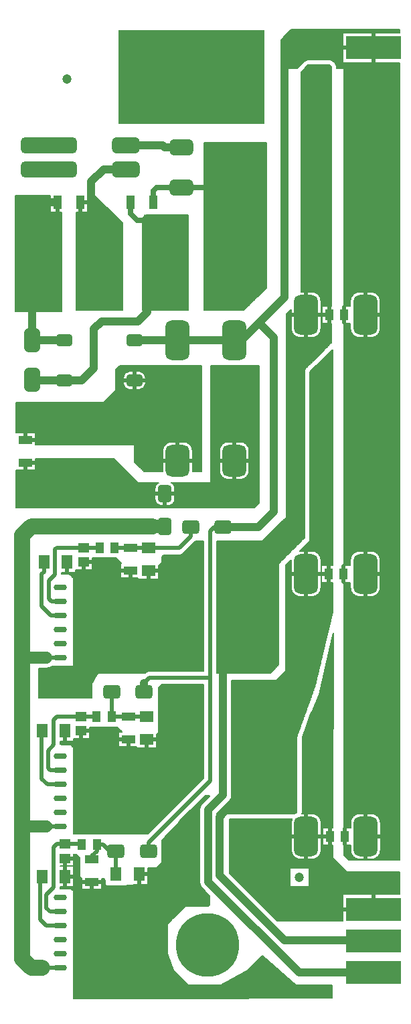
<source format=gtl>
G04 Layer_Physical_Order=1*
G04 Layer_Color=255*
%FSLAX24Y24*%
%MOIN*%
G70*
G01*
G75*
%ADD10C,0.0079*%
%ADD11R,0.2756X0.1181*%
%ADD12R,0.0413X0.0551*%
G04:AMPARAMS|DCode=13|XSize=86.6mil|YSize=68.9mil|CornerRadius=17.2mil|HoleSize=0mil|Usage=FLASHONLY|Rotation=180.000|XOffset=0mil|YOffset=0mil|HoleType=Round|Shape=RoundedRectangle|*
%AMROUNDEDRECTD13*
21,1,0.0866,0.0344,0,0,180.0*
21,1,0.0522,0.0689,0,0,180.0*
1,1,0.0344,-0.0261,0.0172*
1,1,0.0344,0.0261,0.0172*
1,1,0.0344,0.0261,-0.0172*
1,1,0.0344,-0.0261,-0.0172*
%
%ADD13ROUNDEDRECTD13*%
%ADD14R,0.0551X0.0709*%
%ADD15R,0.0689X0.0413*%
%ADD16R,0.0571X0.0453*%
%ADD17R,0.2169X0.3209*%
%ADD18O,0.0669X0.0280*%
G04:AMPARAMS|DCode=19|XSize=212.6mil|YSize=114.2mil|CornerRadius=28.5mil|HoleSize=0mil|Usage=FLASHONLY|Rotation=270.000|XOffset=0mil|YOffset=0mil|HoleType=Round|Shape=RoundedRectangle|*
%AMROUNDEDRECTD19*
21,1,0.2126,0.0571,0,0,270.0*
21,1,0.1555,0.1142,0,0,270.0*
1,1,0.0571,-0.0285,-0.0778*
1,1,0.0571,-0.0285,0.0778*
1,1,0.0571,0.0285,0.0778*
1,1,0.0571,0.0285,-0.0778*
%
%ADD19ROUNDEDRECTD19*%
%ADD20R,0.0709X0.0551*%
G04:AMPARAMS|DCode=21|XSize=86.6mil|YSize=68.9mil|CornerRadius=17.2mil|HoleSize=0mil|Usage=FLASHONLY|Rotation=270.000|XOffset=0mil|YOffset=0mil|HoleType=Round|Shape=RoundedRectangle|*
%AMROUNDEDRECTD21*
21,1,0.0866,0.0344,0,0,270.0*
21,1,0.0522,0.0689,0,0,270.0*
1,1,0.0344,-0.0172,-0.0261*
1,1,0.0344,-0.0172,0.0261*
1,1,0.0344,0.0172,0.0261*
1,1,0.0344,0.0172,-0.0261*
%
%ADD21ROUNDEDRECTD21*%
G04:AMPARAMS|DCode=22|XSize=78.7mil|YSize=118.1mil|CornerRadius=19.7mil|HoleSize=0mil|Usage=FLASHONLY|Rotation=270.000|XOffset=0mil|YOffset=0mil|HoleType=Round|Shape=RoundedRectangle|*
%AMROUNDEDRECTD22*
21,1,0.0787,0.0787,0,0,270.0*
21,1,0.0394,0.1181,0,0,270.0*
1,1,0.0394,-0.0394,-0.0197*
1,1,0.0394,-0.0394,0.0197*
1,1,0.0394,0.0394,0.0197*
1,1,0.0394,0.0394,-0.0197*
%
%ADD22ROUNDEDRECTD22*%
G04:AMPARAMS|DCode=23|XSize=137.8mil|YSize=78.7mil|CornerRadius=19.7mil|HoleSize=0mil|Usage=FLASHONLY|Rotation=0.000|XOffset=0mil|YOffset=0mil|HoleType=Round|Shape=RoundedRectangle|*
%AMROUNDEDRECTD23*
21,1,0.1378,0.0394,0,0,0.0*
21,1,0.0984,0.0787,0,0,0.0*
1,1,0.0394,0.0492,-0.0197*
1,1,0.0394,-0.0492,-0.0197*
1,1,0.0394,-0.0492,0.0197*
1,1,0.0394,0.0492,0.0197*
%
%ADD23ROUNDEDRECTD23*%
G04:AMPARAMS|DCode=24|XSize=279.5mil|YSize=78.7mil|CornerRadius=19.7mil|HoleSize=0mil|Usage=FLASHONLY|Rotation=0.000|XOffset=0mil|YOffset=0mil|HoleType=Round|Shape=RoundedRectangle|*
%AMROUNDEDRECTD24*
21,1,0.2795,0.0394,0,0,0.0*
21,1,0.2402,0.0787,0,0,0.0*
1,1,0.0394,0.1201,-0.0197*
1,1,0.0394,-0.1201,-0.0197*
1,1,0.0394,-0.1201,0.0197*
1,1,0.0394,0.1201,0.0197*
%
%ADD24ROUNDEDRECTD24*%
%ADD25C,0.0472*%
G04:AMPARAMS|DCode=26|XSize=196.9mil|YSize=118.1mil|CornerRadius=29.5mil|HoleSize=0mil|Usage=FLASHONLY|Rotation=270.000|XOffset=0mil|YOffset=0mil|HoleType=Round|Shape=RoundedRectangle|*
%AMROUNDEDRECTD26*
21,1,0.1969,0.0591,0,0,270.0*
21,1,0.1378,0.1181,0,0,270.0*
1,1,0.0591,-0.0295,-0.0689*
1,1,0.0591,-0.0295,0.0689*
1,1,0.0591,0.0295,0.0689*
1,1,0.0591,0.0295,-0.0689*
%
%ADD26ROUNDEDRECTD26*%
G04:AMPARAMS|DCode=27|XSize=157.5mil|YSize=118.1mil|CornerRadius=29.5mil|HoleSize=0mil|Usage=FLASHONLY|Rotation=270.000|XOffset=0mil|YOffset=0mil|HoleType=Round|Shape=RoundedRectangle|*
%AMROUNDEDRECTD27*
21,1,0.1575,0.0591,0,0,270.0*
21,1,0.0984,0.1181,0,0,270.0*
1,1,0.0591,-0.0295,-0.0492*
1,1,0.0591,-0.0295,0.0492*
1,1,0.0591,0.0295,0.0492*
1,1,0.0591,0.0295,-0.0492*
%
%ADD27ROUNDEDRECTD27*%
G04:AMPARAMS|DCode=28|XSize=78.7mil|YSize=118.1mil|CornerRadius=19.7mil|HoleSize=0mil|Usage=FLASHONLY|Rotation=180.000|XOffset=0mil|YOffset=0mil|HoleType=Round|Shape=RoundedRectangle|*
%AMROUNDEDRECTD28*
21,1,0.0787,0.0787,0,0,180.0*
21,1,0.0394,0.1181,0,0,180.0*
1,1,0.0394,-0.0197,0.0394*
1,1,0.0394,0.0197,0.0394*
1,1,0.0394,0.0197,-0.0394*
1,1,0.0394,-0.0197,-0.0394*
%
%ADD28ROUNDEDRECTD28*%
G04:AMPARAMS|DCode=29|XSize=80mil|YSize=60mil|CornerRadius=15mil|HoleSize=0mil|Usage=FLASHONLY|Rotation=0.000|XOffset=0mil|YOffset=0mil|HoleType=Round|Shape=RoundedRectangle|*
%AMROUNDEDRECTD29*
21,1,0.0800,0.0300,0,0,0.0*
21,1,0.0500,0.0600,0,0,0.0*
1,1,0.0300,0.0250,-0.0150*
1,1,0.0300,-0.0250,-0.0150*
1,1,0.0300,-0.0250,0.0150*
1,1,0.0300,0.0250,0.0150*
%
%ADD29ROUNDEDRECTD29*%
G04:AMPARAMS|DCode=30|XSize=212.6mil|YSize=114.2mil|CornerRadius=28.5mil|HoleSize=0mil|Usage=FLASHONLY|Rotation=180.000|XOffset=0mil|YOffset=0mil|HoleType=Round|Shape=RoundedRectangle|*
%AMROUNDEDRECTD30*
21,1,0.2126,0.0571,0,0,180.0*
21,1,0.1555,0.1142,0,0,180.0*
1,1,0.0571,-0.0778,0.0285*
1,1,0.0571,0.0778,0.0285*
1,1,0.0571,0.0778,-0.0285*
1,1,0.0571,-0.0778,-0.0285*
%
%ADD30ROUNDEDRECTD30*%
%ADD31R,0.0413X0.0689*%
G04:AMPARAMS|DCode=32|XSize=118.1mil|YSize=196.9mil|CornerRadius=29.5mil|HoleSize=0mil|Usage=FLASHONLY|Rotation=0.000|XOffset=0mil|YOffset=0mil|HoleType=Round|Shape=RoundedRectangle|*
%AMROUNDEDRECTD32*
21,1,0.1181,0.1378,0,0,0.0*
21,1,0.0591,0.1969,0,0,0.0*
1,1,0.0591,0.0295,-0.0689*
1,1,0.0591,-0.0295,-0.0689*
1,1,0.0591,-0.0295,0.0689*
1,1,0.0591,0.0295,0.0689*
%
%ADD32ROUNDEDRECTD32*%
%ADD33C,0.0591*%
%ADD34C,0.0787*%
%ADD35C,0.0197*%
%ADD36C,0.0394*%
%ADD37C,0.0236*%
%ADD38C,0.0669*%
%ADD39C,0.0276*%
%ADD40R,0.7254X0.4665*%
%ADD41C,0.3150*%
G04:AMPARAMS|DCode=42|XSize=551.2mil|YSize=393.7mil|CornerRadius=98.4mil|HoleSize=0mil|Usage=FLASHONLY|Rotation=0.000|XOffset=0mil|YOffset=0mil|HoleType=Round|Shape=RoundedRectangle|*
%AMROUNDEDRECTD42*
21,1,0.5512,0.1969,0,0,0.0*
21,1,0.3543,0.3937,0,0,0.0*
1,1,0.1969,0.1772,-0.0984*
1,1,0.1969,-0.1772,-0.0984*
1,1,0.1969,-0.1772,0.0984*
1,1,0.1969,0.1772,0.0984*
%
%ADD42ROUNDEDRECTD42*%
D10*
X40669Y33657D02*
G03*
X40976Y33350I307J0D01*
G01*
Y34265D02*
G03*
X40669Y33957I0J-307D01*
G01*
X42628Y29323D02*
G03*
X42631Y29272I453J0D01*
G01*
X44121D02*
G03*
X44124Y29323I-450J51D01*
G01*
X43081Y30760D02*
G03*
X42628Y30307I0J-453D01*
G01*
X44124D02*
G03*
X43671Y30760I-453J0D01*
G01*
X41476Y33350D02*
G03*
X41784Y33657I0J307D01*
G01*
Y33957D02*
G03*
X41476Y34265I-307J0D01*
G01*
X42244Y27908D02*
G03*
X42574Y27579I330J0D01*
G01*
X42918D02*
G03*
X43248Y27908I0J330D01*
G01*
X42418Y28720D02*
G03*
X42244Y28430I156J-290D01*
G01*
X43248D02*
G03*
X43075Y28720I-330J0D01*
G01*
X45453Y29323D02*
G03*
X45906Y28870I453J0D01*
G01*
X46496D02*
G03*
X46949Y29323I0J453D01*
G01*
X45906Y30760D02*
G03*
X45453Y30307I0J-453D01*
G01*
X46949D02*
G03*
X46496Y30760I-453J0D01*
G01*
X51988Y10423D02*
G03*
X52441Y9970I453J0D01*
G01*
Y12254D02*
G03*
X51988Y11801I0J-453D01*
G01*
X53032Y9970D02*
G03*
X53484Y10423I0J453D01*
G01*
Y11801D02*
G03*
X53032Y12254I-453J0D01*
G01*
X51978Y23494D02*
G03*
X52431Y23041I453J0D01*
G01*
Y25325D02*
G03*
X51978Y24872I0J-453D01*
G01*
X53022Y23041D02*
G03*
X53474Y23494I0J453D01*
G01*
Y24872D02*
G03*
X53022Y25325I-453J0D01*
G01*
X51978Y36388D02*
G03*
X52431Y35935I453J0D01*
G01*
Y38219D02*
G03*
X51978Y37766I0J-453D01*
G01*
X53474D02*
G03*
X53022Y38219I-453J0D01*
G01*
Y35935D02*
G03*
X53474Y36388I0J453D01*
G01*
X36850Y19488D02*
G03*
X37159Y19587I0J531D01*
G01*
X41978Y19341D02*
G03*
X41742Y19243I0J-335D01*
G01*
X41978Y19341D02*
G03*
X41742Y19243I0J-335D01*
G01*
X43593Y25168D02*
G03*
X43691Y25236I-138J305D01*
G01*
X43593Y25168D02*
G03*
X43691Y25236I-138J305D01*
G01*
X49026Y36388D02*
G03*
X49478Y35935I453J0D01*
G01*
X50069D02*
G03*
X50522Y36388I0J453D01*
G01*
Y37766D02*
G03*
X50069Y38219I-453J0D01*
G01*
X37534Y8514D02*
G03*
X37539Y8573I-329J59D01*
G01*
X37534Y8514D02*
G03*
X37539Y8573I-329J59D01*
G01*
X42598Y10546D02*
G03*
X42589Y10635I-408J0D01*
G01*
Y10113D02*
G03*
X42598Y10202I-399J89D01*
G01*
X44468Y8848D02*
G03*
X44595Y8542I433J0D01*
G01*
X44468Y8848D02*
G03*
X44595Y8542I433J0D01*
G01*
Y12737D02*
G03*
X44468Y12431I306J-306D01*
G01*
X44595Y12737D02*
G03*
X44468Y12431I306J-306D01*
G01*
X45956Y12873D02*
G03*
X46083Y13179I-306J306D01*
G01*
X45956Y12873D02*
G03*
X46083Y13179I-306J306D01*
G01*
X49311Y12302D02*
G03*
X49210Y12254I177J-501D01*
G01*
X49026Y23494D02*
G03*
X49478Y23041I453J0D01*
G01*
X50069D02*
G03*
X50522Y23494I0J453D01*
G01*
X49951Y25870D02*
G03*
X49980Y25994I-246J124D01*
G01*
X49951Y25870D02*
G03*
X49980Y25994I-246J124D01*
G01*
X50522Y24872D02*
G03*
X50069Y25325I-453J0D01*
G01*
X49035Y10423D02*
G03*
X49488Y9970I453J0D01*
G01*
X49072Y11978D02*
G03*
X49035Y11801I417J-177D01*
G01*
X49582Y12254D02*
G03*
X49587Y12302I-271J48D01*
G01*
X49582Y12254D02*
G03*
X49587Y12302I-271J48D01*
G01*
X50079Y9970D02*
G03*
X50532Y10423I0J453D01*
G01*
Y11801D02*
G03*
X50079Y12254I-453J0D01*
G01*
X49882Y49783D02*
G03*
X49682Y49698I0J-276D01*
G01*
X51130Y49703D02*
G03*
X50935Y49783I-195J-195D01*
G01*
X51130Y49703D02*
G03*
X50935Y49783I-195J-195D01*
G01*
X51309Y49409D02*
G03*
X51228Y49604I-276J0D01*
G01*
X51309Y49409D02*
G03*
X51228Y49604I-276J0D01*
G01*
X44685Y38799D02*
X47785D01*
X44685Y38681D02*
X47785D01*
X44685Y38740D02*
X47785D01*
X44685Y38976D02*
X47785D01*
X44685Y38858D02*
X47785D01*
X44685Y38917D02*
X47785D01*
X44685Y37618D02*
X46978D01*
X44685Y37677D02*
X47037D01*
X44685Y37736D02*
X47096D01*
X44685Y37795D02*
X47155D01*
X44685Y37854D02*
X47214D01*
X44685Y37913D02*
X47274D01*
X44685Y39685D02*
X47785D01*
X44685Y39567D02*
X47785D01*
X44685Y39626D02*
X47785D01*
X44685Y39862D02*
X47785D01*
X44685Y39744D02*
X47785D01*
X44685Y39803D02*
X47785D01*
X44685Y39272D02*
X47785D01*
X44685Y39094D02*
X47785D01*
X44685Y39213D02*
X47785D01*
X44685Y39449D02*
X47785D01*
X44685Y39508D02*
X47785D01*
X44685Y39331D02*
X47785D01*
X44685Y39390D02*
X47785D01*
X44685Y40394D02*
X47785D01*
X44685Y40276D02*
X47785D01*
X44685Y40335D02*
X47785D01*
X44685Y40571D02*
X47785D01*
X44685Y40453D02*
X47785D01*
X44685Y40512D02*
X47785D01*
X44685Y40039D02*
X47785D01*
X44685Y39921D02*
X47785D01*
X44685Y39980D02*
X47785D01*
X44685Y40216D02*
X47785D01*
X44685Y40098D02*
X47785D01*
X44685Y40157D02*
X47785D01*
X44685Y41161D02*
X47785D01*
X44685Y41043D02*
X47785D01*
X44685Y41102D02*
X47785D01*
X44685Y41339D02*
X47785D01*
X44685Y41220D02*
X47785D01*
X44685Y41279D02*
X47785D01*
X44685Y40748D02*
X47785D01*
X44685Y40630D02*
X47785D01*
X44685Y40689D02*
X47785D01*
X44685Y40925D02*
X47785D01*
X44685Y40984D02*
X47785D01*
X44685Y40807D02*
X47785D01*
X44685Y40866D02*
X47785D01*
X44685Y42933D02*
X47785D01*
X44685Y42401D02*
X47785D01*
X44685Y42461D02*
X47785D01*
X44685Y43110D02*
X47785D01*
X44685Y42992D02*
X47785D01*
X44685Y43051D02*
X47785D01*
X44685Y42165D02*
X47785D01*
X44685Y41634D02*
X47785D01*
X44685Y42106D02*
X47785D01*
X44685Y42342D02*
X47785D01*
X44685Y42224D02*
X47785D01*
X44685Y42283D02*
X47785D01*
X44685Y41614D02*
Y45630D01*
Y43642D02*
X47785D01*
X44685Y43701D02*
X47785D01*
X44685Y43878D02*
X47785D01*
X44685Y43760D02*
X47785D01*
X44685Y43819D02*
X47785D01*
X44685Y43287D02*
X47785D01*
X44685Y43169D02*
X47785D01*
X44685Y43228D02*
X47785D01*
X44685Y43524D02*
X47785D01*
X44685Y43583D02*
X47785D01*
X44685Y43405D02*
X47785D01*
X44685Y43464D02*
X47785D01*
X44685Y44409D02*
X47785D01*
X44685Y44291D02*
X47785D01*
X44685Y44350D02*
X47785D01*
X44685Y44587D02*
X47785D01*
X44685Y44468D02*
X47785D01*
X44685Y44527D02*
X47785D01*
X44685Y44055D02*
X47785D01*
X44685Y43937D02*
X47785D01*
X44685Y43996D02*
X47785D01*
X44685Y44232D02*
X47785D01*
X44685Y44114D02*
X47785D01*
X44685Y44173D02*
X47785D01*
X44685Y45472D02*
X47785D01*
X44685Y45354D02*
X47785D01*
X44685Y45413D02*
X47785D01*
X44685Y45630D02*
X47785D01*
X44685Y45531D02*
X47785D01*
X44685Y45590D02*
X47785D01*
X44685Y45059D02*
X47785D01*
X44685Y44941D02*
X47785D01*
X44685Y45000D02*
X47785D01*
X44685Y45236D02*
X47785D01*
X44685Y45295D02*
X47785D01*
X44685Y45118D02*
X47785D01*
X44685Y45177D02*
X47785D01*
X44823Y37303D02*
Y45630D01*
X44941Y37303D02*
Y45630D01*
X44882Y37303D02*
Y45630D01*
X44685Y37303D02*
Y41614D01*
X44764Y37303D02*
Y45630D01*
X44705Y37303D02*
Y45630D01*
X45177Y37303D02*
Y45630D01*
X45295Y37303D02*
Y45630D01*
X45236Y37303D02*
Y45630D01*
X45000Y37303D02*
Y45630D01*
X45118Y37303D02*
Y45630D01*
X45059Y37303D02*
Y45630D01*
X45531Y37303D02*
Y45630D01*
X45650Y37303D02*
Y45630D01*
X45590Y37303D02*
Y45630D01*
X45354Y37303D02*
Y45630D01*
X45472Y37303D02*
Y45630D01*
X45413Y37303D02*
Y45630D01*
X45945Y37303D02*
Y45630D01*
X46063Y37303D02*
Y45630D01*
X46004Y37303D02*
Y45630D01*
X45768Y37303D02*
Y45630D01*
X45709Y37303D02*
Y45630D01*
X45886Y37303D02*
Y45630D01*
X45827Y37303D02*
Y45630D01*
X44685Y37303D02*
X46368D01*
X44685Y37323D02*
X46683D01*
X44685Y37382D02*
X46742D01*
X44685Y37441D02*
X46801D01*
X44685Y37500D02*
X46860D01*
X44685Y37559D02*
X46919D01*
X46476Y37303D02*
Y45630D01*
X46663Y37303D02*
X47785Y38425D01*
X46535Y37303D02*
Y45630D01*
X46358Y37303D02*
Y45630D01*
X46368Y37303D02*
X46663D01*
X46417D02*
Y45630D01*
X46299Y37303D02*
Y45630D01*
X46653Y37303D02*
Y45630D01*
X46594Y37303D02*
Y45630D01*
X46122Y37303D02*
Y45630D01*
X46240Y37303D02*
Y45630D01*
X46181Y37303D02*
Y45630D01*
X46713Y37352D02*
Y45630D01*
X46831Y37470D02*
Y45630D01*
X46772Y37411D02*
Y45630D01*
X46949Y37588D02*
Y45630D01*
X46890Y37529D02*
Y45630D01*
X47067Y37707D02*
Y45630D01*
X47008Y37648D02*
Y45630D01*
X44685Y38327D02*
X47687D01*
X44685Y38386D02*
X47746D01*
X44685Y38445D02*
X47785D01*
X44685Y38622D02*
X47785D01*
X44685Y38504D02*
X47785D01*
X44685Y38563D02*
X47785D01*
X44685Y37972D02*
X47333D01*
X44685Y38031D02*
X47392D01*
X44685Y38090D02*
X47451D01*
X44685Y38150D02*
X47510D01*
X44685Y38209D02*
X47569D01*
X44685Y38268D02*
X47628D01*
X47126Y37766D02*
Y45630D01*
X47244Y37884D02*
Y45630D01*
X47185Y37825D02*
Y45630D01*
X47303Y37943D02*
Y45630D01*
X47421Y38061D02*
Y45630D01*
X47362Y38002D02*
Y45630D01*
X47480Y38120D02*
Y45630D01*
X47598Y38238D02*
Y45630D01*
X47539Y38179D02*
Y45630D01*
X47716Y38356D02*
Y45630D01*
X47657Y38297D02*
Y45630D01*
X47785Y38425D02*
Y45630D01*
X47776Y38415D02*
Y45630D01*
X44685Y41870D02*
X47785D01*
X44685Y41752D02*
X47785D01*
X44685Y41811D02*
X47785D01*
X44685Y42047D02*
X47785D01*
X44685Y41929D02*
X47785D01*
X44685Y41988D02*
X47785D01*
X44685Y41398D02*
X47785D01*
X44685Y39035D02*
X47785D01*
X44685Y39153D02*
X47785D01*
X44685Y41575D02*
X47785D01*
X44685Y41693D02*
X47785D01*
X44685Y41457D02*
X47785D01*
X44685Y41516D02*
X47785D01*
X44685Y44705D02*
X47785D01*
X44685Y43346D02*
X47785D01*
X44685Y44646D02*
X47785D01*
X44685Y44882D02*
X47785D01*
X44685Y44764D02*
X47785D01*
X44685Y44823D02*
X47785D01*
X44685Y42638D02*
X47785D01*
X44685Y42520D02*
X47785D01*
X44685Y42579D02*
X47785D01*
X44685Y42815D02*
X47785D01*
X44685Y42874D02*
X47785D01*
X44685Y42697D02*
X47785D01*
X44685Y42756D02*
X47785D01*
X41634Y37500D02*
X43888D01*
X41634Y37618D02*
X43888D01*
X41634Y37559D02*
X43888D01*
X41634Y37323D02*
X43888D01*
X41634Y37313D02*
X43888D01*
X41634Y37441D02*
X43888D01*
X41634Y37382D02*
X43888D01*
X41634Y37313D02*
Y39547D01*
Y37913D02*
X43888D01*
X41634Y38031D02*
X43888D01*
X41634Y37972D02*
X43888D01*
X41634Y37736D02*
X43888D01*
X41634Y37677D02*
X43888D01*
X41634Y37854D02*
X43888D01*
X41634Y37795D02*
X43888D01*
X41634Y38386D02*
X43888D01*
X41634Y38327D02*
X43888D01*
X41634Y38504D02*
X43888D01*
X41634Y38445D02*
X43888D01*
X41634Y38150D02*
X43888D01*
X41634Y38090D02*
X43888D01*
X41634Y38268D02*
X43888D01*
X41634Y38209D02*
X43888D01*
X41634Y38858D02*
X43888D01*
X41634Y38799D02*
X43888D01*
X41634Y38976D02*
X43888D01*
X41634Y38917D02*
X43888D01*
X41634Y38622D02*
X43888D01*
X41634Y38563D02*
X43888D01*
X41634Y38740D02*
X43888D01*
X41634Y38681D02*
X43888D01*
X41634Y39390D02*
X43888D01*
X41634Y39331D02*
X43888D01*
X41634Y39508D02*
X43888D01*
X41634Y39449D02*
X43888D01*
X41634Y39094D02*
X43888D01*
X41634Y39035D02*
X43888D01*
X41634Y39213D02*
X43888D01*
X41634Y39153D02*
X43888D01*
X41634Y39547D02*
Y41831D01*
Y40925D02*
X43888D01*
X41634Y41831D02*
Y41890D01*
X41782Y42037D01*
X41634Y40748D02*
X43888D01*
X41634Y39921D02*
X43888D01*
X41634Y40866D02*
X43888D01*
X41634Y40807D02*
X43888D01*
X41634Y41220D02*
X43888D01*
X41634Y41161D02*
X43888D01*
X41634Y41339D02*
X43888D01*
X41634Y41279D02*
X43888D01*
X41634Y40984D02*
X43888D01*
X41634Y39272D02*
X43888D01*
X41634Y41102D02*
X43888D01*
X41634Y41043D02*
X43888D01*
X41634Y41752D02*
X43888D01*
X41634Y41693D02*
X43888D01*
X41634Y41870D02*
X43888D01*
X41634Y41811D02*
X43888D01*
X41634Y41457D02*
X43888D01*
X41634Y41398D02*
X43888D01*
X41634Y41634D02*
X43888D01*
X41634Y41516D02*
X43888D01*
X41811Y37313D02*
Y42028D01*
X41693Y37313D02*
Y41949D01*
X41752Y37313D02*
Y42008D01*
X41988Y37313D02*
Y42028D01*
X42047Y37313D02*
Y42028D01*
X41870Y37313D02*
Y42028D01*
X41929Y37313D02*
Y42028D01*
X42224Y37313D02*
Y42028D01*
X42283Y37313D02*
Y42028D01*
X42106Y37313D02*
Y42028D01*
X42165Y37313D02*
Y42028D01*
X42461Y37313D02*
Y42028D01*
X42520Y37313D02*
Y42028D01*
X42342Y37313D02*
Y42028D01*
X42401Y37313D02*
Y42028D01*
X43642Y37313D02*
Y42028D01*
X43701Y37313D02*
Y42028D01*
X43524Y37313D02*
Y42028D01*
X43583Y37313D02*
Y42028D01*
X43878Y37313D02*
Y42028D01*
X43888Y37313D02*
Y42018D01*
X43760Y37313D02*
Y42028D01*
X43819Y37313D02*
Y42028D01*
X42697Y37313D02*
Y42028D01*
X42756Y37313D02*
Y42028D01*
X42579Y37313D02*
Y42028D01*
X42638Y37313D02*
Y42028D01*
X43405Y37313D02*
Y42028D01*
X43464Y37313D02*
Y42028D01*
X42815Y37313D02*
Y42028D01*
X42992Y37313D02*
Y42028D01*
X41634Y39626D02*
X43888D01*
X41634Y39567D02*
X43888D01*
X41634Y39744D02*
X43888D01*
X41634Y39685D02*
X43888D01*
X42933Y37313D02*
Y42028D01*
X41634Y39803D02*
X43888D01*
X41634Y39980D02*
X43888D01*
X41634Y39862D02*
X43888D01*
X43051Y37313D02*
Y42028D01*
X43110Y37313D02*
Y42028D01*
X41791D02*
X42756D01*
X42874Y37313D02*
Y42028D01*
X43287Y37313D02*
Y42028D01*
X43346Y37313D02*
Y42028D01*
X43169Y37313D02*
Y42028D01*
X43228Y37313D02*
Y42028D01*
X41634Y40335D02*
X43888D01*
X41634Y40276D02*
X43888D01*
X41634Y40453D02*
X43888D01*
X41634Y40394D02*
X43888D01*
X41634Y40098D02*
X43888D01*
X41634Y40039D02*
X43888D01*
X41634Y40216D02*
X43888D01*
X41634Y40157D02*
X43888D01*
X41634Y40571D02*
X43888D01*
X41634Y40512D02*
X43888D01*
X41634Y40689D02*
X43888D01*
X41634Y40630D02*
X43888D01*
X41673Y41929D02*
X43888D01*
X41634Y41575D02*
X43888D01*
X41732Y41988D02*
X43888D01*
X42756Y42028D02*
X43898D01*
X38346Y37736D02*
X40620D01*
X38346Y37677D02*
X40620D01*
X38346Y37854D02*
X40620D01*
X38346Y37795D02*
X40620D01*
X38346Y37441D02*
X40620D01*
X38346Y37382D02*
X40620D01*
X38346Y37618D02*
X40620D01*
X38346Y37500D02*
X40620D01*
X38346Y37559D02*
X40620D01*
X38346Y37313D02*
Y42175D01*
Y38209D02*
X40620D01*
X38346Y38976D02*
X40620D01*
X38346Y38268D02*
X40620D01*
X38346Y37972D02*
X40620D01*
X38346Y37913D02*
X40620D01*
X38346Y38150D02*
X40620D01*
X38346Y38031D02*
X40620D01*
X38346Y38090D02*
X40620D01*
X38346Y38563D02*
X40620D01*
X38346Y38504D02*
X40620D01*
X38346Y38681D02*
X40620D01*
X38346Y38622D02*
X40620D01*
X38346Y37323D02*
X40620D01*
X38346Y37313D02*
X40630D01*
X38346Y38445D02*
X40620D01*
X38346Y38327D02*
X40620D01*
X38346Y38386D02*
X40620D01*
X38346Y39153D02*
X40620D01*
X38346Y39094D02*
X40620D01*
X38346Y39272D02*
X40620D01*
X38346Y39213D02*
X40620D01*
X38346Y38799D02*
X40620D01*
X38346Y38740D02*
X40620D01*
X38346Y39035D02*
X40620D01*
X38346Y38858D02*
X40620D01*
X38346Y38917D02*
X40620D01*
X38346Y41575D02*
X40620D01*
X38346Y41516D02*
X40620D01*
X38346Y41693D02*
X40581D01*
X38346Y41634D02*
X40620D01*
X38346Y41279D02*
X40620D01*
X38346Y41220D02*
X40620D01*
X38346Y41457D02*
X40620D01*
X38346Y41339D02*
X40620D01*
X38346Y41398D02*
X40620D01*
X38346Y42106D02*
X40167D01*
X38346Y42047D02*
X40226D01*
X38346Y42175D02*
X38907D01*
X38346Y42165D02*
X40108D01*
X38346Y41811D02*
X40463D01*
X38346Y41752D02*
X40522D01*
X38346Y41988D02*
X40286D01*
X38346Y41870D02*
X40404D01*
X38346Y41929D02*
X40345D01*
X38346Y39685D02*
X40620D01*
X38346Y39626D02*
X40620D01*
X38346Y39803D02*
X40620D01*
X38346Y39744D02*
X40620D01*
X38346Y39390D02*
X40620D01*
X38346Y39331D02*
X40620D01*
X38346Y39567D02*
X40620D01*
X38346Y39449D02*
X40620D01*
X38346Y39508D02*
X40620D01*
X38346Y40453D02*
X40620D01*
X38346Y40394D02*
X40620D01*
X38346Y41161D02*
X40620D01*
X38346Y40512D02*
X40620D01*
X38346Y40571D02*
X40620D01*
X38346Y39921D02*
X40620D01*
X38346Y39862D02*
X40620D01*
X38346Y40216D02*
X40620D01*
X38346Y39980D02*
X40620D01*
X38346Y40039D02*
X40620D01*
X38504Y37313D02*
Y42175D01*
X38563Y37313D02*
Y42175D01*
X38386Y37313D02*
Y42175D01*
X38445Y37313D02*
Y42175D01*
X38799Y37313D02*
Y42175D01*
X38858Y37313D02*
Y42175D01*
X38622Y37313D02*
Y42175D01*
X38740Y37313D02*
Y42175D01*
X38681Y37313D02*
Y42175D01*
X39035Y37313D02*
Y42992D01*
X39094Y37313D02*
Y42992D01*
X38917Y37313D02*
Y42992D01*
X38976Y37313D02*
Y42992D01*
X39331Y37313D02*
Y42943D01*
X39390Y37313D02*
Y42884D01*
X39153Y37313D02*
Y42992D01*
X39272Y37313D02*
Y42992D01*
X39213Y37313D02*
Y42992D01*
X40216Y37313D02*
Y42057D01*
X40276Y37313D02*
Y41998D01*
X40098Y37313D02*
Y42175D01*
X40157Y37313D02*
Y42116D01*
X40512Y37313D02*
Y41762D01*
X40571Y37313D02*
Y41703D01*
X40335Y37313D02*
Y41939D01*
X40453Y37313D02*
Y41821D01*
X40394Y37313D02*
Y41880D01*
X39567Y37313D02*
Y42707D01*
X39626Y37313D02*
Y42648D01*
X39449Y37313D02*
Y42825D01*
X39508Y37313D02*
Y42766D01*
X39980Y37313D02*
Y42293D01*
X40039Y37313D02*
Y42234D01*
X39685Y37313D02*
Y42589D01*
X39803Y37313D02*
Y42471D01*
X39744Y37313D02*
Y42530D01*
X38907Y42401D02*
X39872D01*
X38907Y42342D02*
X39931D01*
X38907Y42520D02*
X39754D01*
X38907Y42461D02*
X39813D01*
X39862Y37313D02*
Y42411D01*
X39921Y37313D02*
Y42352D01*
X38907Y42697D02*
X39577D01*
X38907Y42579D02*
X39695D01*
X38907Y42638D02*
X39636D01*
X38907Y42815D02*
X39459D01*
X38907Y42756D02*
X39518D01*
X38907Y42175D02*
Y42992D01*
Y42874D02*
X39400D01*
X38907Y42992D02*
X39281D01*
X38907Y42933D02*
X39341D01*
X38907Y42992D02*
X39282D01*
X38346Y40748D02*
X40620D01*
X38346Y40689D02*
X40620D01*
X38346Y40866D02*
X40620D01*
X38346Y40807D02*
X40620D01*
X38346Y40157D02*
X40620D01*
X38346Y40098D02*
X40620D01*
X38346Y40630D02*
X40620D01*
X38346Y40276D02*
X40620D01*
X38346Y40335D02*
X40620D01*
X38346Y40984D02*
X40620D01*
X38346Y40925D02*
X40620D01*
X38907Y42283D02*
X39990D01*
X38346Y41043D02*
X40620D01*
X38346Y41102D02*
X40620D01*
Y41388D02*
Y41654D01*
Y37323D02*
Y41388D01*
X38907Y42224D02*
X40049D01*
X40246Y42028D02*
X40620Y41654D01*
X39281Y42992D02*
X40246Y42028D01*
X35315Y39390D02*
X37608D01*
X35315Y39331D02*
X37608D01*
X35315Y39508D02*
X37608D01*
X35315Y39449D02*
X37608D01*
X35315Y39094D02*
X37608D01*
X35315Y39035D02*
X37608D01*
X35315Y39272D02*
X37608D01*
X35315Y39153D02*
X37608D01*
X35315Y39213D02*
X37608D01*
X35315Y39921D02*
X37608D01*
X35315Y39862D02*
X37608D01*
X35315Y40039D02*
X37608D01*
X35315Y39980D02*
X37608D01*
X35315Y39626D02*
X37608D01*
X35315Y39567D02*
X37608D01*
X35315Y39803D02*
X37608D01*
X35315Y39685D02*
X37608D01*
X35315Y39744D02*
X37608D01*
X35315Y37677D02*
X37608D01*
X35315Y37618D02*
X37608D01*
X35315Y38268D02*
X37608D01*
X35315Y38209D02*
X37608D01*
X35315Y37264D02*
X37608D01*
X35315Y37254D02*
X37608D01*
X35315Y37559D02*
X37608D01*
X35315Y37441D02*
X37608D01*
X35315Y37500D02*
X37608D01*
X35315Y38858D02*
X37608D01*
X35315Y38799D02*
X37608D01*
X35315Y38976D02*
X37608D01*
X35315Y38917D02*
X37608D01*
X35315Y38386D02*
X37608D01*
X35315Y38327D02*
X37608D01*
X35315Y38740D02*
X37608D01*
X35315Y38445D02*
X37608D01*
X35315Y38622D02*
X37608D01*
X35315Y42401D02*
X37037D01*
X35315Y42283D02*
X37037D01*
X35315Y42520D02*
X37037D01*
X35315Y42461D02*
X37037D01*
X35315Y42047D02*
X37608D01*
X35315Y41988D02*
X37608D01*
X35315Y42224D02*
X37037D01*
X35315Y42106D02*
X37608D01*
X35315Y42165D02*
X37608D01*
X35315Y42933D02*
X37037D01*
X35315Y42874D02*
X37037D01*
X35315Y43022D02*
X37037Y43022D01*
X35315Y42992D02*
X37037D01*
X35315Y42638D02*
X37037D01*
X35315Y42579D02*
X37037D01*
X35315Y42815D02*
X37037D01*
X35315Y42697D02*
X37037D01*
X35315Y42756D02*
X37037D01*
X35315Y41279D02*
X37608D01*
X35315Y41102D02*
X37608D01*
X35315Y41398D02*
X37608D01*
X35315Y41339D02*
X37608D01*
X35315Y40512D02*
X37608D01*
X35315Y40098D02*
X37608D01*
X35315Y41043D02*
X37608D01*
X35315Y40925D02*
X37608D01*
X35315Y40984D02*
X37608D01*
X35315Y41811D02*
X37608D01*
X35315Y41752D02*
X37608D01*
X35315Y41929D02*
X37608D01*
X35315Y41870D02*
X37608D01*
X35315Y41516D02*
X37608D01*
X35315Y41457D02*
X37608D01*
X35315Y41693D02*
X37608D01*
X35315Y41575D02*
X37608D01*
X35315Y41634D02*
X37608D01*
X35965Y37254D02*
Y43022D01*
X36024Y37254D02*
Y43022D01*
X35846Y37254D02*
Y43022D01*
X35905Y37254D02*
Y43022D01*
X36260Y37254D02*
Y43022D01*
X36319Y37254D02*
Y43022D01*
X36083Y37254D02*
Y43022D01*
X36201Y37254D02*
Y43022D01*
X36142Y37254D02*
Y43022D01*
X35433Y37254D02*
Y43022D01*
X35492Y37254D02*
Y43022D01*
X35315Y37254D02*
Y43022D01*
X35374Y37254D02*
Y43022D01*
X35728Y37254D02*
Y43022D01*
X35787Y37254D02*
Y43022D01*
X35551Y37254D02*
Y43022D01*
X35669Y37254D02*
Y43022D01*
X35610Y37254D02*
Y43022D01*
X37264Y37254D02*
Y42175D01*
X37323Y37254D02*
Y42175D01*
X37146Y37254D02*
Y42175D01*
X37205Y37254D02*
Y42175D01*
X37559Y37254D02*
Y42175D01*
X37608Y37254D02*
Y42175D01*
X37382Y37254D02*
Y42175D01*
X37500Y37254D02*
Y42175D01*
X37441Y37254D02*
Y42175D01*
X36496Y37254D02*
Y43022D01*
X36555Y37254D02*
Y43022D01*
X36378Y37254D02*
Y43022D01*
X36437Y37254D02*
Y43022D01*
X36791Y37254D02*
Y43022D01*
X37087Y37254D02*
Y42175D01*
X36614Y37254D02*
Y43022D01*
X36732Y37254D02*
Y43022D01*
X36673Y37254D02*
Y43022D01*
X35315Y38090D02*
X37608D01*
X35315Y38031D02*
X37608D01*
X35315Y38504D02*
X37608D01*
X35315Y38150D02*
X37608D01*
X35315Y37382D02*
X37608D01*
X35315Y37323D02*
X37608D01*
X35315Y37972D02*
X37608D01*
X35315Y37736D02*
X37608D01*
X35315Y37913D02*
X37608D01*
X36850Y37254D02*
Y43022D01*
X36909Y37254D02*
Y43022D01*
X35315Y42342D02*
X37037D01*
X35315Y38563D02*
X37608D01*
X36968Y37254D02*
Y43022D01*
X37027Y37254D02*
Y43022D01*
X37037Y42175D02*
Y43022D01*
X35315Y40335D02*
X37608D01*
X35315Y40276D02*
X37608D01*
X35315Y40453D02*
X37608D01*
X35315Y40394D02*
X37608D01*
X35315Y37854D02*
X37608D01*
X35315Y37795D02*
X37608D01*
X35315Y40216D02*
X37608D01*
X35315Y38681D02*
X37608D01*
X35315Y40157D02*
X37608D01*
X35315Y40630D02*
X37608D01*
X35315Y40571D02*
X37608D01*
X35315Y40748D02*
X37608D01*
X35315Y40689D02*
X37608D01*
X35315Y40866D02*
X37608D01*
X35315Y40807D02*
X37608D01*
X37037Y42175D02*
X37608D01*
X35315Y41161D02*
X37608D01*
X35315Y41220D02*
X37608D01*
X36496Y30610D02*
Y32726D01*
X36437Y30610D02*
Y32726D01*
X36673Y30610D02*
Y32726D01*
X36555Y30610D02*
Y32726D01*
X36614Y30610D02*
Y32726D01*
X36299Y30610D02*
Y31201D01*
X36319Y30610D02*
Y32726D01*
X36378Y30610D02*
Y32726D01*
X37146Y30610D02*
Y32726D01*
X37087Y30610D02*
Y32726D01*
X37323Y30610D02*
Y32726D01*
X37205Y30610D02*
Y32726D01*
X37264Y30610D02*
Y32726D01*
X36850Y30610D02*
Y32726D01*
X36732Y30610D02*
Y32726D01*
X36791Y30610D02*
Y32726D01*
X37027Y30610D02*
Y32726D01*
X36909Y30610D02*
Y32726D01*
X36968Y30610D02*
Y32726D01*
X37795Y30610D02*
Y32726D01*
X37736Y30610D02*
Y32726D01*
X37972Y30610D02*
Y32726D01*
X37854Y30610D02*
Y32726D01*
X37913Y30610D02*
Y32726D01*
X37500Y30610D02*
Y32726D01*
X37382Y30610D02*
Y32726D01*
X37441Y30610D02*
Y32726D01*
X37677Y30610D02*
Y32726D01*
X37559Y30610D02*
Y32726D01*
X37618Y30610D02*
Y32726D01*
X38445Y30610D02*
Y32726D01*
X38386Y30610D02*
Y32726D01*
X38622Y30610D02*
Y32726D01*
X38504Y30610D02*
Y32726D01*
X38563Y30610D02*
Y32726D01*
X38150Y30610D02*
Y32726D01*
X38031Y30610D02*
Y32726D01*
X38090Y30610D02*
Y32726D01*
X38327Y30610D02*
Y32726D01*
X38209Y30610D02*
Y32726D01*
X38268Y30610D02*
Y32726D01*
X36299Y30610D02*
X41250D01*
X38799D02*
Y32726D01*
X36299Y30650D02*
X42785D01*
X36299Y30768D02*
X44557D01*
X36299Y30709D02*
X42871D01*
X36299Y31004D02*
X44557D01*
X36299Y31122D02*
X44557D01*
X36299Y31063D02*
X44557D01*
X36299Y30827D02*
X44557D01*
X36299Y30945D02*
X44557D01*
X36299Y30886D02*
X44557D01*
X39508Y30610D02*
Y32726D01*
X39449Y30610D02*
Y32726D01*
X39685Y30610D02*
Y32726D01*
X39567Y30610D02*
Y32726D01*
X39626Y30610D02*
Y32726D01*
X39213Y30610D02*
Y32726D01*
X38858Y30610D02*
Y32726D01*
X38917Y30610D02*
Y32726D01*
X39390Y30610D02*
Y32726D01*
X39272Y30610D02*
Y32726D01*
X39331Y30610D02*
Y32726D01*
X39744Y30610D02*
Y32766D01*
X39803Y30610D02*
Y32825D01*
X39862Y30610D02*
Y32884D01*
X39921Y30610D02*
Y32943D01*
X39980Y30610D02*
Y33002D01*
X38976Y30610D02*
Y32726D01*
X38681Y30610D02*
Y32726D01*
X38740Y30610D02*
Y32726D01*
X39153Y30610D02*
Y32726D01*
X39035Y30610D02*
Y32726D01*
X39094Y30610D02*
Y32726D01*
X40394Y30610D02*
Y34439D01*
X40453Y30610D02*
Y34498D01*
X40630Y30610D02*
Y34547D01*
X40512Y30610D02*
Y34547D01*
X40571Y30610D02*
Y34547D01*
X40039Y30610D02*
Y33061D01*
X40098Y30610D02*
Y33120D01*
X40157Y30610D02*
Y33179D01*
X40216Y30610D02*
Y33238D01*
X40276Y30610D02*
Y33297D01*
X40335Y30610D02*
Y34380D01*
X35374Y31201D02*
Y32726D01*
X35335Y31201D02*
Y32726D01*
Y31201D02*
X36299D01*
X35433D02*
Y32726D01*
X35492Y31201D02*
Y32726D01*
X35610Y31201D02*
Y32726D01*
X35551Y31201D02*
Y32726D01*
X35335D02*
X37776D01*
X35669Y31201D02*
Y32726D01*
X35728Y31201D02*
Y32726D01*
X35846Y31201D02*
Y32726D01*
X35787Y31201D02*
Y32726D01*
X36024Y31201D02*
Y32726D01*
X35905Y31201D02*
Y32726D01*
X35965Y31201D02*
Y32726D01*
X36201Y31201D02*
Y32726D01*
X36083Y31201D02*
Y32726D01*
X36142Y31201D02*
Y32726D01*
X36260Y31201D02*
Y32726D01*
X37776D02*
X39705D01*
X40305Y33327D01*
Y33543D02*
X40691D01*
X40305Y33602D02*
X40674D01*
X40305Y33366D02*
X40877D01*
X40305Y33484D02*
X40722D01*
X40305Y33425D02*
X40775D01*
X40305Y33839D02*
X40669D01*
X40305Y33957D02*
X40669D01*
X40305Y33898D02*
X40669D01*
X40305Y33661D02*
X40669D01*
X40305Y33779D02*
X40669D01*
X40305Y33720D02*
X40669D01*
X40305Y34016D02*
X40675D01*
X40305Y33327D02*
Y34104D01*
Y34075D02*
X40692D01*
X40305Y34104D02*
Y34350D01*
X40472Y34518D01*
X40502Y34547D01*
X40305Y34134D02*
X40725D01*
X40305Y34252D02*
X40889D01*
X40305Y34193D02*
X40779D01*
X35335Y32008D02*
X44557D01*
X35335Y32067D02*
X44557D01*
X35335Y31831D02*
X44557D01*
X35335Y31949D02*
X44557D01*
X35335Y31890D02*
X44557D01*
X35335Y32303D02*
X44557D01*
X35335Y32421D02*
X44557D01*
X35335Y32362D02*
X44557D01*
X35335Y32126D02*
X44557D01*
X35335Y32244D02*
X44557D01*
X35335Y32185D02*
X44557D01*
X35335Y31358D02*
X44557D01*
X35335Y31417D02*
X44557D01*
X36299Y31181D02*
X44557D01*
X35335Y31299D02*
X44557D01*
X35335Y31240D02*
X44557D01*
X35335Y31653D02*
X44557D01*
X35335Y31772D02*
X44557D01*
X35335Y31713D02*
X44557D01*
X35335Y31476D02*
X44557D01*
X35335Y31594D02*
X44557D01*
X35335Y31535D02*
X44557D01*
X35335Y32657D02*
X44557D01*
X35335Y32716D02*
X44557D01*
X35335Y32480D02*
X44557D01*
X35335Y32598D02*
X44557D01*
X35335Y32539D02*
X44557D01*
X39931Y32953D02*
X44557D01*
X39990Y33012D02*
X44557D01*
X40049Y33071D02*
X44557D01*
X39754Y32776D02*
X44557D01*
X39813Y32835D02*
X44557D01*
X39872Y32894D02*
X44557D01*
X40285Y33307D02*
X44557D01*
X40108Y33130D02*
X44557D01*
X40167Y33189D02*
X44557D01*
X40226Y33248D02*
X44557D01*
X40443Y34488D02*
X44557D01*
X40502Y34547D02*
X44557D01*
X40502Y34547D02*
X41880D01*
X40305Y34311D02*
X44557D01*
X40325Y34370D02*
X44557D01*
X40384Y34429D02*
X44557D01*
X41250Y29744D02*
X41722Y29272D01*
X41250Y29744D02*
Y30610D01*
Y29764D02*
X42628D01*
X41250Y29882D02*
X42628D01*
X41250Y29823D02*
X42628D01*
X41250Y30236D02*
X42628D01*
X41250Y30295D02*
X42628D01*
X41250Y29941D02*
X42628D01*
X41250Y30059D02*
X42628D01*
X41250Y30000D02*
X42628D01*
X41526Y29468D02*
X42628D01*
X41467Y29527D02*
X42628D01*
X41644Y29350D02*
X42628D01*
X41585Y29409D02*
X42628D01*
Y29323D02*
Y30307D01*
X41408Y29587D02*
X42628D01*
X41348Y29646D02*
X42628D01*
X41457Y29537D02*
Y33350D01*
X41289Y29705D02*
X42628D01*
X41250Y30177D02*
X42628D01*
X41250Y30118D02*
X42628D01*
X41693Y29301D02*
Y33439D01*
X41752Y29272D02*
Y33521D01*
X41929Y29272D02*
Y34547D01*
X41811Y29272D02*
Y34547D01*
X41870Y29272D02*
Y34547D01*
X41398Y29597D02*
Y33350D01*
X41279Y29715D02*
Y33350D01*
X41339Y29656D02*
Y33350D01*
X41516Y29478D02*
Y33352D01*
X41575Y29419D02*
Y33366D01*
X41634Y29360D02*
Y33393D01*
X42401Y29272D02*
Y34547D01*
X42342Y29272D02*
Y34547D01*
X42579Y29272D02*
Y34547D01*
X42461Y29272D02*
Y34547D01*
X42520Y29272D02*
Y34547D01*
X42106Y29272D02*
Y34547D01*
X41988Y29272D02*
Y34547D01*
X42047Y29272D02*
Y34547D01*
X42283Y29272D02*
Y34547D01*
X42165Y29272D02*
Y34547D01*
X42224Y29272D02*
Y34547D01*
X41722Y29272D02*
X42631D01*
X41703Y29291D02*
X42629D01*
X44121Y29272D02*
X44557D01*
X44124Y29527D02*
X44557D01*
X44123Y29291D02*
X44557D01*
X44124Y29468D02*
X44557D01*
X44124Y29350D02*
X44557D01*
X44124Y29705D02*
X44557D01*
X44124Y29764D02*
X44557D01*
X44124Y29409D02*
X44557D01*
X44124Y29646D02*
X44557D01*
X44124Y29587D02*
X44557D01*
X44124Y30000D02*
X44557D01*
X44124Y30118D02*
X44557D01*
X44124Y30059D02*
X44557D01*
X44124Y29823D02*
X44557D01*
X44124Y29941D02*
X44557D01*
X44124Y29882D02*
X44557D01*
X44124Y30295D02*
X44557D01*
X44122Y30354D02*
X44557D01*
X41250D02*
X42630D01*
X41250Y30413D02*
X42641D01*
X42638Y30401D02*
Y34547D01*
X44111Y30413D02*
X44557D01*
X41250Y30472D02*
X42659D01*
X44114Y30401D02*
Y34547D01*
X44232Y29272D02*
Y34547D01*
X44173Y29272D02*
Y34547D01*
X44527Y29272D02*
Y34547D01*
X44291Y29272D02*
Y34547D01*
X44350Y29272D02*
Y34547D01*
X44124Y29323D02*
Y30307D01*
X44409Y29272D02*
Y34547D01*
X44468Y29272D02*
Y34547D01*
X44124Y30177D02*
X44557D01*
X44124Y30236D02*
X44557D01*
Y29272D02*
Y34547D01*
X40748Y30610D02*
Y33451D01*
X40689Y30610D02*
Y33548D01*
X40925Y30610D02*
Y33354D01*
X40807Y30610D02*
Y33400D01*
X40866Y30610D02*
Y33370D01*
X40984Y30610D02*
Y33350D01*
X40669Y33657D02*
Y33957D01*
X41043Y30610D02*
Y33350D01*
X40976Y34265D02*
X41476D01*
X40976Y33350D02*
X41476D01*
X41161Y30610D02*
Y33350D01*
X41102Y30610D02*
Y33350D01*
X41250Y30531D02*
X42687D01*
X41220Y30610D02*
Y33350D01*
X41250Y30590D02*
X42728D01*
X41784Y33657D02*
Y33957D01*
X40748Y34163D02*
Y34547D01*
X40689Y34066D02*
Y34547D01*
X40925Y34260D02*
Y34547D01*
X40807Y34214D02*
Y34547D01*
X40866Y34244D02*
Y34547D01*
X41102Y34265D02*
Y34547D01*
X40984Y34265D02*
Y34547D01*
X41043Y34265D02*
Y34547D01*
X41279Y34265D02*
Y34547D01*
X41161Y34265D02*
Y34547D01*
X41220Y34265D02*
Y34547D01*
X41752Y34094D02*
Y34547D01*
X41693Y34175D02*
Y34547D01*
X42815Y30674D02*
Y34547D01*
X42697Y30547D02*
Y34547D01*
X42756Y30622D02*
Y34547D01*
X41457Y34265D02*
Y34547D01*
X41339Y34265D02*
Y34547D01*
X41398Y34265D02*
Y34547D01*
X41634Y34221D02*
Y34547D01*
X41516Y34262D02*
Y34547D01*
X41575Y34248D02*
Y34547D01*
X41762Y33543D02*
X44557D01*
X41779Y33602D02*
X44557D01*
X41576Y33366D02*
X44557D01*
X41678Y33425D02*
X44557D01*
X41731Y33484D02*
X44557D01*
X41728Y34134D02*
X44557D01*
X41564Y34252D02*
X44557D01*
X41674Y34193D02*
X44557D01*
X41784Y33661D02*
X44557D01*
X41760Y34075D02*
X44557D01*
X41778Y34016D02*
X44557D01*
X43967Y30650D02*
X44557D01*
X43880Y30709D02*
X44557D01*
X44093Y30472D02*
X44557D01*
X44024Y30590D02*
X44557D01*
X44065Y30531D02*
X44557D01*
X43081Y30760D02*
X43671D01*
X41784Y33779D02*
X44557D01*
X41784Y33720D02*
X44557D01*
X41784Y33839D02*
X44557D01*
X41784Y33957D02*
X44557D01*
X41784Y33898D02*
X44557D01*
X42933Y30735D02*
Y34547D01*
X42874Y30710D02*
Y34547D01*
X43110Y30760D02*
Y34547D01*
X42992Y30751D02*
Y34547D01*
X43051Y30759D02*
Y34547D01*
X43287Y30760D02*
Y34547D01*
X43169Y30760D02*
Y34547D01*
X43228Y30760D02*
Y34547D01*
X41880D02*
X44557D01*
X43346Y30760D02*
Y34547D01*
X43405Y30760D02*
Y34547D01*
X43878Y30710D02*
Y34547D01*
X43819Y30735D02*
Y34547D01*
X44055Y30547D02*
Y34547D01*
X43937Y30674D02*
Y34547D01*
X43996Y30623D02*
Y34547D01*
X43583Y30760D02*
Y34547D01*
X43464Y30760D02*
Y34547D01*
X43524Y30760D02*
Y34547D01*
X43760Y30751D02*
Y34547D01*
X43642Y30760D02*
Y34547D01*
X43701Y30759D02*
Y34547D01*
X35787Y27461D02*
Y29331D01*
X35669Y27461D02*
Y29331D01*
X35728Y27461D02*
Y29331D01*
X35965Y27461D02*
Y29331D01*
X36024Y27461D02*
Y29331D01*
X35846Y27461D02*
Y29331D01*
X35905Y27461D02*
Y29331D01*
X35433Y27461D02*
Y29331D01*
X35335Y27461D02*
Y29331D01*
X35374Y27461D02*
Y29331D01*
X35335Y27461D02*
X37411D01*
X35610D02*
Y29331D01*
X35492Y27461D02*
Y29331D01*
X35551Y27461D02*
Y29331D01*
X36673Y27461D02*
Y29921D01*
X36555Y27461D02*
Y29921D01*
X36614Y27461D02*
Y29921D01*
X36850Y27461D02*
Y29921D01*
X36909Y27461D02*
Y29921D01*
X36732Y27461D02*
Y29921D01*
X36791Y27461D02*
Y29921D01*
X36201Y27461D02*
Y29331D01*
X36260Y27461D02*
Y29331D01*
X36083Y27461D02*
Y29331D01*
X36142Y27461D02*
Y29331D01*
X36437Y27461D02*
Y29921D01*
X36496Y27461D02*
Y29921D01*
X36319Y27461D02*
Y29921D01*
X36378Y27461D02*
Y29921D01*
X37500Y27461D02*
Y29921D01*
X37382Y27461D02*
Y29921D01*
X37441Y27461D02*
Y29921D01*
X37677Y27461D02*
Y29921D01*
X37736Y27461D02*
Y29921D01*
X37559Y27461D02*
Y29921D01*
X37618Y27461D02*
Y29921D01*
X37087Y27461D02*
Y29921D01*
X36968Y27461D02*
Y29921D01*
X37027Y27461D02*
Y29921D01*
X37264Y27461D02*
Y29921D01*
X37323Y27461D02*
Y29921D01*
X37146Y27461D02*
Y29921D01*
X37205Y27461D02*
Y29921D01*
X38386Y27461D02*
Y29921D01*
X38268Y27461D02*
Y29921D01*
X38327Y27461D02*
Y29921D01*
X38563Y27461D02*
Y29921D01*
X38622Y27461D02*
Y29921D01*
X38445Y27461D02*
Y29921D01*
X38504Y27461D02*
Y29921D01*
X37913Y27461D02*
Y29921D01*
X37972Y27461D02*
Y29921D01*
X37795Y27461D02*
Y29921D01*
X37854Y27461D02*
Y29921D01*
X38150Y27461D02*
Y29921D01*
X38209Y27461D02*
Y29921D01*
X38031Y27461D02*
Y29921D01*
X38090Y27461D02*
Y29921D01*
X42401Y27461D02*
Y27627D01*
X42283Y27461D02*
Y27752D01*
X42342Y27461D02*
Y27674D01*
X42579Y27461D02*
Y27579D01*
X42638Y27461D02*
Y27579D01*
X42461Y27461D02*
Y27599D01*
X42520Y27461D02*
Y27583D01*
X40571Y27461D02*
Y29547D01*
X40453Y27461D02*
Y29665D01*
X40512Y27461D02*
Y29606D01*
X37411Y27461D02*
X47185D01*
X42224D02*
Y28720D01*
X40630Y27461D02*
Y29488D01*
X42165Y27461D02*
Y28720D01*
X43642Y27461D02*
Y28720D01*
X43524Y27461D02*
Y28720D01*
X43583Y27461D02*
Y28720D01*
X43819Y27461D02*
Y28720D01*
X43878Y27461D02*
Y28720D01*
X43701Y27461D02*
Y28720D01*
X43760Y27461D02*
Y28720D01*
X42815Y27461D02*
Y27579D01*
X43110Y27461D02*
Y27640D01*
X43169Y27461D02*
Y27695D01*
X43228Y27461D02*
Y27796D01*
X43405Y27461D02*
Y28720D01*
X43464Y27461D02*
Y28720D01*
X43287Y27461D02*
Y28720D01*
X43346Y27461D02*
Y28720D01*
X39272Y27461D02*
Y29921D01*
X39153Y27461D02*
Y29921D01*
X39213Y27461D02*
Y29921D01*
X39449Y27461D02*
Y29921D01*
X39508Y27461D02*
Y29921D01*
X39331Y27461D02*
Y29921D01*
X39390Y27461D02*
Y29921D01*
X38799Y27461D02*
Y29921D01*
X38858Y27461D02*
Y29921D01*
X38681Y27461D02*
Y29921D01*
X38740Y27461D02*
Y29921D01*
X39035Y27461D02*
Y29921D01*
X39094Y27461D02*
Y29921D01*
X38917Y27461D02*
Y29921D01*
X38976Y27461D02*
Y29921D01*
X40157Y27461D02*
Y29921D01*
X40039Y27461D02*
Y29921D01*
X40098Y27461D02*
Y29921D01*
X40335Y27461D02*
Y29784D01*
X40394Y27461D02*
Y29724D01*
X40216Y27461D02*
Y29902D01*
X40276Y27461D02*
Y29843D01*
X39685Y27461D02*
Y29921D01*
X39744Y27461D02*
Y29921D01*
X39567Y27461D02*
Y29921D01*
X39626Y27461D02*
Y29921D01*
X39921Y27461D02*
Y29921D01*
X39980Y27461D02*
Y29921D01*
X39803Y27461D02*
Y29921D01*
X39862Y27461D02*
Y29921D01*
X41161Y27461D02*
Y28957D01*
X41043Y27461D02*
Y29075D01*
X41102Y27461D02*
Y29016D01*
X35335Y28110D02*
X42244D01*
X35335Y28051D02*
X42244D01*
X41220Y27461D02*
Y28898D01*
X41279Y27461D02*
Y28839D01*
X35335Y28937D02*
X41181D01*
X35335Y29055D02*
X41063D01*
X35335Y28996D02*
X41122D01*
X35335Y28760D02*
X41358D01*
X35335Y28405D02*
X42244D01*
X35335Y28878D02*
X41240D01*
X35335Y28819D02*
X41299D01*
X41457Y27461D02*
Y28720D01*
X41339Y27461D02*
Y28780D01*
X41398Y27461D02*
Y28721D01*
X41634Y27461D02*
Y28720D01*
X41693Y27461D02*
Y28720D01*
X41516Y27461D02*
Y28720D01*
X41575Y27461D02*
Y28720D01*
X41811Y27461D02*
Y28720D01*
X41870Y27461D02*
Y28720D01*
X41398D02*
X41594D01*
X41752Y27461D02*
Y28720D01*
X42047Y27461D02*
Y28720D01*
X42106Y27461D02*
Y28720D01*
X41929Y27461D02*
Y28720D01*
X41988Y27461D02*
Y28720D01*
X35335Y29331D02*
X36299D01*
Y29921D01*
X35335Y29173D02*
X40945D01*
X35335Y29114D02*
X41004D01*
X35335Y29291D02*
X40827D01*
X35335Y29232D02*
X40886D01*
X36299Y29587D02*
X40532D01*
X36299Y29882D02*
X40236D01*
X36299Y29409D02*
X40709D01*
X36299Y29350D02*
X40768D01*
X36299Y29527D02*
X40591D01*
X36299Y29468D02*
X40650D01*
X40807Y27461D02*
Y29311D01*
X40689Y27461D02*
Y29429D01*
X40748Y27461D02*
Y29370D01*
X40925Y27461D02*
Y29193D01*
X40984Y27461D02*
Y29134D01*
X40837Y29281D02*
X41398Y28720D01*
X40866Y27461D02*
Y29252D01*
X36299Y29823D02*
X40295D01*
X36299Y29764D02*
X40354D01*
X36299Y29921D02*
X37904D01*
X40197D01*
X36299Y29646D02*
X40472D01*
X40797Y29321D02*
X40837Y29281D01*
X36299Y29705D02*
X40413D01*
X40197Y29921D02*
X40797Y29321D01*
X42697Y27461D02*
Y27579D01*
X35335Y27638D02*
X42386D01*
X35335Y27579D02*
X47303D01*
X35335Y27520D02*
X47244D01*
X42574Y27579D02*
X42918D01*
X42756Y27461D02*
Y27579D01*
X35335Y27933D02*
X42244D01*
X35335Y28169D02*
X42244D01*
X35335Y27992D02*
X42244D01*
X35335Y27756D02*
X42282D01*
X35335Y27697D02*
X42321D01*
X35335Y27874D02*
X42246D01*
X35335Y27815D02*
X42258D01*
X42874Y27461D02*
Y27579D01*
X42933Y27461D02*
Y27579D01*
X42992Y27461D02*
Y27587D01*
X43051Y27461D02*
Y27607D01*
X43107Y27638D02*
X47362D01*
X43171Y27697D02*
X47421D01*
X43248Y28051D02*
X47441D01*
X43248Y27992D02*
X47441D01*
X43248Y28169D02*
X47441D01*
X43248Y28110D02*
X47441D01*
X43211Y27756D02*
X47441D01*
X43234Y27815D02*
X47441D01*
X43246Y27874D02*
X47441D01*
X43248Y27933D02*
X47441D01*
X35335Y28228D02*
X42244D01*
X35335Y28287D02*
X42244D01*
Y27908D02*
Y28430D01*
X35335Y28346D02*
X42244D01*
X35335Y28524D02*
X42258D01*
X35335Y28465D02*
X42246D01*
X35335Y28583D02*
X42281D01*
X42283Y28586D02*
Y28720D01*
X35335Y28701D02*
X42385D01*
X35335Y28642D02*
X42321D01*
X41594Y28720D02*
X42418D01*
X42342Y28665D02*
Y28720D01*
X43248Y27908D02*
Y28430D01*
Y28287D02*
X47441D01*
X43248Y28228D02*
X47441D01*
X43248Y28405D02*
X47441D01*
X43248Y28346D02*
X47441D01*
X43075Y28720D02*
X45010D01*
X43246Y28465D02*
X47441D01*
X43169Y28644D02*
Y28720D01*
X43228Y28543D02*
Y28720D01*
X43211Y28583D02*
X47441D01*
X43235Y28524D02*
X47441D01*
X43107Y28701D02*
X47441D01*
X43171Y28642D02*
X47441D01*
X44468Y27461D02*
Y28720D01*
X44350Y27461D02*
Y28720D01*
X44409Y27461D02*
Y28720D01*
X44646Y27461D02*
Y28720D01*
X44705Y27461D02*
Y28720D01*
X44527Y27461D02*
Y28720D01*
X44587Y27461D02*
Y28720D01*
X44055Y27461D02*
Y28720D01*
X43937Y27461D02*
Y28720D01*
X43996Y27461D02*
Y28720D01*
X44232Y27461D02*
Y28720D01*
X44291Y27461D02*
Y28720D01*
X44114Y27461D02*
Y28720D01*
X44173Y27461D02*
Y28720D01*
X44882Y27461D02*
Y28720D01*
X44764Y27461D02*
Y28720D01*
X44823Y27461D02*
Y28720D01*
X44941Y27461D02*
Y28720D01*
X45000Y27461D02*
Y28720D01*
X45590Y27461D02*
Y28998D01*
X45827Y27461D02*
Y28877D01*
X45020Y28937D02*
X45669D01*
X45650Y27461D02*
Y28949D01*
X45020Y29055D02*
X45540D01*
X45020Y28996D02*
X45592D01*
X45020Y28878D02*
X45822D01*
X45886Y27461D02*
Y28871D01*
X45709Y27461D02*
Y28915D01*
X45768Y27461D02*
Y28892D01*
X45020Y29350D02*
X45453D01*
X45020Y29468D02*
X45453D01*
X45020Y29409D02*
X45453D01*
X45020Y29173D02*
X45478D01*
X45020Y29114D02*
X45504D01*
X45020Y29291D02*
X45454D01*
X45020Y29232D02*
X45462D01*
X45020Y29764D02*
X45453D01*
X45020Y30059D02*
X45453D01*
X45020Y29823D02*
X45453D01*
X45020Y29587D02*
X45453D01*
X45020Y29527D02*
X45453D01*
X45020Y29705D02*
X45453D01*
X45020Y29646D02*
X45453D01*
X45177Y27461D02*
Y34547D01*
X45059Y27461D02*
Y34547D01*
X45118Y27461D02*
Y34547D01*
X45354Y27461D02*
Y34547D01*
X45472Y27461D02*
Y29191D01*
X45236Y27461D02*
Y34547D01*
X45295Y27461D02*
Y34547D01*
X45020Y29941D02*
X45453D01*
Y29323D02*
Y30307D01*
X45020Y28730D02*
Y34547D01*
X45413Y27461D02*
Y34547D01*
X45531Y27461D02*
Y29068D01*
X45020Y30000D02*
X45453D01*
X45020Y29882D02*
X45453D01*
X46063Y27461D02*
Y28870D01*
X45945Y27461D02*
Y28870D01*
X46004Y27461D02*
Y28870D01*
X46240Y27461D02*
Y28870D01*
X46476Y27461D02*
Y28870D01*
X46122Y27461D02*
Y28870D01*
X46181Y27461D02*
Y28870D01*
X46417Y27461D02*
Y28870D01*
X46299Y27461D02*
Y28870D01*
X46358Y27461D02*
Y28870D01*
X45020Y28819D02*
X47441D01*
X45020Y28760D02*
X47441D01*
X45906Y28870D02*
X46496D01*
X46535Y27461D02*
Y28872D01*
X46594Y27461D02*
Y28881D01*
X46653Y27461D02*
Y28898D01*
X46713Y27461D02*
Y28925D01*
X46772Y27461D02*
Y28964D01*
X47185Y27461D02*
X47441Y27717D01*
X46831Y27461D02*
Y29018D01*
X46890Y27461D02*
Y29099D01*
X46898Y29114D02*
X47441D01*
X46923Y29173D02*
X47441D01*
X46940Y29232D02*
X47441D01*
X46948Y29291D02*
X47441D01*
X46580Y28878D02*
X47441D01*
X46733Y28937D02*
X47441D01*
X46809Y28996D02*
X47441D01*
X46861Y29055D02*
X47441D01*
X46949Y27461D02*
Y29314D01*
X46949Y29409D02*
X47441D01*
X46949Y29350D02*
X47441D01*
X46949Y29527D02*
X47441D01*
X46949Y29468D02*
X47441D01*
X46949Y29646D02*
X47441D01*
X46949Y29705D02*
X47441D01*
X46949Y29587D02*
X47441D01*
X46949Y29823D02*
X47441D01*
X46949Y29764D02*
X47441D01*
X47126Y27461D02*
Y34547D01*
X47008Y27461D02*
Y34547D01*
X47067Y27461D02*
Y34547D01*
X47303Y27579D02*
Y34547D01*
X47362Y27638D02*
Y34547D01*
X47185Y27461D02*
Y34547D01*
X47244Y27520D02*
Y34547D01*
X46949Y29323D02*
Y30307D01*
X47441Y27717D02*
Y29547D01*
X47421Y27697D02*
Y34547D01*
X47441Y29547D02*
Y34547D01*
X46949Y29941D02*
X47441D01*
X46949Y29882D02*
X47441D01*
X46949Y30059D02*
X47441D01*
X46949Y30000D02*
X47441D01*
X45020Y30118D02*
X45453D01*
X45020Y30236D02*
X45453D01*
X45020Y30177D02*
X45453D01*
X45020Y30354D02*
X45455D01*
X45020Y30295D02*
X45453D01*
X45020Y30472D02*
X45484D01*
X45020Y30413D02*
X45465D01*
X45020Y30531D02*
X45512D01*
X45020Y30650D02*
X45609D01*
X45020Y30590D02*
X45552D01*
X45020Y30827D02*
X47441D01*
X45020Y30768D02*
X47441D01*
X45020Y30945D02*
X47441D01*
X45020Y30886D02*
X47441D01*
X46949Y30177D02*
X47441D01*
X46949Y30236D02*
X47441D01*
X46949Y30118D02*
X47441D01*
X46946Y30354D02*
X47441D01*
X46949Y30295D02*
X47441D01*
X46889Y30531D02*
X47441D01*
X46918Y30472D02*
X47441D01*
X45020Y30709D02*
X45696D01*
X45906Y30760D02*
X46496D01*
X46849Y30590D02*
X47441D01*
X46936Y30413D02*
X47441D01*
X46705Y30709D02*
X47441D01*
X46792Y30650D02*
X47441D01*
X45590Y30632D02*
Y34547D01*
X45472Y30439D02*
Y34547D01*
X45531Y30562D02*
Y34547D01*
X45768Y30738D02*
Y34547D01*
X45827Y30753D02*
Y34547D01*
X45650Y30681D02*
Y34547D01*
X45709Y30715D02*
Y34547D01*
X46004Y30760D02*
Y34547D01*
X45886Y30759D02*
Y34547D01*
X45945Y30760D02*
Y34547D01*
X45020Y31063D02*
X47441D01*
X45020Y31004D02*
X47441D01*
X45020Y31122D02*
X47441D01*
X46063Y30760D02*
Y34547D01*
X46713Y30705D02*
Y34547D01*
X46594Y30749D02*
Y34547D01*
X46653Y30732D02*
Y34547D01*
X46890Y30531D02*
Y34547D01*
X46949Y30316D02*
Y34547D01*
X46772Y30666D02*
Y34547D01*
X46831Y30612D02*
Y34547D01*
X46240Y30760D02*
Y34547D01*
X46299Y30760D02*
Y34547D01*
X46122Y30760D02*
Y34547D01*
X46181Y30760D02*
Y34547D01*
X46476Y30760D02*
Y34547D01*
X46535Y30758D02*
Y34547D01*
X46358Y30760D02*
Y34547D01*
X46417Y30760D02*
Y34547D01*
X45020Y32303D02*
X47441D01*
X45020Y32421D02*
X47441D01*
X45020Y32362D02*
X47441D01*
X45020Y32126D02*
X47441D01*
X45020Y32067D02*
X47441D01*
X45020Y32244D02*
X47441D01*
X45020Y32185D02*
X47441D01*
X45020Y32716D02*
X47441D01*
X45020Y32835D02*
X47441D01*
X45020Y32776D02*
X47441D01*
X45020Y32539D02*
X47441D01*
X45020Y32480D02*
X47441D01*
X45020Y32657D02*
X47441D01*
X45020Y32598D02*
X47441D01*
X45020Y31417D02*
X47441D01*
X45020Y31535D02*
X47441D01*
X45020Y31476D02*
X47441D01*
X45020Y31240D02*
X47441D01*
X45020Y31181D02*
X47441D01*
X45020Y31358D02*
X47441D01*
X45020Y31299D02*
X47441D01*
X45020Y31890D02*
X47441D01*
X45020Y31831D02*
X47441D01*
X45020Y32008D02*
X47441D01*
X45020Y31949D02*
X47441D01*
X45020Y31653D02*
X47441D01*
X45020Y31594D02*
X47441D01*
X45020Y31772D02*
X47441D01*
X45020Y31713D02*
X47441D01*
X45020Y34016D02*
X47441D01*
X45020Y34134D02*
X47441D01*
X45020Y34075D02*
X47441D01*
X45020Y33839D02*
X47441D01*
X45020Y33779D02*
X47441D01*
X45020Y33957D02*
X47441D01*
X45020Y33898D02*
X47441D01*
X45020Y34488D02*
X47441D01*
X45020Y34429D02*
X47441D01*
X45020Y34547D02*
X47441D01*
X45020Y34547D02*
X47441D01*
X45020Y34252D02*
X47441D01*
X45020Y34193D02*
X47441D01*
X45020Y34370D02*
X47441D01*
X45020Y34311D02*
X47441D01*
X45020Y33130D02*
X47441D01*
X45020Y33248D02*
X47441D01*
X45020Y33189D02*
X47441D01*
X45020Y32953D02*
X47441D01*
X45020Y32894D02*
X47441D01*
X45020Y33071D02*
X47441D01*
X45020Y33012D02*
X47441D01*
X45020Y33602D02*
X47441D01*
X45020Y33543D02*
X47441D01*
X45020Y33720D02*
X47441D01*
X45020Y33661D02*
X47441D01*
X45020Y33366D02*
X47441D01*
X45020Y33307D02*
X47441D01*
X45020Y33484D02*
X47441D01*
X45020Y33425D02*
X47441D01*
X51673Y10453D02*
X51988D01*
X51673Y10177D02*
X51860Y9990D01*
X51673Y10177D02*
Y10256D01*
Y10679D01*
Y10512D02*
X51988D01*
X51673Y10335D02*
X51997D01*
X51673Y10394D02*
X51989D01*
X51673Y10217D02*
X52038D01*
X51673Y10276D02*
X52013D01*
X51673Y10679D02*
X51988D01*
X51673Y11545D02*
X51988D01*
X51673Y10571D02*
X51988D01*
X51673Y10630D02*
X51988D01*
X51673Y11693D02*
X51988D01*
X51673Y11575D02*
X51988D01*
X51673Y11634D02*
X51988D01*
X51673Y11870D02*
X51993D01*
X51673Y11929D02*
X52007D01*
X51673Y11752D02*
X51988D01*
X51673Y11811D02*
X51988D01*
X51673Y12106D02*
X52106D01*
X51673Y12165D02*
X52172D01*
X51673Y11988D02*
X52029D01*
X51673Y12047D02*
X52061D01*
X51673Y12342D02*
X54449D01*
X51673Y12402D02*
X54449D01*
X51673Y12224D02*
X52280D01*
X51673Y12283D02*
X54449D01*
X51673Y13051D02*
X54449D01*
X51673Y12933D02*
X54449D01*
X51673Y12992D02*
X54449D01*
X51673Y13228D02*
X54449D01*
X51673Y13287D02*
X54449D01*
X51673Y13110D02*
X54449D01*
X51673Y13169D02*
X54449D01*
X51673Y12579D02*
X54449D01*
X51673Y12638D02*
X54449D01*
X51673Y12461D02*
X54449D01*
X51673Y12520D02*
X54449D01*
X51673Y12815D02*
X54449D01*
X51673Y12874D02*
X54449D01*
X51673Y12697D02*
X54449D01*
X51673Y12756D02*
X54449D01*
X51673Y14823D02*
X54449D01*
X51673Y14882D02*
X54449D01*
X51673Y14705D02*
X54449D01*
X51673Y14764D02*
X54449D01*
X51673Y15059D02*
X54449D01*
X51673Y15118D02*
X54449D01*
X51673Y14941D02*
X54449D01*
X51673Y15000D02*
X54449D01*
X51673Y14055D02*
X54449D01*
X51673Y14114D02*
X54449D01*
X51673Y13346D02*
X54449D01*
X51673Y13405D02*
X54449D01*
X51673Y14291D02*
X54449D01*
X51673Y14646D02*
X54449D01*
X51673Y14173D02*
X54449D01*
X51673Y14232D02*
X54449D01*
X51673Y15768D02*
X54449D01*
X51673Y15650D02*
X54449D01*
X51673Y15709D02*
X54449D01*
X51673Y16004D02*
X54449D01*
X51673Y16063D02*
X54449D01*
X51673Y15886D02*
X54449D01*
X51673Y15945D02*
X54449D01*
X51673Y15295D02*
X54449D01*
X51673Y15354D02*
X54449D01*
X51673Y15177D02*
X54449D01*
X51673Y15236D02*
X54449D01*
X51673Y15531D02*
X54449D01*
X51673Y15591D02*
X54449D01*
X51673Y15413D02*
X54449D01*
X51673Y15472D02*
X54449D01*
X51673Y16713D02*
X54449D01*
X51673Y16594D02*
X54449D01*
X51673Y16654D02*
X54449D01*
X51673Y16772D02*
X54449D01*
X51673Y16831D02*
X54449D01*
X51673Y16240D02*
X54449D01*
X51673Y16299D02*
X54449D01*
X51673Y16122D02*
X54449D01*
X51673Y16181D02*
X54449D01*
X51673Y16476D02*
X54449D01*
X51673Y16535D02*
X54449D01*
X51673Y16358D02*
X54449D01*
X51673Y16417D02*
X54449D01*
X51673Y23504D02*
X51978D01*
X51673Y23386D02*
X51991D01*
X51673Y23445D02*
X51981D01*
X51673Y11545D02*
Y23740D01*
Y23681D02*
X51978D01*
X51673Y23563D02*
X51978D01*
X51673Y23622D02*
X51978D01*
X51673Y16949D02*
X54449D01*
X51673Y23091D02*
X52226D01*
X51673Y15827D02*
X54449D01*
X51673Y16890D02*
X54449D01*
X51673Y23268D02*
X52039D01*
X51673Y23327D02*
X52010D01*
X51673Y23150D02*
X52137D01*
X51673Y23209D02*
X52080D01*
X51673Y24606D02*
X51978D01*
X51673Y24626D02*
X51978D01*
X51673Y23740D02*
X51978D01*
X51673Y23740D02*
X51978D01*
X51673Y24606D02*
Y36634D01*
Y24803D02*
X51978D01*
X51673Y24685D02*
X51978D01*
X51673Y24744D02*
X51978D01*
X51673Y24980D02*
X51991D01*
X51673Y25039D02*
X52010D01*
X51673Y24862D02*
X51978D01*
X51673Y24921D02*
X51981D01*
X51673Y25216D02*
X52137D01*
X51673Y25276D02*
X52226D01*
X51673Y25098D02*
X52039D01*
X51673Y25157D02*
X52080D01*
X51673Y18543D02*
X54449D01*
X51673Y18425D02*
X54449D01*
X51673Y18484D02*
X54449D01*
X51673Y18720D02*
X54449D01*
X51673Y18779D02*
X54449D01*
X51673Y18602D02*
X54449D01*
X51673Y18661D02*
X54449D01*
X51673Y18071D02*
X54449D01*
X51673Y18130D02*
X54449D01*
X51673Y17953D02*
X54449D01*
X51673Y18012D02*
X54449D01*
X51673Y18307D02*
X54449D01*
X51673Y18366D02*
X54449D01*
X51673Y18189D02*
X54449D01*
X51673Y18248D02*
X54449D01*
X51673Y19429D02*
X54449D01*
X51673Y19311D02*
X54449D01*
X51673Y19370D02*
X54449D01*
X51673Y19606D02*
X54449D01*
X51673Y19665D02*
X54449D01*
X51673Y19488D02*
X54449D01*
X51673Y19547D02*
X54449D01*
X51673Y18957D02*
X54449D01*
X51673Y19016D02*
X54449D01*
X51673Y18839D02*
X54449D01*
X51673Y18898D02*
X54449D01*
X51673Y19193D02*
X54449D01*
X51673Y19252D02*
X54449D01*
X51673Y19075D02*
X54449D01*
X51673Y19134D02*
X54449D01*
X51673Y14350D02*
X54449D01*
X51673Y13937D02*
X54449D01*
X51673Y13996D02*
X54449D01*
X51673Y14528D02*
X54449D01*
X51673Y14587D02*
X54449D01*
X51673Y14409D02*
X54449D01*
X51673Y14468D02*
X54449D01*
X51673Y13583D02*
X54449D01*
X51673Y13642D02*
X54449D01*
X51673Y13465D02*
X54449D01*
X51673Y13524D02*
X54449D01*
X51673Y13819D02*
X54449D01*
X51673Y13878D02*
X54449D01*
X51673Y13701D02*
X54449D01*
X51673Y13760D02*
X54449D01*
X51673Y17598D02*
X54449D01*
X51673Y17657D02*
X54449D01*
X51673Y17480D02*
X54449D01*
X51673Y17539D02*
X54449D01*
X51673Y17835D02*
X54449D01*
X51673Y17894D02*
X54449D01*
X51673Y17716D02*
X54449D01*
X51673Y17776D02*
X54449D01*
X51673Y17126D02*
X54449D01*
X51673Y17185D02*
X54449D01*
X51673Y17008D02*
X54449D01*
X51673Y17067D02*
X54449D01*
X51673Y17362D02*
X54449D01*
X51673Y17421D02*
X54449D01*
X51673Y17244D02*
X54449D01*
X51673Y17303D02*
X54449D01*
X51673Y22146D02*
X54449D01*
X51673Y22028D02*
X54449D01*
X51673Y22087D02*
X54449D01*
X51673Y22323D02*
X54449D01*
X51673Y22382D02*
X54449D01*
X51673Y22205D02*
X54449D01*
X51673Y22264D02*
X54449D01*
X51673Y21673D02*
X54449D01*
X51673Y21732D02*
X54449D01*
X51673Y21555D02*
X54449D01*
X51673Y21614D02*
X54449D01*
X51673Y21909D02*
X54449D01*
X51673Y21968D02*
X54449D01*
X51673Y21791D02*
X54449D01*
X51673Y21850D02*
X54449D01*
X51673Y23031D02*
X54449D01*
X51673Y25335D02*
X54449D01*
X51673Y22913D02*
X54449D01*
X51673Y22972D02*
X54449D01*
X51673Y25512D02*
X54449D01*
X51673Y25571D02*
X54449D01*
X51673Y25394D02*
X54449D01*
X51673Y25453D02*
X54449D01*
X51673Y22559D02*
X54449D01*
X51673Y22618D02*
X54449D01*
X51673Y22441D02*
X54449D01*
X51673Y22500D02*
X54449D01*
X51673Y22795D02*
X54449D01*
X51673Y22854D02*
X54449D01*
X51673Y22677D02*
X54449D01*
X51673Y22736D02*
X54449D01*
X51673Y20315D02*
X54449D01*
X51673Y20197D02*
X54449D01*
X51673Y20256D02*
X54449D01*
X51673Y20492D02*
X54449D01*
X51673Y20551D02*
X54449D01*
X51673Y20374D02*
X54449D01*
X51673Y20433D02*
X54449D01*
X51673Y19842D02*
X54449D01*
X51673Y19902D02*
X54449D01*
X51673Y19724D02*
X54449D01*
X51673Y19783D02*
X54449D01*
X51673Y20079D02*
X54449D01*
X51673Y20138D02*
X54449D01*
X51673Y19961D02*
X54449D01*
X51673Y20020D02*
X54449D01*
X51673Y21201D02*
X54449D01*
X51673Y21260D02*
X54449D01*
X51673Y21083D02*
X54449D01*
X51673Y21142D02*
X54449D01*
X51673Y21437D02*
X54449D01*
X51673Y21496D02*
X54449D01*
X51673Y21319D02*
X54449D01*
X51673Y21378D02*
X54449D01*
X51673Y20728D02*
X54449D01*
X51673Y20787D02*
X54449D01*
X51673Y20610D02*
X54449D01*
X51673Y20669D02*
X54449D01*
X51673Y20965D02*
X54449D01*
X51673Y21024D02*
X54449D01*
X51673Y20846D02*
X54449D01*
X51673Y20905D02*
X54449D01*
X51673Y28051D02*
X54449D01*
X51673Y27933D02*
X54449D01*
X51673Y27992D02*
X54449D01*
X51673Y28228D02*
X54449D01*
X51673Y28287D02*
X54449D01*
X51673Y28110D02*
X54449D01*
X51673Y28169D02*
X54449D01*
X51673Y27579D02*
X54449D01*
X51673Y27638D02*
X54449D01*
X51673Y27461D02*
X54449D01*
X51673Y27520D02*
X54449D01*
X51673Y27815D02*
X54449D01*
X51673Y27874D02*
X54449D01*
X51673Y27697D02*
X54449D01*
X51673Y27756D02*
X54449D01*
X51673Y28937D02*
X54449D01*
X51673Y28819D02*
X54449D01*
X51673Y28878D02*
X54449D01*
X51673Y29114D02*
X54449D01*
X51673Y29173D02*
X54449D01*
X51673Y28996D02*
X54449D01*
X51673Y29055D02*
X54449D01*
X51673Y28465D02*
X54449D01*
X51673Y28524D02*
X54449D01*
X51673Y28346D02*
X54449D01*
X51673Y28405D02*
X54449D01*
X51673Y28701D02*
X54449D01*
X51673Y28760D02*
X54449D01*
X51673Y28583D02*
X54449D01*
X51673Y28642D02*
X54449D01*
X51673Y26220D02*
X54449D01*
X51673Y26102D02*
X54449D01*
X51673Y26161D02*
X54449D01*
X51673Y26398D02*
X54449D01*
X51673Y26457D02*
X54449D01*
X51673Y26279D02*
X54449D01*
X51673Y26339D02*
X54449D01*
X51673Y25748D02*
X54449D01*
X51673Y25807D02*
X54449D01*
X51673Y25630D02*
X54449D01*
X51673Y25689D02*
X54449D01*
X51673Y25984D02*
X54449D01*
X51673Y26043D02*
X54449D01*
X51673Y25866D02*
X54449D01*
X51673Y25925D02*
X54449D01*
X51673Y27106D02*
X54449D01*
X51673Y27165D02*
X54449D01*
X51673Y26988D02*
X54449D01*
X51673Y27047D02*
X54449D01*
X51673Y27342D02*
X54449D01*
X51673Y27402D02*
X54449D01*
X51673Y27224D02*
X54449D01*
X51673Y27283D02*
X54449D01*
X51673Y26634D02*
X54449D01*
X51673Y26693D02*
X54449D01*
X51673Y26516D02*
X54449D01*
X51673Y26575D02*
X54449D01*
X51673Y26870D02*
X54449D01*
X51673Y26929D02*
X54449D01*
X51673Y26752D02*
X54449D01*
X51673Y26811D02*
X54449D01*
X51673Y29882D02*
X54449D01*
X51673Y29705D02*
X54449D01*
X51673Y29764D02*
X54449D01*
X51673Y30059D02*
X54449D01*
X51673Y30118D02*
X54449D01*
X51673Y29941D02*
X54449D01*
X51673Y30000D02*
X54449D01*
X51673Y29350D02*
X54449D01*
X51673Y29409D02*
X54449D01*
X51673Y29232D02*
X54449D01*
X51673Y29291D02*
X54449D01*
X51673Y29587D02*
X54449D01*
X51673Y29646D02*
X54449D01*
X51673Y29468D02*
X54449D01*
X51673Y29527D02*
X54449D01*
X51673Y30768D02*
X54449D01*
X51673Y30827D02*
X54449D01*
X51673Y30650D02*
X54449D01*
X51673Y30709D02*
X54449D01*
X51673Y30886D02*
X54449D01*
X51673Y30945D02*
X54449D01*
X51673Y30295D02*
X54449D01*
X51673Y30354D02*
X54449D01*
X51673Y30177D02*
X54449D01*
X51673Y30236D02*
X54449D01*
X51673Y30531D02*
X54449D01*
X51673Y30590D02*
X54449D01*
X51673Y30413D02*
X54449D01*
X51673Y30472D02*
X54449D01*
X51673Y31181D02*
X54449D01*
X51673Y31063D02*
X54449D01*
X51673Y31122D02*
X54449D01*
X51673Y37500D02*
X51978D01*
X51673D02*
Y49616D01*
Y31240D02*
X54449D01*
X51673Y36634D02*
X51978D01*
X51673Y31299D02*
X54449D01*
X51673Y31358D02*
X54449D01*
X51673Y29823D02*
X54449D01*
X51673Y31004D02*
X54449D01*
X51673Y38917D02*
X54449D01*
X51673Y38976D02*
X54449D01*
X51673Y31417D02*
X54449D01*
X51673Y38858D02*
X54449D01*
X51673Y39626D02*
X54449D01*
X51673Y39685D02*
X54449D01*
X51673Y39508D02*
X54449D01*
X51673Y39567D02*
X54449D01*
X51673Y39862D02*
X54449D01*
X51673Y51112D02*
Y51280D01*
Y39744D02*
X54449D01*
X51673Y39803D02*
X54449D01*
X51673Y39153D02*
X54449D01*
X51673Y39213D02*
X54449D01*
X51673Y39035D02*
X54449D01*
X51673Y39094D02*
X54449D01*
X51673Y39390D02*
X54449D01*
X51673Y39449D02*
X54449D01*
X51673Y39272D02*
X54449D01*
X51673Y39331D02*
X54449D01*
X51673Y42342D02*
X54449D01*
X51673Y42224D02*
X54449D01*
X51673Y42283D02*
X54449D01*
X51673Y42520D02*
X54449D01*
X51673Y42579D02*
X54449D01*
X51673Y42401D02*
X54449D01*
X51673Y42461D02*
X54449D01*
X51673Y41870D02*
X54449D01*
X51673Y41929D02*
X54449D01*
X51673Y41752D02*
X54449D01*
X51673Y41811D02*
X54449D01*
X51673Y42106D02*
X54449D01*
X51673Y42165D02*
X54449D01*
X51673Y41988D02*
X54449D01*
X51673Y42047D02*
X54449D01*
X51673Y43228D02*
X54449D01*
X51673Y43110D02*
X54449D01*
X51673Y43169D02*
X54449D01*
X51673Y43405D02*
X54449D01*
X51673Y43464D02*
X54449D01*
X51673Y43287D02*
X54449D01*
X51673Y43346D02*
X54449D01*
X51673Y42756D02*
X54449D01*
X51673Y42815D02*
X54449D01*
X51673Y42638D02*
X54449D01*
X51673Y42697D02*
X54449D01*
X51673Y42992D02*
X54449D01*
X51673Y43051D02*
X54449D01*
X51673Y42874D02*
X54449D01*
X51673Y42933D02*
X54449D01*
X51673Y40512D02*
X54449D01*
X51673Y40394D02*
X54449D01*
X51673Y40453D02*
X54449D01*
X51673Y40689D02*
X54449D01*
X51673Y40748D02*
X54449D01*
X51673Y40571D02*
X54449D01*
X51673Y40630D02*
X54449D01*
X51673Y40039D02*
X54449D01*
X51673Y40098D02*
X54449D01*
X51673Y39921D02*
X54449D01*
X51673Y39980D02*
X54449D01*
X51673Y40276D02*
X54449D01*
X51673Y40335D02*
X54449D01*
X51673Y40157D02*
X54449D01*
X51673Y40216D02*
X54449D01*
X51673Y41398D02*
X54449D01*
X51673Y41457D02*
X54449D01*
X51673Y41279D02*
X54449D01*
X51673Y41339D02*
X54449D01*
X51673Y41634D02*
X54449D01*
X51673Y41693D02*
X54449D01*
X51673Y41516D02*
X54449D01*
X51673Y41575D02*
X54449D01*
X51673Y40925D02*
X54449D01*
X51673Y40984D02*
X54449D01*
X51673Y40807D02*
X54449D01*
X51673Y40866D02*
X54449D01*
X51673Y41161D02*
X54449D01*
X51673Y41220D02*
X54449D01*
X51673Y41043D02*
X54449D01*
X51673Y41102D02*
X54449D01*
X51673Y48779D02*
X54449D01*
X51673Y48661D02*
X54449D01*
X51673Y48720D02*
X54449D01*
X51673Y48957D02*
X54449D01*
X51673Y49016D02*
X54449D01*
X51673Y48838D02*
X54449D01*
X51673Y48898D02*
X54449D01*
X51673Y48307D02*
X54449D01*
X51673Y48366D02*
X54449D01*
X51673Y48189D02*
X54449D01*
X51673Y48248D02*
X54449D01*
X51673Y48543D02*
X54449D01*
X51673Y48602D02*
X54449D01*
X51673Y48425D02*
X54449D01*
X51673Y48484D02*
X54449D01*
X51673Y49616D02*
X54449D01*
X51673Y51112D02*
X54449D01*
X51673Y49547D02*
X54449D01*
X51673Y49606D02*
X54449D01*
X51673Y51260D02*
X54449D01*
X51673Y51280D02*
X54449D01*
X51673Y51142D02*
X54449D01*
X51673Y51201D02*
X54449D01*
X51673Y49193D02*
X54449D01*
X51673Y49252D02*
X54449D01*
X51673Y49075D02*
X54449D01*
X51673Y49134D02*
X54449D01*
X51673Y49429D02*
X54449D01*
X51673Y49488D02*
X54449D01*
X51673Y49311D02*
X54449D01*
X51673Y49370D02*
X54449D01*
X51673Y44114D02*
X54449D01*
X51673Y43996D02*
X54449D01*
X51673Y44055D02*
X54449D01*
X51673Y44291D02*
X54449D01*
X51673Y45059D02*
X54449D01*
X51673Y44173D02*
X54449D01*
X51673Y44232D02*
X54449D01*
X51673Y43642D02*
X54449D01*
X51673Y43701D02*
X54449D01*
X51673Y43524D02*
X54449D01*
X51673Y43583D02*
X54449D01*
X51673Y43878D02*
X54449D01*
X51673Y43937D02*
X54449D01*
X51673Y43760D02*
X54449D01*
X51673Y43819D02*
X54449D01*
X51673Y47835D02*
X54449D01*
X51673Y47894D02*
X54449D01*
X51673Y47716D02*
X54449D01*
X51673Y47776D02*
X54449D01*
X51673Y48071D02*
X54449D01*
X51673Y48130D02*
X54449D01*
X51673Y47953D02*
X54449D01*
X51673Y48012D02*
X54449D01*
X51673Y45236D02*
X54449D01*
X51673Y45295D02*
X54449D01*
X51673Y45118D02*
X54449D01*
X51673Y45177D02*
X54449D01*
X51673Y47185D02*
X54449D01*
X51673Y47362D02*
X54449D01*
X51673Y47067D02*
X54449D01*
X51673Y47126D02*
X54449D01*
X51860Y9990D02*
X51900Y9951D01*
X52087D02*
Y10142D01*
X52027Y9951D02*
Y10239D01*
X51850Y10000D02*
Y10679D01*
X51791Y10059D02*
Y10679D01*
X51968Y9951D02*
Y10679D01*
X51909Y9951D02*
Y10679D01*
X51900Y9951D02*
X53524D01*
X51870Y9980D02*
X52347D01*
X52323Y9951D02*
Y9986D01*
X52264Y9951D02*
Y10007D01*
X51811Y10039D02*
X52201D01*
X52205Y9951D02*
Y10037D01*
X52146Y9951D02*
Y10080D01*
X51693Y10157D02*
X52074D01*
X51752Y10098D02*
X52126D01*
X51988Y10423D02*
Y10679D01*
X51732Y10118D02*
Y10679D01*
X51988Y11545D02*
Y11801D01*
X52027Y11986D02*
Y23289D01*
X52087Y12083D02*
Y23200D01*
X52382Y12250D02*
Y23044D01*
X52441Y12254D02*
Y23041D01*
X52431D02*
X53022D01*
X52146Y12144D02*
Y23143D01*
X52205Y12187D02*
Y23102D01*
X52264Y12218D02*
Y23073D01*
X52323Y12238D02*
Y23054D01*
X52441Y9970D02*
X53032D01*
X53209Y9951D02*
Y10007D01*
X53149Y9951D02*
Y9986D01*
X53327Y9951D02*
Y10080D01*
X53268Y9951D02*
Y10037D01*
X53445Y9951D02*
Y10238D01*
X53386Y9951D02*
Y10141D01*
Y12083D02*
Y23225D01*
X53484Y10423D02*
Y11801D01*
X53445Y11986D02*
Y23333D01*
X52795Y12254D02*
Y23041D01*
X52736Y12254D02*
Y23041D01*
X52913Y12254D02*
Y23041D01*
X52854Y12254D02*
Y23041D01*
X52559Y12254D02*
Y23041D01*
X52500Y12254D02*
Y23041D01*
X52677Y12254D02*
Y23041D01*
X52618Y12254D02*
Y23041D01*
X52972Y12254D02*
Y23041D01*
X52441Y12254D02*
X53032D01*
X53090Y12250D02*
Y23047D01*
X53031Y12254D02*
Y23041D01*
X53209Y12218D02*
Y23082D01*
X53149Y12238D02*
Y23060D01*
X53327Y12144D02*
Y23159D01*
X53268Y12187D02*
Y23114D01*
X51791Y11545D02*
Y23740D01*
X51909Y11545D02*
Y23740D01*
X51850Y11545D02*
Y23740D01*
X51732Y11545D02*
Y23740D01*
Y24606D02*
Y36634D01*
X51850Y24606D02*
Y36634D01*
X51791Y24606D02*
Y36634D01*
X51968Y11545D02*
Y23740D01*
X51978Y23494D02*
Y23740D01*
Y24606D02*
Y24872D01*
X51968Y24606D02*
Y36634D01*
X52205Y25264D02*
Y35996D01*
X52264Y25293D02*
Y35967D01*
X52323Y25312D02*
Y35948D01*
X52382Y25322D02*
Y35938D01*
X51909Y24606D02*
Y36634D01*
X52027Y25077D02*
Y36183D01*
X52087Y25166D02*
Y36094D01*
X52146Y25223D02*
Y36036D01*
X52431Y25325D02*
X53022D01*
X52500D02*
Y35935D01*
X52441Y25325D02*
Y35935D01*
X52618Y25325D02*
Y35935D01*
X52559Y25325D02*
Y35935D01*
X52736Y25325D02*
Y35935D01*
X52677Y25325D02*
Y35935D01*
X53740Y9951D02*
Y49616D01*
X53858Y9951D02*
Y49616D01*
X53799Y9951D02*
Y49616D01*
X53563Y9951D02*
Y49616D01*
X53504Y9951D02*
Y49616D01*
X53681Y9951D02*
Y49616D01*
X53622Y9951D02*
Y49616D01*
X54272Y9951D02*
Y49616D01*
X54212Y9951D02*
Y49616D01*
X54390Y9951D02*
Y49616D01*
X54331Y9951D02*
Y49616D01*
X53976Y9951D02*
Y49616D01*
X53917Y9951D02*
Y49616D01*
X54153Y9951D02*
Y49616D01*
X54035Y9951D02*
Y49616D01*
X52854Y25325D02*
Y35935D01*
X52795Y25325D02*
Y35935D01*
X52972Y25325D02*
Y35935D01*
X52913Y25325D02*
Y35935D01*
X53090Y25320D02*
Y35940D01*
X53031Y25325D02*
Y35935D01*
X53209Y25284D02*
Y35975D01*
X53149Y25306D02*
Y35953D01*
X53474Y23494D02*
Y24872D01*
X53268Y25252D02*
Y36008D01*
X53386Y25141D02*
Y36119D01*
X53327Y25207D02*
Y36053D01*
X54094Y9951D02*
Y49616D01*
X53445Y25033D02*
Y36227D01*
X53301Y12165D02*
X54449D01*
X53412Y12047D02*
X54449D01*
X53366Y12106D02*
X54449D01*
X53192Y12224D02*
X54449D01*
X53227Y23091D02*
X54449D01*
X53315Y23150D02*
X54449D01*
X53373Y23209D02*
X54449D01*
X53125Y9980D02*
X54449D01*
X53272Y10039D02*
X54449D01*
X53347Y10098D02*
X54449D01*
X53398Y10157D02*
X54449D01*
X53434Y10217D02*
X54449D01*
X53444Y11988D02*
X54449D01*
X53460Y10276D02*
X54449D01*
X53466Y11929D02*
X54449D01*
X53474Y23917D02*
X54449D01*
X53474Y23740D02*
X54449D01*
X53474Y23858D02*
X54449D01*
X53474Y24153D02*
X54449D01*
X53474Y24272D02*
X54449D01*
X53474Y23976D02*
X54449D01*
X53474Y24094D02*
X54449D01*
X53414Y23268D02*
X54449D01*
X53442Y23327D02*
X54449D01*
X53461Y23386D02*
X54449D01*
X53472Y23445D02*
X54449D01*
X53474Y23622D02*
X54449D01*
X53474Y23681D02*
X54449D01*
X53474Y23504D02*
X54449D01*
X53474Y23563D02*
X54449D01*
X53484Y10866D02*
X54449D01*
X53484Y10748D02*
X54449D01*
X53484Y10807D02*
X54449D01*
X53484Y11043D02*
X54449D01*
X53484Y11102D02*
X54449D01*
X53484Y10925D02*
X54449D01*
X53484Y10984D02*
X54449D01*
X53475Y10335D02*
X54449D01*
X53483Y10394D02*
X54449D01*
X53524Y9951D02*
X54449D01*
X53484Y10453D02*
X54449D01*
X53484Y10630D02*
X54449D01*
X53484Y10689D02*
X54449D01*
X53484Y10512D02*
X54449D01*
X53484Y10571D02*
X54449D01*
X53484Y11752D02*
X54449D01*
X53484Y11811D02*
X54449D01*
X53484Y11634D02*
X54449D01*
X53484Y11693D02*
X54449D01*
X53474Y24035D02*
X54449D01*
X53474Y24213D02*
X54449D01*
X53479Y11870D02*
X54449D01*
X53474Y23799D02*
X54449D01*
X53484Y11279D02*
X54449D01*
X53484Y11339D02*
X54449D01*
X53484Y11161D02*
X54449D01*
X53484Y11220D02*
X54449D01*
X53484Y11516D02*
X54449D01*
X53484Y11575D02*
X54449D01*
X53484Y11398D02*
X54449D01*
X53484Y11457D02*
X54449D01*
X51673Y32067D02*
X54449D01*
X51673Y31949D02*
X54449D01*
X51673Y32008D02*
X54449D01*
X51673Y32244D02*
X54449D01*
X51673Y32303D02*
X54449D01*
X51673Y32126D02*
X54449D01*
X51673Y32185D02*
X54449D01*
X51673Y31594D02*
X54449D01*
X51673Y31653D02*
X54449D01*
X51673Y31476D02*
X54449D01*
X51673Y31535D02*
X54449D01*
X51673Y31831D02*
X54449D01*
X51673Y31890D02*
X54449D01*
X51673Y31713D02*
X54449D01*
X51673Y31772D02*
X54449D01*
X51673Y33543D02*
X54449D01*
X51673Y33602D02*
X54449D01*
X51673Y33425D02*
X54449D01*
X51673Y33484D02*
X54449D01*
X51673Y33898D02*
X54449D01*
X51673Y33957D02*
X54449D01*
X51673Y33661D02*
X54449D01*
X51673Y33839D02*
X54449D01*
X51673Y32480D02*
X54449D01*
X51673Y32539D02*
X54449D01*
X51673Y32362D02*
X54449D01*
X51673Y32421D02*
X54449D01*
X51673Y32716D02*
X54449D01*
X51673Y32776D02*
X54449D01*
X51673Y32598D02*
X54449D01*
X51673Y32657D02*
X54449D01*
X53474Y24449D02*
X54449D01*
X53474Y24331D02*
X54449D01*
X53474Y24390D02*
X54449D01*
X53474Y24508D02*
X54449D01*
X53474Y24567D02*
X54449D01*
Y9951D02*
Y49616D01*
X54449Y9951D02*
Y49616D01*
X53474Y24744D02*
X54449D01*
X53474Y24803D02*
X54449D01*
X53474Y24626D02*
X54449D01*
X53474Y24685D02*
X54449D01*
X53461Y24980D02*
X54449D01*
X53442Y25039D02*
X54449D01*
X53474Y24862D02*
X54449D01*
X53472Y24921D02*
X54449D01*
X51673Y33189D02*
X54449D01*
X51673Y33248D02*
X54449D01*
X51673Y33071D02*
X54449D01*
X51673Y33130D02*
X54449D01*
X51673Y33720D02*
X54449D01*
X51673Y33779D02*
X54449D01*
X51673Y33307D02*
X54449D01*
X51673Y33366D02*
X54449D01*
X53316Y25216D02*
X54449D01*
X53227Y25276D02*
X54449D01*
X53414Y25098D02*
X54449D01*
X53373Y25157D02*
X54449D01*
X51673Y32953D02*
X54449D01*
X51673Y33012D02*
X54449D01*
X51673Y32835D02*
X54449D01*
X51673Y32894D02*
X54449D01*
X51673Y36378D02*
X51978D01*
X51673Y36260D02*
X51997D01*
X51673Y36319D02*
X51984D01*
X51673Y36437D02*
X51978D01*
X51673Y36496D02*
X51978D01*
Y36388D02*
Y36634D01*
X51673Y36555D02*
X51978D01*
X51673Y35965D02*
X52270D01*
X51673Y36024D02*
X52162D01*
X51673Y35315D02*
X54449D01*
X51673Y35374D02*
X54449D01*
X51673Y36083D02*
X52097D01*
X51673Y36142D02*
X52051D01*
X51673Y36201D02*
X52019D01*
X51673Y37618D02*
X51978D01*
X51673Y36614D02*
X51978D01*
X51673Y37559D02*
X51978D01*
X51673Y37677D02*
X51978D01*
X51673Y37736D02*
X51978D01*
X51968Y37500D02*
Y49616D01*
X51850Y37500D02*
Y49616D01*
X51673Y37913D02*
X52003D01*
X51673Y37972D02*
X52028D01*
X51673Y37795D02*
X51979D01*
X51673Y37854D02*
X51987D01*
X51673Y38150D02*
X52191D01*
X51673Y38209D02*
X52337D01*
X51673Y38031D02*
X52064D01*
X51673Y38090D02*
X52116D01*
X51978Y37500D02*
Y37766D01*
X52431Y35935D02*
X53022D01*
X53474Y36388D02*
Y37766D01*
X53182Y35965D02*
X54449D01*
X53291Y36024D02*
X54449D01*
X53356Y36083D02*
X54449D01*
X53474Y36673D02*
X54449D01*
X53474Y37087D02*
X54449D01*
X53474Y37146D02*
X54449D01*
X52500Y38219D02*
Y49616D01*
X52441Y38219D02*
Y49616D01*
X52618Y38219D02*
Y49616D01*
X52559Y38219D02*
Y49616D01*
X52087Y38059D02*
Y49616D01*
X52146Y38117D02*
Y49616D01*
X52323Y38205D02*
Y49616D01*
X52382Y38216D02*
Y49616D01*
X52677Y38219D02*
Y49616D01*
X52431Y38219D02*
X53022D01*
X52795D02*
Y49616D01*
X52736Y38219D02*
Y49616D01*
X53209Y38178D02*
Y49616D01*
X53149Y38200D02*
Y49616D01*
X53327Y38100D02*
Y49616D01*
X53268Y38146D02*
Y49616D01*
X51791Y37500D02*
Y49616D01*
X51909Y37500D02*
Y49616D01*
X52027Y37971D02*
Y49616D01*
X51732Y37500D02*
Y49616D01*
Y51112D02*
Y51280D01*
X52027Y51112D02*
Y51280D01*
X51791Y51112D02*
Y51280D01*
X52205Y38158D02*
Y49616D01*
X52264Y38186D02*
Y49616D01*
X52972Y38219D02*
Y49616D01*
X52854Y38219D02*
Y49616D01*
X52146Y51112D02*
Y51280D01*
X52087Y51112D02*
Y51280D01*
X52913Y38219D02*
Y49616D01*
X52205Y51112D02*
Y51280D01*
X52382Y51112D02*
Y51280D01*
X52323Y51112D02*
Y51280D01*
X52500Y51112D02*
Y51280D01*
X52441Y51112D02*
Y51280D01*
X51909Y51112D02*
Y51280D01*
X51850Y51112D02*
Y51280D01*
X52264Y51112D02*
Y51280D01*
X51968Y51112D02*
Y51280D01*
X52854Y51112D02*
Y51280D01*
X52795Y51112D02*
Y51280D01*
X52972Y51112D02*
Y51280D01*
X52913Y51112D02*
Y51280D01*
X52618Y51112D02*
Y51280D01*
X52559Y51112D02*
Y51280D01*
X52736Y51112D02*
Y51280D01*
X52677Y51112D02*
Y51280D01*
X53031Y38218D02*
Y49616D01*
X53090Y38213D02*
Y49616D01*
X53031Y51112D02*
Y51280D01*
X53149Y51112D02*
Y51280D01*
X53090Y51112D02*
Y51280D01*
X53327Y51112D02*
Y51280D01*
X53209Y51112D02*
Y51280D01*
X53445Y37927D02*
Y49616D01*
X53386Y38035D02*
Y49616D01*
Y51112D02*
Y51280D01*
X53268Y51112D02*
Y51280D01*
X53504Y51112D02*
Y51280D01*
X53445Y51112D02*
Y51280D01*
X53858Y51112D02*
Y51280D01*
X53799Y51112D02*
Y51280D01*
X53976Y51112D02*
Y51280D01*
X53917Y51112D02*
Y51280D01*
X53622Y51112D02*
Y51280D01*
X53563Y51112D02*
Y51280D01*
X53740Y51112D02*
Y51280D01*
X53681Y51112D02*
Y51280D01*
X54331Y51112D02*
Y51280D01*
X54272Y51112D02*
Y51280D01*
X54449Y51112D02*
Y51280D01*
X54390Y51112D02*
Y51280D01*
X54094Y51112D02*
Y51280D01*
X54035Y51112D02*
Y51280D01*
X54212Y51112D02*
Y51280D01*
X54153Y51112D02*
Y51280D01*
X51673Y34606D02*
X54449D01*
X51673Y34488D02*
X54449D01*
X51673Y34547D02*
X54449D01*
X51673Y34783D02*
X54449D01*
X51673Y34842D02*
X54449D01*
X51673Y34665D02*
X54449D01*
X51673Y34724D02*
X54449D01*
X51673Y34134D02*
X54449D01*
X51673Y34193D02*
X54449D01*
X51673Y34016D02*
X54449D01*
X51673Y34075D02*
X54449D01*
X51673Y34370D02*
X54449D01*
X51673Y34429D02*
X54449D01*
X51673Y34252D02*
X54449D01*
X51673Y34311D02*
X54449D01*
X51673Y35610D02*
X54449D01*
X51673Y35492D02*
X54449D01*
X51673Y35551D02*
X54449D01*
X51673Y35787D02*
X54449D01*
X51673Y35846D02*
X54449D01*
X51673Y35669D02*
X54449D01*
X51673Y35728D02*
X54449D01*
X51673Y35020D02*
X54449D01*
X51673Y35079D02*
X54449D01*
X51673Y34902D02*
X54449D01*
X51673Y34961D02*
X54449D01*
X51673Y35256D02*
X54449D01*
X51673Y35433D02*
X54449D01*
X51673Y35138D02*
X54449D01*
X51673Y35197D02*
X54449D01*
X53474Y36732D02*
X54449D01*
X53474Y36555D02*
X54449D01*
X53474Y36614D02*
X54449D01*
X53474Y36909D02*
X54449D01*
X53474Y36968D02*
X54449D01*
X53474Y36791D02*
X54449D01*
X53474Y36850D02*
X54449D01*
X51673Y35905D02*
X54449D01*
X53402Y36142D02*
X54449D01*
X53434Y36201D02*
X54449D01*
X53456Y36260D02*
X54449D01*
X53469Y36319D02*
X54449D01*
X53474Y36378D02*
X54449D01*
X53474Y36437D02*
X54449D01*
X53474Y36496D02*
X54449D01*
X53474Y37736D02*
X54449D01*
X53473Y37795D02*
X54449D01*
X53474Y37618D02*
X54449D01*
X53474Y37677D02*
X54449D01*
X53425Y37972D02*
X54449D01*
X53388Y38031D02*
X54449D01*
X53466Y37854D02*
X54449D01*
X53450Y37913D02*
X54449D01*
X53474Y37264D02*
X54449D01*
X53474Y37323D02*
X54449D01*
X53474Y37027D02*
X54449D01*
X53474Y37205D02*
X54449D01*
X53474Y37500D02*
X54449D01*
X53474Y37559D02*
X54449D01*
X53474Y37382D02*
X54449D01*
X53474Y37441D02*
X54449D01*
X51673Y44350D02*
X54449D01*
X51673Y38740D02*
X54449D01*
X51673Y38799D02*
X54449D01*
X51673Y44527D02*
X54449D01*
X51673Y44587D02*
X54449D01*
X51673Y44409D02*
X54449D01*
X51673Y44468D02*
X54449D01*
X51673Y38386D02*
X54449D01*
X51673Y38445D02*
X54449D01*
X51673Y38268D02*
X54449D01*
X51673Y38327D02*
X54449D01*
X51673Y38622D02*
X54449D01*
X51673Y38681D02*
X54449D01*
X51673Y38504D02*
X54449D01*
X51673Y38563D02*
X54449D01*
X51673Y45531D02*
X54449D01*
X51673Y45590D02*
X54449D01*
X51673Y45413D02*
X54449D01*
X51673Y45472D02*
X54449D01*
X51673Y45768D02*
X54449D01*
X51673Y46890D02*
X54449D01*
X51673Y45650D02*
X54449D01*
X51673Y45709D02*
X54449D01*
X51673Y44764D02*
X54449D01*
X51673Y44823D02*
X54449D01*
X51673Y44646D02*
X54449D01*
X51673Y44705D02*
X54449D01*
X51673Y45000D02*
X54449D01*
X51673Y45354D02*
X54449D01*
X51673Y44882D02*
X54449D01*
X51673Y44941D02*
X54449D01*
X51673Y46240D02*
X54449D01*
X51673Y46122D02*
X54449D01*
X51673Y46181D02*
X54449D01*
X51673Y46417D02*
X54449D01*
X51673Y46476D02*
X54449D01*
X51673Y46299D02*
X54449D01*
X51673Y46358D02*
X54449D01*
X53116Y38209D02*
X54449D01*
X51673Y45827D02*
X54449D01*
X53337Y38090D02*
X54449D01*
X53262Y38150D02*
X54449D01*
X51673Y46004D02*
X54449D01*
X51673Y46063D02*
X54449D01*
X51673Y45886D02*
X54449D01*
X51673Y45945D02*
X54449D01*
X51673Y47421D02*
X54449D01*
X51673Y47480D02*
X54449D01*
X51673Y47244D02*
X54449D01*
X51673Y47303D02*
X54449D01*
X51673Y47539D02*
X54449D01*
X51673Y47598D02*
X54449D01*
X51673Y47657D02*
X54449D01*
Y51112D02*
Y51280D01*
X51673Y46653D02*
X54449D01*
X51673Y46713D02*
X54449D01*
X51673Y46535D02*
X54449D01*
X51673Y46594D02*
X54449D01*
X51673Y46949D02*
X54449D01*
X51673Y47008D02*
X54449D01*
X51673Y46772D02*
X54449D01*
X51673Y46831D02*
X54449D01*
X36496Y18012D02*
Y19488D01*
X36467Y18012D02*
Y19488D01*
X36673Y18012D02*
Y19488D01*
X36555Y18012D02*
Y19488D01*
X36614Y18012D02*
Y19488D01*
X36850Y18012D02*
Y19488D01*
X36732Y18012D02*
Y19488D01*
X36791Y18012D02*
Y19488D01*
X36467D02*
X36850D01*
X36909Y18012D02*
Y19491D01*
X37382Y18012D02*
Y19587D01*
X37323Y18012D02*
Y19587D01*
X37559Y18012D02*
Y19587D01*
X37441Y18012D02*
Y19587D01*
X37500Y18012D02*
Y19587D01*
X36968Y18012D02*
Y19501D01*
X37027Y18012D02*
Y19519D01*
X37087Y18012D02*
Y19544D01*
X37146Y18012D02*
Y19578D01*
X37205Y18012D02*
Y19587D01*
X37264Y18012D02*
Y19587D01*
X37972Y18012D02*
Y19587D01*
X37913Y18012D02*
Y19587D01*
X38150Y18012D02*
Y19587D01*
X38031Y18012D02*
Y19587D01*
X38090Y18012D02*
Y19587D01*
X37736Y18012D02*
Y19587D01*
X37618Y18012D02*
Y19587D01*
X37677Y18012D02*
Y19587D01*
X37159D02*
X38189D01*
X37795Y18012D02*
Y19587D01*
X37854Y18012D02*
Y19587D01*
X38563Y18012D02*
Y24380D01*
X38504Y18012D02*
Y24380D01*
X38740Y18012D02*
Y24380D01*
X38622Y18012D02*
Y24380D01*
X38681Y18012D02*
Y24380D01*
X38189Y19587D02*
Y22293D01*
X38209Y18012D02*
Y24252D01*
X38268Y18012D02*
Y24252D01*
X38445Y18012D02*
Y24380D01*
X38327Y18012D02*
Y24380D01*
X38386Y18012D02*
Y24380D01*
X36467Y18661D02*
X39094D01*
X36467Y18720D02*
X39100D01*
X36467Y18779D02*
X39135D01*
X36467Y18898D02*
X39205D01*
X36467Y18839D02*
X39170D01*
X36467Y18957D02*
X39240D01*
X36467Y19075D02*
X39310D01*
X36467Y19016D02*
X39275D01*
X36467Y19134D02*
X39345D01*
X36467Y19252D02*
X41751D01*
X36467Y19193D02*
X39380D01*
X36467Y18189D02*
X39094D01*
X36467Y18248D02*
X39094D01*
X36467Y18012D02*
X39094D01*
X36467Y18130D02*
X39094D01*
X36467Y18071D02*
X39094D01*
X36467Y18484D02*
X39094D01*
X36467Y18602D02*
X39094D01*
X36467Y18543D02*
X39094D01*
X36467Y18307D02*
X39094D01*
X36467Y18425D02*
X39094D01*
X36467Y18366D02*
X39094D01*
X36467Y19311D02*
X41841D01*
X36467Y19370D02*
X44665D01*
X36467Y19429D02*
X44665D01*
X36467Y19488D02*
X44665D01*
X37094Y19547D02*
X44665D01*
X38189Y19783D02*
X44665D01*
X38189Y19902D02*
X44665D01*
X38189Y19842D02*
X44665D01*
X38189Y19606D02*
X44665D01*
X38189Y19724D02*
X44665D01*
X38189Y19665D02*
X44665D01*
X38858Y18012D02*
Y24380D01*
X38799Y18012D02*
Y24380D01*
X38189Y19961D02*
X44665D01*
X38189Y20079D02*
X44665D01*
X38189Y20020D02*
X44665D01*
X38189Y20315D02*
X44665D01*
X38189Y20433D02*
X44665D01*
X38189Y20374D02*
X44665D01*
X38189Y20138D02*
X44665D01*
X38189Y20256D02*
X44665D01*
X38189Y20197D02*
X44665D01*
X38189Y22293D02*
Y23868D01*
Y23976D01*
Y22028D02*
X44665D01*
X38189Y22146D02*
X44665D01*
X38189Y22087D02*
X44665D01*
X38189Y23976D02*
X40541D01*
X38071Y24094D02*
X38189Y23976D01*
X38130Y24035D02*
X40541D01*
X38189Y23917D02*
X41417D01*
X38012Y24153D02*
X40541D01*
X38071Y24094D02*
X40541D01*
X38189Y21555D02*
X44665D01*
X38189Y21614D02*
X44665D01*
X38189Y21378D02*
X44665D01*
X38189Y21496D02*
X44665D01*
X38189Y21437D02*
X44665D01*
X38189Y21850D02*
X44665D01*
X38189Y21968D02*
X44665D01*
X38189Y21909D02*
X44665D01*
X38189Y21673D02*
X44665D01*
X38189Y21791D02*
X44665D01*
X38189Y21732D02*
X44665D01*
X37618Y24163D02*
Y24252D01*
X37608Y24163D02*
Y24252D01*
Y24163D02*
X38002D01*
X37677D02*
Y24252D01*
X37736Y24163D02*
Y24252D01*
X37913Y24163D02*
Y24252D01*
X37795Y24163D02*
Y24252D01*
X37854Y24163D02*
Y24252D01*
X37608Y24213D02*
X40541D01*
X37608Y24252D02*
X38307D01*
X38031Y24134D02*
Y24252D01*
X37972Y24163D02*
Y24252D01*
X38002Y24163D02*
X38071Y24094D01*
X38090Y24075D02*
Y24252D01*
X38150Y24016D02*
Y24252D01*
X38307D02*
Y24380D01*
X39134D01*
X38307Y24272D02*
X40541D01*
X38307Y24331D02*
X40541D01*
X38189Y21319D02*
X44665D01*
X38189Y22205D02*
X44665D01*
X38189Y21142D02*
X44665D01*
X38189Y21260D02*
X44665D01*
X38189Y21201D02*
X44665D01*
X38189Y22441D02*
X44665D01*
X38189Y22559D02*
X44665D01*
X38189Y22500D02*
X44665D01*
X38189Y22264D02*
X44665D01*
X38189Y22382D02*
X44665D01*
X38189Y22323D02*
X44665D01*
X38189Y20669D02*
X44665D01*
X38189Y20728D02*
X44665D01*
X38189Y20492D02*
X44665D01*
X38189Y20610D02*
X44665D01*
X38189Y20551D02*
X44665D01*
X38189Y20965D02*
X44665D01*
X38189Y21083D02*
X44665D01*
X38189Y21024D02*
X44665D01*
X38189Y20787D02*
X44665D01*
X38189Y20905D02*
X44665D01*
X38189Y20846D02*
X44665D01*
X38189Y23445D02*
X44665D01*
X38189Y23504D02*
X44665D01*
X38189Y23268D02*
X44665D01*
X38189Y23386D02*
X44665D01*
X38189Y23327D02*
X44665D01*
X38189Y23740D02*
X44665D01*
X38189Y23858D02*
X44665D01*
X38189Y23799D02*
X44665D01*
X38189Y23563D02*
X44665D01*
X38189Y23681D02*
X44665D01*
X38189Y23622D02*
X44665D01*
X38189Y22795D02*
X44665D01*
X38189Y22854D02*
X44665D01*
X38189Y22618D02*
X44665D01*
X38189Y22736D02*
X44665D01*
X38189Y22677D02*
X44665D01*
X38189Y23091D02*
X44665D01*
X38189Y23209D02*
X44665D01*
X38189Y23150D02*
X44665D01*
X38189Y22913D02*
X44665D01*
X38189Y23031D02*
X44665D01*
X38189Y22972D02*
X44665D01*
X38976Y18012D02*
Y24380D01*
X38917Y18012D02*
Y24380D01*
X39094Y18012D02*
Y18711D01*
X39035Y18012D02*
Y24380D01*
X39094Y18012D02*
Y24380D01*
X39094Y18711D02*
X39409Y19242D01*
X40453D02*
Y24823D01*
X40512Y19242D02*
Y24764D01*
X40689Y19242D02*
Y23967D01*
X40571Y19242D02*
Y23967D01*
X40630Y19242D02*
Y23967D01*
X41161Y19242D02*
Y23967D01*
X41102Y19242D02*
Y23967D01*
X41339Y19242D02*
Y23967D01*
X41220Y19242D02*
Y23967D01*
X41279Y19242D02*
Y23967D01*
X40866Y19242D02*
Y23967D01*
X40748Y19242D02*
Y23967D01*
X40807Y19242D02*
Y23967D01*
X41043Y19242D02*
Y23967D01*
X40925Y19242D02*
Y23967D01*
X40984Y19242D02*
Y23967D01*
X39213Y18910D02*
Y24961D01*
X39153Y18810D02*
Y24961D01*
X39390Y19209D02*
Y24961D01*
X39272Y19009D02*
Y24961D01*
X39331Y19109D02*
Y24961D01*
X39567Y19242D02*
Y24961D01*
X39449Y19242D02*
Y24961D01*
X39508Y19242D02*
Y24961D01*
X39744Y19242D02*
Y24961D01*
X39626Y19242D02*
Y24961D01*
X39685Y19242D02*
Y24961D01*
X40216Y19242D02*
Y24961D01*
X40157Y19242D02*
Y24961D01*
X40394Y19242D02*
Y24882D01*
X40276Y19242D02*
Y24961D01*
X40335Y19242D02*
Y24941D01*
X39921Y19242D02*
Y24961D01*
X39803Y19242D02*
Y24961D01*
X39862Y19242D02*
Y24961D01*
X40098Y19242D02*
Y24961D01*
X39980Y19242D02*
Y24961D01*
X40039Y19242D02*
Y24961D01*
X41457Y19242D02*
Y23898D01*
X41398Y19242D02*
Y23967D01*
X39409Y19242D02*
X41741D01*
X41516D02*
Y23898D01*
X41575Y19242D02*
Y23898D01*
X41752Y19252D02*
Y23898D01*
X41634Y19242D02*
Y23898D01*
X41693Y19242D02*
Y23898D01*
X41811Y19296D02*
Y23898D01*
X41929Y19337D02*
Y23898D01*
X41870Y19323D02*
Y23898D01*
X41978Y19341D02*
X44665D01*
X41988D02*
Y23898D01*
X42047Y19341D02*
Y23898D01*
X42224Y19341D02*
Y23898D01*
X42106Y19341D02*
Y23898D01*
X42165Y19341D02*
Y23898D01*
X42401Y19341D02*
Y23898D01*
X42283Y19341D02*
Y23898D01*
X42342Y19341D02*
Y23898D01*
X43110Y19341D02*
Y25118D01*
X43051Y19341D02*
Y25118D01*
X43287Y19341D02*
Y25118D01*
X43169Y19341D02*
Y25118D01*
X43228Y19341D02*
Y25118D01*
X42461Y19341D02*
Y24596D01*
X42520Y19341D02*
Y24655D01*
X42815Y19341D02*
Y25118D01*
X42992Y19341D02*
Y25118D01*
X42874Y19341D02*
Y25118D01*
X42933Y19341D02*
Y25118D01*
X43996Y19341D02*
Y25540D01*
X44114Y19341D02*
Y25659D01*
X44173Y19341D02*
Y25718D01*
X44646Y19341D02*
Y25797D01*
X44665Y19341D02*
Y25797D01*
X43464Y19341D02*
Y25118D01*
X43346Y19341D02*
Y25118D01*
X43405Y19341D02*
Y25118D01*
X43524Y19341D02*
Y25118D01*
X43583Y19341D02*
Y25157D01*
X43642Y19341D02*
Y25195D01*
X39134Y24508D02*
X40541D01*
X39134Y24567D02*
X40541D01*
X39134Y24390D02*
X40541D01*
X39134Y24449D02*
X40541D01*
X39134Y24685D02*
X40541D01*
X39134Y24803D02*
X40472D01*
X39134Y24744D02*
X40532D01*
X39134Y24626D02*
X40541D01*
X40502Y24774D02*
X40581Y24695D01*
X40541D02*
X40581D01*
X41417Y23898D02*
Y23967D01*
Y23898D02*
X42441D01*
Y24577D01*
X42579Y19341D02*
Y24714D01*
X40541Y23967D02*
X41417D01*
X40541D02*
Y24695D01*
X42441Y24577D02*
X42559Y24695D01*
X42608Y24744D01*
X39134Y24921D02*
X40354D01*
X39134Y24380D02*
Y24961D01*
Y24862D02*
X40413D01*
X40315Y24961D02*
X40502Y24774D01*
X42608Y24744D02*
Y25010D01*
X39803Y24961D02*
X39941D01*
X39134D02*
X39803D01*
X39941D01*
X40315D01*
X39803Y24970D02*
X39941D01*
X42608Y25039D02*
X42687Y25118D01*
X42638Y19341D02*
Y25069D01*
X42697Y19341D02*
Y25118D01*
X42756Y19341D02*
Y25118D01*
X43760Y19341D02*
Y25304D01*
X43819Y19341D02*
Y25363D01*
X42687Y25118D02*
X42982D01*
X43543D01*
X43593Y25168D01*
X43701Y19341D02*
Y25245D01*
X42441Y24094D02*
X44665D01*
X42441Y24153D02*
X44665D01*
X42441Y23917D02*
X44665D01*
X42441Y24035D02*
X44665D01*
X42441Y23976D02*
X44665D01*
X42441Y24390D02*
X44665D01*
X42441Y24508D02*
X44665D01*
X42441Y24449D02*
X44665D01*
X42441Y24213D02*
X44665D01*
X42441Y24331D02*
X44665D01*
X42441Y24272D02*
X44665D01*
X42608Y24744D02*
X44665D01*
X42608Y24803D02*
X44665D01*
X42441Y24567D02*
X44665D01*
X42490Y24626D02*
X44665D01*
X42549Y24685D02*
X44665D01*
X42608Y25039D02*
X44665D01*
X42667Y25098D02*
X44665D01*
X43583Y25157D02*
X44665D01*
X42608Y24862D02*
X44665D01*
X42608Y24980D02*
X44665D01*
X42608Y24921D02*
X44665D01*
X43878Y19341D02*
Y25422D01*
X43937Y19341D02*
Y25481D01*
X43670Y25216D02*
X44665D01*
X43691Y25236D02*
X44253Y25797D01*
X44055Y19341D02*
Y25599D01*
X43908Y25453D02*
X44665D01*
X43967Y25512D02*
X44665D01*
X44026Y25571D02*
X44665D01*
X43731Y25276D02*
X44665D01*
X43790Y25335D02*
X44665D01*
X43849Y25394D02*
X44665D01*
X44232Y19341D02*
Y25777D01*
X44291Y19341D02*
Y25797D01*
X44350Y19341D02*
Y25797D01*
X44587Y19341D02*
Y25797D01*
X44409Y19341D02*
Y25797D01*
X44527Y19341D02*
Y25797D01*
X44085Y25630D02*
X44665D01*
X44253Y25797D02*
X44468D01*
X44468Y19341D02*
Y25797D01*
X44144Y25689D02*
X44665D01*
X44204Y25748D02*
X44665D01*
X44468Y25797D02*
X44665D01*
X45335Y19252D02*
X48002D01*
X45335Y19242D02*
X47992D01*
X45335Y19429D02*
X48179D01*
X45335Y19311D02*
X48061D01*
X45335Y19370D02*
X48120D01*
X45335Y19547D02*
X48297D01*
X45335Y19488D02*
X48238D01*
X45335Y19724D02*
X48415D01*
X45335Y19606D02*
X48356D01*
X45335Y19665D02*
X48415D01*
X45335Y20197D02*
X48415D01*
X45335Y20138D02*
X48415D01*
X45335Y20374D02*
X48415D01*
X45335Y20256D02*
X48415D01*
X45335Y20315D02*
X48415D01*
X45335Y19902D02*
X48415D01*
X45335Y19783D02*
X48415D01*
X45335Y19842D02*
X48415D01*
X45335Y20079D02*
X48415D01*
X45335Y19961D02*
X48415D01*
X45335Y20020D02*
X48415D01*
X46713Y19242D02*
Y25797D01*
X46772Y19242D02*
Y25797D01*
X46535Y19242D02*
Y25797D01*
X46653Y19242D02*
Y25797D01*
X46594Y19242D02*
Y25797D01*
X47067Y19242D02*
Y25797D01*
X47992Y19242D02*
X48415Y19665D01*
Y23366D01*
X46831Y19242D02*
Y25797D01*
X47008Y19242D02*
Y25797D01*
X46949Y19242D02*
Y25797D01*
X45335Y20846D02*
X48415D01*
X45335Y20787D02*
X48415D01*
X45335Y21024D02*
X48415D01*
X45335Y20905D02*
X48415D01*
X45335Y20965D02*
X48415D01*
X45335Y20551D02*
X48415D01*
X45335Y20433D02*
X48415D01*
X45335Y20492D02*
X48415D01*
X45335Y20728D02*
X48415D01*
X45335Y20610D02*
X48415D01*
X45335Y20669D02*
X48415D01*
X46122Y19242D02*
Y25797D01*
X46181Y19242D02*
Y25797D01*
X45945Y19242D02*
Y25797D01*
X46063Y19242D02*
Y25797D01*
X46004Y19242D02*
Y25797D01*
X46417Y19242D02*
Y25797D01*
X46890Y19242D02*
Y25797D01*
X46476Y19242D02*
Y25797D01*
X46240Y19242D02*
Y25797D01*
X46358Y19242D02*
Y25797D01*
X46299Y19242D02*
Y25797D01*
X45472Y19242D02*
Y25797D01*
X45531Y19242D02*
Y25797D01*
X45335Y19242D02*
Y25797D01*
X45413Y19242D02*
Y25797D01*
X45354Y19242D02*
Y25797D01*
X45768Y19242D02*
Y25797D01*
X45886Y19242D02*
Y25797D01*
X45827Y19242D02*
Y25797D01*
X45590Y19242D02*
Y25797D01*
X45709Y19242D02*
Y25797D01*
X45650Y19242D02*
Y25797D01*
X47303Y19242D02*
Y25797D01*
X47362Y19242D02*
Y25797D01*
X47126Y19242D02*
Y25797D01*
X47244Y19242D02*
Y25797D01*
X47185Y19242D02*
Y25797D01*
X47421Y19242D02*
Y25797D01*
X47539Y19242D02*
Y25797D01*
X47480Y19242D02*
Y25797D01*
X47598Y19242D02*
Y25797D01*
X47716Y19242D02*
Y25905D01*
X47657Y19242D02*
Y25846D01*
X47776Y19242D02*
Y25964D01*
X47835Y19242D02*
Y26024D01*
X47894Y19242D02*
Y26083D01*
X47953Y19242D02*
Y26142D01*
X48012Y19262D02*
Y26201D01*
X48071Y19321D02*
Y26260D01*
X48130Y19380D02*
Y26319D01*
X48189Y19439D02*
Y26378D01*
X48248Y19498D02*
Y26437D01*
X48307Y19557D02*
Y26496D01*
X48366Y19616D02*
Y26555D01*
X45335Y22795D02*
X48415D01*
X45335Y22736D02*
X48415D01*
X45335Y22972D02*
X48415D01*
X45335Y22854D02*
X48415D01*
X45335Y22913D02*
X48415D01*
X45335Y22500D02*
X48415D01*
X45335Y22382D02*
X48415D01*
X45335Y22441D02*
X48415D01*
X45335Y22677D02*
X48415D01*
X45335Y22559D02*
X48415D01*
X45335Y22618D02*
X48415D01*
X45335Y23445D02*
X48415D01*
X45335Y23386D02*
X48415D01*
X45335Y23622D02*
X48415D01*
X45335Y23504D02*
X48415D01*
X45335Y23563D02*
X48415D01*
X45335Y23150D02*
X48415D01*
X45335Y23031D02*
X48415D01*
X45335Y23091D02*
X48415D01*
X45335Y23327D02*
X48415D01*
X45335Y23209D02*
X48415D01*
X45335Y23268D02*
X48415D01*
X45335Y21496D02*
X48415D01*
X45335Y21437D02*
X48415D01*
X45335Y21673D02*
X48415D01*
X45335Y21555D02*
X48415D01*
X45335Y21614D02*
X48415D01*
X45335Y21201D02*
X48415D01*
X45335Y21083D02*
X48415D01*
X45335Y21142D02*
X48415D01*
X45335Y21378D02*
X48415D01*
X45335Y21260D02*
X48415D01*
X45335Y21319D02*
X48415D01*
X45335Y22146D02*
X48415D01*
X45335Y22087D02*
X48415D01*
X45335Y22323D02*
X48415D01*
X45335Y22205D02*
X48415D01*
X45335Y22264D02*
X48415D01*
X45335Y21850D02*
X48415D01*
X45335Y21732D02*
X48415D01*
X45335Y21791D02*
X48415D01*
X45335Y22028D02*
X48415D01*
X45335Y21909D02*
X48415D01*
X45335Y21968D02*
X48415D01*
X45335Y24094D02*
X48415D01*
X45335Y24035D02*
X48415D01*
X45335Y24272D02*
X48415D01*
X45335Y24153D02*
X48415D01*
X45335Y24213D02*
X48415D01*
X45335Y23799D02*
X48415D01*
X45335Y23681D02*
X48415D01*
X45335Y23740D02*
X48415D01*
X45335Y23976D02*
X48415D01*
X45335Y23858D02*
X48415D01*
X45335Y23917D02*
X48415D01*
X45335Y24390D02*
X48415D01*
X45335Y24331D02*
X48415D01*
X45335Y24567D02*
X48415D01*
X45335Y24449D02*
X48415D01*
X45335Y24508D02*
X48415D01*
X45335Y24744D02*
X48455D01*
X45335Y24626D02*
X48415D01*
X45335Y24685D02*
X48415D01*
X45335Y24921D02*
X48632D01*
X45335Y24803D02*
X48514D01*
X45335Y24862D02*
X48573D01*
X48415Y23366D02*
Y24705D01*
X48425Y24714D02*
Y26614D01*
X48484Y24774D02*
Y26673D01*
X48543Y24833D02*
Y26732D01*
X48602Y24892D02*
Y26791D01*
X45335Y24980D02*
X48691D01*
X48415Y24705D02*
X48917Y25207D01*
X45335Y25039D02*
X48750D01*
X48661Y24951D02*
Y26850D01*
X48720Y25010D02*
Y26909D01*
X48779Y25069D02*
Y26968D01*
X45335Y25157D02*
X48868D01*
X45335Y25098D02*
X48809D01*
X45335Y25335D02*
X49045D01*
X45335Y25216D02*
X48927D01*
X45335Y25276D02*
X48986D01*
X45335Y25512D02*
X49222D01*
X45335Y25394D02*
X49104D01*
X45335Y25453D02*
X49163D01*
X45335Y25689D02*
X49400D01*
X45335Y25571D02*
X49281D01*
X45335Y25630D02*
X49341D01*
X45335Y25797D02*
X47608D01*
X45335Y25748D02*
X49459D01*
X47608Y25797D02*
X48642Y26831D01*
X47618Y25807D02*
X49518D01*
X47677Y25866D02*
X49577D01*
X47736Y25925D02*
X49636D01*
X47795Y25984D02*
X49695D01*
X47854Y26043D02*
X49705D01*
X47913Y26102D02*
X49705D01*
X47972Y26161D02*
X49705D01*
X48386Y26575D02*
X49705D01*
X48445Y26634D02*
X49705D01*
X48504Y26693D02*
X49705D01*
X48563Y26752D02*
X49705D01*
X48622Y26811D02*
X49705D01*
X48031Y26220D02*
X49705D01*
X48091Y26279D02*
X49705D01*
X48150Y26339D02*
X49705D01*
X48209Y26398D02*
X49705D01*
X48268Y26457D02*
X49705D01*
X48327Y26516D02*
X49705D01*
X48681Y26870D02*
X49705D01*
X48740Y26929D02*
X49705D01*
X48642Y26831D02*
X48789Y26978D01*
Y28189D01*
Y26988D02*
X49705D01*
X48789Y27697D02*
X49705D01*
X48789Y27579D02*
X49705D01*
X48789Y27638D02*
X49705D01*
X48789Y27992D02*
X49705D01*
X48789Y27756D02*
X49705D01*
X48789Y27933D02*
X49705D01*
X48789Y28465D02*
X49705D01*
X48789Y28405D02*
X49705D01*
X48789Y28642D02*
X49705D01*
X48789Y28524D02*
X49705D01*
X48789Y28583D02*
X49705D01*
X48789Y28169D02*
X49705D01*
X48789Y28051D02*
X49705D01*
X48789Y28110D02*
X49705D01*
X48789Y28346D02*
X49705D01*
X48789Y28228D02*
X49705D01*
X48789Y28287D02*
X49705D01*
X48789Y36378D02*
X49026D01*
X48789Y36319D02*
X49031D01*
X48789Y28189D02*
Y37096D01*
Y36437D02*
X49026D01*
X48789Y36496D02*
X49026D01*
X48789Y36083D02*
X49144D01*
X48789Y35965D02*
X49318D01*
X48789Y36024D02*
X49209D01*
X48789Y36260D02*
X49044D01*
X48789Y36142D02*
X49098D01*
X48789Y36201D02*
X49066D01*
X48789Y36968D02*
X49026D01*
X48789Y36909D02*
X49026D01*
X48789Y37096D02*
X49026Y37333D01*
X48789Y37027D02*
X49026D01*
X48789Y37087D02*
X49026D01*
X48789Y36673D02*
X49026D01*
X48789Y36555D02*
X49026D01*
X48789Y36614D02*
X49026D01*
X48789Y36850D02*
X49026D01*
X48789Y36732D02*
X49026D01*
X48789Y36791D02*
X49026D01*
X48789Y29114D02*
X49705D01*
X48789Y29055D02*
X49705D01*
X48789Y29291D02*
X49705D01*
X48789Y29173D02*
X49705D01*
X48789Y29232D02*
X49705D01*
X48789Y28819D02*
X49705D01*
X48789Y28701D02*
X49705D01*
X48789Y28760D02*
X49705D01*
X48789Y28996D02*
X49705D01*
X48789Y28878D02*
X49705D01*
X48789Y28937D02*
X49705D01*
X48789Y29764D02*
X49705D01*
X48789Y29705D02*
X49705D01*
X48789Y29941D02*
X49705D01*
X48789Y29823D02*
X49705D01*
X48789Y29882D02*
X49705D01*
X48789Y29468D02*
X49705D01*
X48789Y29350D02*
X49705D01*
X48789Y29409D02*
X49705D01*
X48789Y29646D02*
X49705D01*
X48789Y29527D02*
X49705D01*
X48789Y29587D02*
X49705D01*
X48789Y31063D02*
X49705D01*
X48789Y31004D02*
X49705D01*
X48789Y31240D02*
X49705D01*
X48789Y31122D02*
X49705D01*
X48789Y31181D02*
X49705D01*
X48789Y30768D02*
X49705D01*
X48789Y30650D02*
X49705D01*
X48789Y30709D02*
X49705D01*
X48789Y30945D02*
X49705D01*
X48789Y30827D02*
X49705D01*
X48789Y30886D02*
X49705D01*
X48789Y31713D02*
X49705D01*
X48789Y31653D02*
X49705D01*
X48789Y31890D02*
X49705D01*
X48789Y31772D02*
X49705D01*
X48789Y31831D02*
X49705D01*
X48789Y31417D02*
X49705D01*
X48789Y31299D02*
X49705D01*
X48789Y31358D02*
X49705D01*
X48789Y31594D02*
X49705D01*
X48789Y31476D02*
X49705D01*
X48789Y31535D02*
X49705D01*
X48789Y27461D02*
X49705D01*
X48789Y27402D02*
X49705D01*
X48789Y27874D02*
X49705D01*
X48789Y27520D02*
X49705D01*
X48789Y27815D02*
X49705D01*
X48789Y27165D02*
X49705D01*
X48789Y27047D02*
X49705D01*
X48789Y27106D02*
X49705D01*
X48789Y27342D02*
X49705D01*
X48789Y27224D02*
X49705D01*
X48789Y27283D02*
X49705D01*
X48789Y30413D02*
X49705D01*
X48789Y30354D02*
X49705D01*
X48789Y30590D02*
X49705D01*
X48789Y30472D02*
X49705D01*
X48789Y30531D02*
X49705D01*
X48789Y30118D02*
X49705D01*
X48789Y30000D02*
X49705D01*
X48789Y30059D02*
X49705D01*
X48789Y30295D02*
X49705D01*
X48789Y30177D02*
X49705D01*
X48789Y30236D02*
X49705D01*
X48789Y33779D02*
X49705D01*
X48789Y33720D02*
X49705D01*
X48789Y33957D02*
X49705D01*
X48789Y33839D02*
X49705D01*
X48789Y33898D02*
X49705D01*
X48789Y34134D02*
X49705D01*
X48789Y34016D02*
X49705D01*
X48789Y34075D02*
X49705D01*
X48789Y35256D02*
X50590D01*
X48789Y34193D02*
X49705D01*
X48789Y35197D02*
X50531D01*
X48789Y35374D02*
X50709D01*
X48789Y35315D02*
X50650D01*
X48789Y35551D02*
X50886D01*
X48789Y35433D02*
X50768D01*
X48789Y35492D02*
X50827D01*
X48789Y35728D02*
X51033D01*
X48789Y35610D02*
X50945D01*
X48789Y35669D02*
X51004D01*
X48789Y35905D02*
X51033D01*
X48789Y35787D02*
X51033D01*
X48789Y35846D02*
X51033D01*
X48789Y32362D02*
X49705D01*
X48789Y32303D02*
X49705D01*
X48789Y32539D02*
X49705D01*
X48789Y32421D02*
X49705D01*
X48789Y32480D02*
X49705D01*
X48789Y32067D02*
X49705D01*
X48789Y31949D02*
X49705D01*
X48789Y32008D02*
X49705D01*
X48789Y32244D02*
X49705D01*
X48789Y32126D02*
X49705D01*
X48789Y32185D02*
X49705D01*
X48789Y33071D02*
X49705D01*
X48789Y33012D02*
X49705D01*
X48789Y33366D02*
X49705D01*
X48789Y33130D02*
X49705D01*
X48789Y33189D02*
X49705D01*
X48789Y32716D02*
X49705D01*
X48789Y32598D02*
X49705D01*
X48789Y32657D02*
X49705D01*
X48789Y32953D02*
X49705D01*
X48789Y32776D02*
X49705D01*
X48789Y32835D02*
X49705D01*
X48789Y33602D02*
X49705D01*
X48789Y33543D02*
X49705D01*
X48789Y34311D02*
X49705D01*
X48789Y33661D02*
X49705D01*
X48789Y34252D02*
X49705D01*
X48789Y33248D02*
X49705D01*
X48789Y32894D02*
X49705D01*
X48789Y33484D02*
X49705D01*
X48789Y33307D02*
X49705D01*
X48789Y33425D02*
X49705D01*
X48789Y34429D02*
X49764D01*
X48789Y34370D02*
X49705D01*
X48789Y34606D02*
X49941D01*
X48789Y34488D02*
X49823D01*
X48789Y34547D02*
X49882D01*
X48789Y34783D02*
X50118D01*
X48789Y34665D02*
X50000D01*
X48789Y34724D02*
X50059D01*
X48789Y35079D02*
X50413D01*
X48789Y34842D02*
X50177D01*
X48789Y34902D02*
X50236D01*
X49547Y25837D02*
Y35935D01*
X49606Y25896D02*
Y35935D01*
X49370Y25659D02*
Y35948D01*
X49429Y25718D02*
Y35938D01*
X49488Y25777D02*
Y35935D01*
X48917Y25207D02*
X49705Y25994D01*
Y32707D01*
Y34370D01*
X49665Y25955D02*
Y35935D01*
X49705Y34370D02*
X50384Y35049D01*
X49724Y34390D02*
Y35935D01*
X49961Y34626D02*
Y35935D01*
X50020Y34685D02*
Y35935D01*
X49783Y34449D02*
Y35935D01*
X49842Y34508D02*
Y35935D01*
X49901Y34567D02*
Y35935D01*
X48789Y35138D02*
X50472D01*
X48789Y34961D02*
X50295D01*
X48789Y35020D02*
X50354D01*
X49478Y35935D02*
X50069D01*
X50079Y34744D02*
Y35935D01*
X50138Y34803D02*
Y35940D01*
X48838Y25128D02*
Y37146D01*
X49075Y25364D02*
Y36183D01*
X48898Y25187D02*
Y37205D01*
X48957Y25246D02*
Y37264D01*
X49016Y25305D02*
Y37323D01*
X49193Y25482D02*
Y36036D01*
X49252Y25541D02*
Y35996D01*
X49311Y25600D02*
Y35967D01*
X49134Y25423D02*
Y36094D01*
X48839Y37146D02*
X49026D01*
X48898Y37205D02*
X49026D01*
X48957Y37264D02*
X49026D01*
Y36388D02*
Y37333D01*
X49518Y38219D02*
Y40000D01*
Y38219D02*
X50069D01*
X49547D02*
Y49173D01*
X49665Y38219D02*
Y49291D01*
X49606Y38219D02*
Y49232D01*
X50197Y34862D02*
Y35953D01*
X50256Y34921D02*
Y35975D01*
X50315Y34980D02*
Y36008D01*
X50374Y35039D02*
Y36053D01*
Y38100D02*
Y49508D01*
X50433Y35098D02*
Y36119D01*
X50492Y35157D02*
Y36227D01*
Y37927D02*
Y49508D01*
X50433Y38035D02*
Y49508D01*
X49724Y38219D02*
Y49350D01*
X49783Y38219D02*
Y49409D01*
X49842Y38219D02*
Y49468D01*
X49961Y38219D02*
Y49508D01*
X49901Y38219D02*
Y49508D01*
X50197Y38200D02*
Y49508D01*
X50315Y38146D02*
Y49508D01*
X50256Y38178D02*
Y49508D01*
X50020Y38219D02*
Y49508D01*
X50138Y38213D02*
Y49508D01*
X50079Y38218D02*
Y49508D01*
X50503Y36260D02*
X51033D01*
X50516Y36319D02*
X51033D01*
X50522Y36378D02*
X51033D01*
X50522Y36437D02*
X51033D01*
X50522Y36496D02*
X51033D01*
X50230Y35965D02*
X51033D01*
X50384Y35049D02*
X51033Y35699D01*
X50338Y36024D02*
X51033D01*
X50403Y36083D02*
X51033D01*
X50449Y36142D02*
X51033D01*
X50481Y36201D02*
X51033D01*
X50522Y36732D02*
X50571D01*
X50522Y36673D02*
X50571D01*
X50522Y36791D02*
X50571D01*
X50522Y37382D02*
X50571D01*
X50522Y37087D02*
X50571D01*
X50522Y36555D02*
X51033D01*
X50522Y36614D02*
X51033D01*
X50522Y37323D02*
X50571D01*
X50522Y37146D02*
X50571D01*
X50522Y37205D02*
X50571D01*
X50787Y35453D02*
Y36634D01*
X50846Y35512D02*
Y36634D01*
X50610Y35275D02*
Y36634D01*
X50669Y35335D02*
Y36634D01*
X50728Y35394D02*
Y36634D01*
X50905Y35571D02*
Y36634D01*
X50964Y35630D02*
Y36634D01*
X51033Y35699D02*
Y35945D01*
X51024Y35689D02*
Y36634D01*
X51033Y35945D02*
Y36634D01*
X50522Y36909D02*
X50571D01*
X50522Y36850D02*
X50571D01*
X50522Y37500D02*
X50571D01*
X50522Y36968D02*
X50571D01*
X50522Y37027D02*
X50571D01*
X50522Y37264D02*
X50571D01*
Y36634D02*
X51033D01*
X50522Y37441D02*
X50571D01*
Y36634D02*
Y37500D01*
X51033D01*
X49518Y38563D02*
X51033D01*
X49518Y38504D02*
X51033D01*
X49518Y38740D02*
X51033D01*
X49518Y38622D02*
X51033D01*
X49518Y38681D02*
X51033D01*
X49518Y38268D02*
X51033D01*
X50309Y38150D02*
X51033D01*
X50163Y38209D02*
X51033D01*
X49518Y38445D02*
X51033D01*
X49518Y38327D02*
X51033D01*
X49518Y38386D02*
X51033D01*
X49518Y39213D02*
X51033D01*
X49518Y39153D02*
X51033D01*
X49518Y39390D02*
X51033D01*
X49518Y39272D02*
X51033D01*
X49518Y39331D02*
X51033D01*
X49518Y38917D02*
X51033D01*
X49518Y38799D02*
X51033D01*
X49518Y38858D02*
X51033D01*
X49518Y39094D02*
X51033D01*
X49518Y38976D02*
X51033D01*
X49518Y39035D02*
X51033D01*
X50522Y36388D02*
Y37766D01*
X50551Y35216D02*
Y49508D01*
X50610Y37500D02*
Y49508D01*
X50728Y37500D02*
Y49508D01*
X50669Y37500D02*
Y49508D01*
X51033Y37500D02*
Y49409D01*
X51024Y37500D02*
Y49419D01*
X50787Y37500D02*
Y49508D01*
X50964Y37500D02*
Y49478D01*
X50905Y37500D02*
Y49508D01*
X50522Y37618D02*
X51033D01*
X50522Y37559D02*
X51033D01*
X50522Y37677D02*
X51033D01*
X50846Y37500D02*
Y49508D01*
X50522Y37736D02*
X51033D01*
X50497Y37913D02*
X51033D01*
X50521Y37795D02*
X51033D01*
X50513Y37854D02*
X51033D01*
X50384Y38090D02*
X51033D01*
X50472Y37972D02*
X51033D01*
X50436Y38031D02*
X51033D01*
X49518Y41220D02*
X51033D01*
X49518Y41161D02*
X51033D01*
X49518Y41398D02*
X51033D01*
X49518Y41279D02*
X51033D01*
X49518Y41339D02*
X51033D01*
X49518Y40807D02*
X51033D01*
X49518Y40748D02*
X51033D01*
X49518Y41102D02*
X51033D01*
X49518Y40866D02*
X51033D01*
X49518Y40925D02*
X51033D01*
X49518Y41870D02*
X51033D01*
X49518Y41811D02*
X51033D01*
X49518Y42047D02*
X51033D01*
X49518Y41929D02*
X51033D01*
X49518Y41988D02*
X51033D01*
X49518Y41575D02*
X51033D01*
X49518Y41457D02*
X51033D01*
X49518Y41516D02*
X51033D01*
X49518Y41752D02*
X51033D01*
X49518Y41634D02*
X51033D01*
X49518Y41693D02*
X51033D01*
X49518Y39862D02*
X51033D01*
X49518Y39803D02*
X51033D01*
X49518Y40039D02*
X51033D01*
X49518Y39921D02*
X51033D01*
X49518Y39980D02*
X51033D01*
X49518Y39567D02*
X51033D01*
X49518Y39449D02*
X51033D01*
X49518Y39508D02*
X51033D01*
X49518Y39744D02*
X51033D01*
X49518Y39626D02*
X51033D01*
X49518Y39685D02*
X51033D01*
X49518Y40512D02*
X51033D01*
X49518Y40453D02*
X51033D01*
X49518Y40689D02*
X51033D01*
X49518Y40571D02*
X51033D01*
X49518Y40630D02*
X51033D01*
X49518Y40216D02*
X51033D01*
X49518Y40098D02*
X51033D01*
X49518Y40157D02*
X51033D01*
X49518Y40394D02*
X51033D01*
X49518Y40276D02*
X51033D01*
X49518Y40335D02*
X51033D01*
X49518Y42520D02*
X51033D01*
X49518Y42461D02*
X51033D01*
X49518Y42697D02*
X51033D01*
X49518Y42579D02*
X51033D01*
X49518Y42638D02*
X51033D01*
X49518Y42224D02*
X51033D01*
X49518Y42106D02*
X51033D01*
X49518Y42165D02*
X51033D01*
X49518Y42401D02*
X51033D01*
X49518Y42283D02*
X51033D01*
X49518Y42342D02*
X51033D01*
X49518Y43169D02*
X51033D01*
X49518Y43110D02*
X51033D01*
X49518Y43346D02*
X51033D01*
X49518Y43228D02*
X51033D01*
X49518Y43287D02*
X51033D01*
X49518Y42874D02*
X51033D01*
X49518Y42756D02*
X51033D01*
X49518Y42815D02*
X51033D01*
X49518Y43051D02*
X51033D01*
X49518Y42933D02*
X51033D01*
X49518Y42992D02*
X51033D01*
X49518Y43464D02*
X51033D01*
X49518Y43405D02*
X51033D01*
X49518Y40000D02*
Y49144D01*
Y43524D02*
X51033D01*
X49518Y43583D02*
X51033D01*
X49518Y43760D02*
X51033D01*
X49518Y43642D02*
X51033D01*
X49518Y43701D02*
X51033D01*
X49518Y43937D02*
X51033D01*
X49518Y43819D02*
X51033D01*
X49518Y43878D02*
X51033D01*
X49518Y44114D02*
X51033D01*
X49803Y49429D02*
X51014D01*
X49518Y49144D02*
X49872Y49498D01*
X49862Y49488D02*
X50955D01*
X49882Y49508D02*
X50935D01*
X49518Y44173D02*
X51033D01*
X49518Y43996D02*
X51033D01*
X49518Y44055D02*
X51033D01*
X49518Y44350D02*
X51033D01*
X49518Y44232D02*
X51033D01*
X49518Y44291D02*
X51033D01*
X49518Y46004D02*
X51033D01*
X49518Y45945D02*
X51033D01*
X49518Y46181D02*
X51033D01*
X49518Y46063D02*
X51033D01*
X49518Y46122D02*
X51033D01*
X49518Y45709D02*
X51033D01*
X49518Y45590D02*
X51033D01*
X49518Y45650D02*
X51033D01*
X49518Y45886D02*
X51033D01*
X49518Y45768D02*
X51033D01*
X49518Y45827D02*
X51033D01*
X49518Y46653D02*
X51033D01*
X49518Y46594D02*
X51033D01*
X49518Y46831D02*
X51033D01*
X49518Y46713D02*
X51033D01*
X49518Y46772D02*
X51033D01*
X49518Y46358D02*
X51033D01*
X49518Y46240D02*
X51033D01*
X49518Y46299D02*
X51033D01*
X49518Y46535D02*
X51033D01*
X49518Y46417D02*
X51033D01*
X49518Y46476D02*
X51033D01*
X49518Y44705D02*
X51033D01*
X49518Y44646D02*
X51033D01*
X49518Y44882D02*
X51033D01*
X49518Y44764D02*
X51033D01*
X49518Y44823D02*
X51033D01*
X49518Y44409D02*
X51033D01*
X49518Y40984D02*
X51033D01*
X49518Y41043D02*
X51033D01*
X49518Y44587D02*
X51033D01*
X49518Y44468D02*
X51033D01*
X49518Y44527D02*
X51033D01*
X49518Y45354D02*
X51033D01*
X49518Y45295D02*
X51033D01*
X49518Y45531D02*
X51033D01*
X49518Y45413D02*
X51033D01*
X49518Y45472D02*
X51033D01*
X49518Y45059D02*
X51033D01*
X49518Y44941D02*
X51033D01*
X49518Y45000D02*
X51033D01*
X49518Y45236D02*
X51033D01*
X49518Y45118D02*
X51033D01*
X49518Y45177D02*
X51033D01*
X49518Y47303D02*
X51033D01*
X49518Y47244D02*
X51033D01*
X49518Y47480D02*
X51033D01*
X49518Y47362D02*
X51033D01*
X49518Y47421D02*
X51033D01*
X49518Y47008D02*
X51033D01*
X49518Y46890D02*
X51033D01*
X49518Y46949D02*
X51033D01*
X49518Y47185D02*
X51033D01*
X49518Y47067D02*
X51033D01*
X49518Y47126D02*
X51033D01*
X49518Y47953D02*
X51033D01*
X49518Y47894D02*
X51033D01*
X49518Y48130D02*
X51033D01*
X49518Y48012D02*
X51033D01*
X49518Y48071D02*
X51033D01*
X49518Y47657D02*
X51033D01*
X49518Y47539D02*
X51033D01*
X49518Y47598D02*
X51033D01*
X49518Y47835D02*
X51033D01*
X49518Y47716D02*
X51033D01*
X49518Y47776D02*
X51033D01*
X49518Y48602D02*
X51033D01*
X49518Y48543D02*
X51033D01*
X49518Y48779D02*
X51033D01*
X49518Y48661D02*
X51033D01*
X49518Y48720D02*
X51033D01*
X49518Y48307D02*
X51033D01*
X49518Y48189D02*
X51033D01*
X49518Y48248D02*
X51033D01*
X49518Y48484D02*
X51033D01*
X49518Y48366D02*
X51033D01*
X49518Y48425D02*
X51033D01*
X49567Y49193D02*
X51033D01*
X49626Y49252D02*
X51033D01*
X49685Y49311D02*
X51033D01*
X49744Y49370D02*
X51033D01*
X50935Y49508D02*
X51033Y49409D01*
X49518Y48957D02*
X51033D01*
X49518Y48838D02*
X51033D01*
X49518Y48898D02*
X51033D01*
X49518Y49134D02*
X51033D01*
X49518Y49016D02*
X51033D01*
X49518Y49075D02*
X51033D01*
X38445Y11250D02*
Y15984D01*
X38386Y11250D02*
Y15984D01*
X38563Y11250D02*
Y15984D01*
X38504Y11250D02*
Y15984D01*
X38199Y11250D02*
Y15089D01*
X38209Y11250D02*
Y15856D01*
X38199Y11250D02*
X41191D01*
X38268D02*
Y15984D01*
X38327Y11250D02*
Y15984D01*
X38976Y11250D02*
Y15984D01*
X38917Y11250D02*
Y15984D01*
X39153Y11250D02*
Y16555D01*
X39035Y11250D02*
Y16555D01*
X39094Y11250D02*
Y16555D01*
X38681Y11250D02*
Y15984D01*
X38622Y11250D02*
Y15984D01*
X38858Y11250D02*
Y15984D01*
X38740Y11250D02*
Y15984D01*
X38799Y11250D02*
Y15984D01*
X39567Y11250D02*
Y16555D01*
X39508Y11250D02*
Y16555D01*
X39685Y11250D02*
Y16555D01*
X39626Y11250D02*
Y16555D01*
X39272Y11250D02*
Y16555D01*
X39213Y11250D02*
Y16555D01*
X39449Y11250D02*
Y16555D01*
X39331Y11250D02*
Y16555D01*
X39390Y11250D02*
Y16555D01*
X40098Y11250D02*
Y16555D01*
X40039Y11250D02*
Y16555D01*
X40276Y11250D02*
Y16555D01*
X40157Y11250D02*
Y16555D01*
X40216Y11250D02*
Y16555D01*
X39803Y11250D02*
Y16555D01*
X39744Y11250D02*
Y16555D01*
X39980Y11250D02*
Y16555D01*
X39862Y11250D02*
Y16555D01*
X39921Y11250D02*
Y16555D01*
X38199Y11870D02*
X42519D01*
X38199Y11929D02*
X42578D01*
X38199Y11988D02*
X42637D01*
X38199Y12047D02*
X42696D01*
X38199Y12106D02*
X42755D01*
X38199Y12165D02*
X42814D01*
X38199Y12224D02*
X42873D01*
X38199Y12342D02*
X42991D01*
X38199Y12283D02*
X42932D01*
X38199Y11279D02*
X41928D01*
X38199Y11339D02*
X41987D01*
X38199Y11398D02*
X42046D01*
X38199Y11516D02*
X42165D01*
X38199Y11457D02*
X42105D01*
X38199Y11575D02*
X42224D01*
X38199Y11634D02*
X42283D01*
X38199Y11693D02*
X42342D01*
X38199Y11811D02*
X42460D01*
X38199Y11752D02*
X42401D01*
X38199Y12992D02*
X43641D01*
X38199Y13051D02*
X43700D01*
X38199Y13110D02*
X43759D01*
X38199Y13169D02*
X43818D01*
X38199Y13228D02*
X43877D01*
X38199Y13287D02*
X43936D01*
X38199Y13346D02*
X43995D01*
X38199Y13465D02*
X44113D01*
X38199Y13405D02*
X44054D01*
X38199Y12402D02*
X43050D01*
X38199Y12461D02*
X43109D01*
X38199Y12520D02*
X43168D01*
X38199Y12638D02*
X43287D01*
X38199Y12579D02*
X43228D01*
X38199Y12697D02*
X43346D01*
X38199Y12756D02*
X43405D01*
X38199Y12815D02*
X43464D01*
X38199Y12933D02*
X43582D01*
X38199Y12874D02*
X43523D01*
X37549Y15709D02*
X37589Y15669D01*
X37618D02*
Y15856D01*
X37589Y15669D02*
X38071D01*
X37736D02*
Y15856D01*
X37549D02*
X38209D01*
X37677Y15669D02*
Y15856D01*
X37549Y15709D02*
X40443D01*
X37549Y15827D02*
X40443D01*
X37549Y15768D02*
X40443D01*
X38091Y15650D02*
X38199Y15541D01*
X38150Y15591D02*
Y15856D01*
X38199Y15089D02*
Y15541D01*
X38091Y15650D02*
X40443D01*
X38150Y15591D02*
X40443D01*
X37913Y15669D02*
Y15856D01*
X37854Y15669D02*
Y15856D01*
X38090Y15650D02*
Y15856D01*
X37972Y15669D02*
Y15856D01*
X38031Y15669D02*
Y15856D01*
X37559Y15699D02*
Y15856D01*
X37549Y15709D02*
Y15856D01*
X37795Y15669D02*
Y15856D01*
X38209D02*
Y15984D01*
Y15886D02*
X40443D01*
X38209Y15984D02*
X39016D01*
X38209Y15945D02*
X40443D01*
X39016Y16004D02*
X40443D01*
X39016Y15984D02*
Y16555D01*
Y16063D02*
X40443D01*
X39016Y16181D02*
X40443D01*
X39016Y16122D02*
X40443D01*
X39016Y16555D02*
X40374D01*
X39016Y16240D02*
X40443D01*
X39016Y16535D02*
X40394D01*
X39016Y16299D02*
X40443D01*
X38199Y14232D02*
X44665D01*
X38199Y14291D02*
X44665D01*
X38199Y14114D02*
X44665D01*
X38199Y14173D02*
X44665D01*
X38199Y14528D02*
X44665D01*
X38199Y14587D02*
X44665D01*
X38199Y14350D02*
X44665D01*
X38199Y14468D02*
X44665D01*
X38199Y14409D02*
X44665D01*
X38199Y13524D02*
X44172D01*
X38199Y13583D02*
X44231D01*
X38199Y13642D02*
X44290D01*
X38199Y13760D02*
X44409D01*
X38199Y13701D02*
X44350D01*
X38199Y13819D02*
X44468D01*
X38199Y13878D02*
X44527D01*
X38199Y13937D02*
X44586D01*
X38199Y14055D02*
X44665D01*
X38199Y13996D02*
X44645D01*
X38199Y14764D02*
X44665D01*
X38199Y14823D02*
X44665D01*
X38199Y14646D02*
X44665D01*
X38199Y14705D02*
X44665D01*
X38199Y15059D02*
X44665D01*
X38199Y15118D02*
X44665D01*
X38199Y14882D02*
X44665D01*
X38199Y15000D02*
X44665D01*
X38199Y14941D02*
X44665D01*
X38199Y15354D02*
X44665D01*
X38199Y15413D02*
X44665D01*
X38199Y15177D02*
X44665D01*
X38199Y15295D02*
X44665D01*
X38199Y15236D02*
X44665D01*
X39016Y16417D02*
X40512D01*
X39016Y16476D02*
X40453D01*
X38199Y15472D02*
X44665D01*
X38199Y15531D02*
X41319D01*
X39016Y16358D02*
X40571D01*
X41634Y11250D02*
Y15502D01*
X41575Y11250D02*
Y15502D01*
X41752Y11250D02*
Y15502D01*
X41693Y11250D02*
Y15502D01*
X41398Y11250D02*
Y15502D01*
X41339Y11250D02*
Y15502D01*
X41191Y11250D02*
X41899D01*
X41457D02*
Y15502D01*
X41516Y11250D02*
Y15502D01*
X41870Y11250D02*
Y15502D01*
X41811Y11250D02*
Y15502D01*
X42047Y11398D02*
Y15502D01*
X41929Y11280D02*
Y15502D01*
X41988Y11339D02*
Y15502D01*
X42165Y11516D02*
Y15502D01*
X42106Y11457D02*
Y15502D01*
X42342Y11694D02*
Y15502D01*
X42224Y11576D02*
Y15502D01*
X42283Y11635D02*
Y15502D01*
X40689Y11250D02*
Y15571D01*
X40630Y11250D02*
Y15571D01*
X40807Y11250D02*
Y15571D01*
X40748Y11250D02*
Y15571D01*
X40394Y11250D02*
Y16536D01*
X40335Y11250D02*
Y16555D01*
X40571Y11250D02*
Y15571D01*
X40453Y11250D02*
Y15571D01*
X40512Y11250D02*
Y15571D01*
X40925Y11250D02*
Y15571D01*
X40866Y11250D02*
Y15571D01*
X41102Y11250D02*
Y15571D01*
X40984Y11250D02*
Y15571D01*
X41043Y11250D02*
Y15571D01*
X41220Y11250D02*
Y15571D01*
X41161Y11250D02*
Y15571D01*
X41279Y11250D02*
Y15571D01*
X42401Y11753D02*
Y16250D01*
X42461Y11812D02*
Y18543D01*
X42520Y11871D02*
Y18602D01*
X42579Y11930D02*
Y18661D01*
X41899Y11250D02*
X44665Y14017D01*
X42638Y11989D02*
Y18671D01*
X42756Y12107D02*
Y18671D01*
X42697Y12048D02*
Y18671D01*
X42933Y12284D02*
Y18671D01*
X42815Y12166D02*
Y18671D01*
X42874Y12225D02*
Y18671D01*
X43051Y12402D02*
Y18671D01*
X42992Y12343D02*
Y18671D01*
X43228Y12579D02*
Y18671D01*
X43110Y12461D02*
Y18671D01*
X43169Y12520D02*
Y18671D01*
X43346Y12698D02*
Y18671D01*
X43287Y12639D02*
Y18671D01*
X43524Y12875D02*
Y18671D01*
X43405Y12757D02*
Y18671D01*
X43464Y12816D02*
Y18671D01*
X43642Y12993D02*
Y18671D01*
X43583Y12934D02*
Y18671D01*
X43760Y13111D02*
Y18671D01*
X43701Y13052D02*
Y18671D01*
X43878Y13229D02*
Y18671D01*
X43819Y13170D02*
Y18671D01*
X44055Y13406D02*
Y18671D01*
X43937Y13288D02*
Y18671D01*
X43996Y13347D02*
Y18671D01*
X44173Y13524D02*
Y18671D01*
X44114Y13465D02*
Y18671D01*
X44350Y13702D02*
Y18671D01*
X44232Y13583D02*
Y18671D01*
X44291Y13642D02*
Y18671D01*
X44468Y13820D02*
Y18671D01*
X44409Y13761D02*
Y18671D01*
X44646Y13997D02*
Y18671D01*
X44527Y13879D02*
Y18671D01*
X44587Y13938D02*
Y18671D01*
X41319Y15502D02*
Y15571D01*
Y15502D02*
X42343D01*
X40443Y15571D02*
X41319D01*
X42343Y15650D02*
X44665D01*
X42343Y15709D02*
X44665D01*
X42343Y15531D02*
X44665D01*
X42343Y15502D02*
Y16191D01*
Y15591D02*
X44665D01*
X42343Y15827D02*
X44665D01*
X42343Y15768D02*
X44665D01*
X42343Y16122D02*
X44665D01*
X42343Y16181D02*
X44665D01*
X42343Y15886D02*
X44665D01*
X42343Y16063D02*
X44665D01*
X42343Y15945D02*
X44665D01*
X40443Y15571D02*
Y16299D01*
X40453D02*
Y16476D01*
X42343Y16191D02*
X42392Y16240D01*
X40443Y16299D02*
X40591D01*
X40512D02*
Y16417D01*
X40374Y16555D02*
X40482Y16447D01*
X40591Y16299D02*
Y16339D01*
X40482Y16447D02*
X40591Y16339D01*
X40571Y16299D02*
Y16358D01*
X42392Y16240D02*
X42421Y16270D01*
Y16407D01*
X42392Y16240D02*
X44665D01*
X42421Y16299D02*
X44665D01*
Y14017D02*
Y18671D01*
X42421Y16407D02*
Y18504D01*
X42569Y18652D01*
X42421Y16358D02*
X44665D01*
X42421Y16476D02*
X44665D01*
X42421Y16417D02*
X44665D01*
X42421Y16594D02*
X44665D01*
X42421Y16654D02*
X44665D01*
X42343Y16004D02*
X44665D01*
X42421Y16535D02*
X44665D01*
X42421Y16890D02*
X44665D01*
X42421Y16949D02*
X44665D01*
X42421Y16713D02*
X44665D01*
X42421Y16831D02*
X44665D01*
X42421Y16772D02*
X44665D01*
X42421Y17185D02*
X44665D01*
X42421Y17244D02*
X44665D01*
X42421Y17008D02*
X44665D01*
X42421Y17126D02*
X44665D01*
X42421Y17067D02*
X44665D01*
X42421Y17480D02*
X44665D01*
X42421Y17539D02*
X44665D01*
X42421Y17303D02*
X44665D01*
X42421Y17421D02*
X44665D01*
X42421Y17362D02*
X44665D01*
X42421Y17776D02*
X44665D01*
X42421Y17835D02*
X44665D01*
X42421Y17598D02*
X44665D01*
X42421Y17716D02*
X44665D01*
X42421Y17657D02*
X44665D01*
X42421Y18071D02*
X44665D01*
X42421Y18130D02*
X44665D01*
X42421Y17894D02*
X44665D01*
X42421Y18012D02*
X44665D01*
X42421Y17953D02*
X44665D01*
X42421Y18366D02*
X44665D01*
X42421Y18425D02*
X44665D01*
X42421Y18189D02*
X44665D01*
X42421Y18307D02*
X44665D01*
X42421Y18248D02*
X44665D01*
X42579Y18661D02*
X44665D01*
X42589Y18671D02*
X44665D01*
X42421Y18484D02*
X44665D01*
X42461Y18543D02*
X44665D01*
X42520Y18602D02*
X44665D01*
X39153Y3031D02*
Y8465D01*
X39213Y3031D02*
Y8465D01*
X39035Y3031D02*
Y8465D01*
X39094Y3031D02*
Y8465D01*
X39449Y3031D02*
Y8465D01*
X39508Y3031D02*
Y8465D01*
X39272Y3031D02*
Y8465D01*
X39390Y3031D02*
Y8465D01*
X39331Y3031D02*
Y8465D01*
X38199Y6880D02*
Y8297D01*
Y3031D02*
Y6880D01*
X38622Y3031D02*
Y8465D01*
X38681Y3031D02*
Y8465D01*
X38917Y3031D02*
Y8465D01*
X38976Y3031D02*
Y8465D01*
X38740Y3031D02*
Y8465D01*
X38858Y3031D02*
Y8465D01*
X38799Y3031D02*
Y8465D01*
X40453Y3031D02*
Y8642D01*
X40512Y3031D02*
Y8642D01*
X40335Y3031D02*
Y8642D01*
X40394Y3031D02*
Y8642D01*
X40748Y3031D02*
Y8642D01*
X40807Y3031D02*
Y8642D01*
X40571Y3031D02*
Y8642D01*
X40689Y3031D02*
Y8642D01*
X40630Y3031D02*
Y8642D01*
X39567Y3031D02*
Y8465D01*
X39862Y3031D02*
Y8642D01*
X39921Y3031D02*
Y8642D01*
X39980Y3031D02*
Y8642D01*
X40216Y3031D02*
Y8642D01*
X40276Y3031D02*
Y8642D01*
X40039Y3031D02*
Y8642D01*
X40157Y3031D02*
Y8642D01*
X40098Y3031D02*
Y8642D01*
X40866Y3031D02*
Y8661D01*
X40925Y3031D02*
Y8661D01*
X39744Y3031D02*
Y8947D01*
X39803Y3031D02*
Y8671D01*
X40984Y3031D02*
Y8661D01*
X41043Y3031D02*
Y8661D01*
X41102Y3031D02*
Y8661D01*
X41220Y3031D02*
Y8720D01*
X41161Y3031D02*
Y8681D01*
X38209Y3031D02*
Y9636D01*
X38386Y3031D02*
Y10158D01*
X38268Y3031D02*
Y10207D01*
X38327Y3031D02*
Y10207D01*
X39626Y3031D02*
Y9006D01*
X39685Y3031D02*
Y9006D01*
X38445Y3031D02*
Y10099D01*
X38563Y3031D02*
Y9055D01*
X38504Y3031D02*
Y10039D01*
X41870Y3031D02*
Y8720D01*
X41929Y3031D02*
Y9557D01*
X41988Y3031D02*
Y9557D01*
X42047Y3031D02*
Y9557D01*
X42106Y3031D02*
Y9557D01*
X42165Y3031D02*
Y9557D01*
X42224Y3031D02*
Y9557D01*
X42342Y3031D02*
Y9567D01*
X42283Y3031D02*
Y9557D01*
X41457Y3031D02*
Y8720D01*
X41516Y3031D02*
Y8720D01*
X41279Y3031D02*
Y8720D01*
X41398Y3031D02*
Y8720D01*
X41339Y3031D02*
Y8720D01*
X41752Y3031D02*
Y8720D01*
X41811Y3031D02*
Y8720D01*
X41575Y3031D02*
Y8720D01*
X41693Y3031D02*
Y8720D01*
X41634Y3031D02*
Y8720D01*
X38199Y4429D02*
X43189D01*
X38199Y4370D02*
X43248D01*
X38199Y4547D02*
X43140D01*
X38199Y4488D02*
X43161D01*
X38199Y4134D02*
X43484D01*
X38199Y4075D02*
X43543D01*
X38199Y4311D02*
X43307D01*
X38199Y4193D02*
X43425D01*
X38199Y4252D02*
X43366D01*
X38199Y4961D02*
X42989D01*
X38199Y4902D02*
X43010D01*
X38199Y5079D02*
X42946D01*
X38199Y5020D02*
X42967D01*
X38199Y4665D02*
X43097D01*
X38199Y4606D02*
X43118D01*
X38199Y4843D02*
X43032D01*
X38199Y4724D02*
X43075D01*
X38199Y4783D02*
X43053D01*
X38199Y3071D02*
X51073D01*
X38199Y3031D02*
X44902D01*
X38199Y3189D02*
X51073D01*
X38199Y3130D02*
X51073D01*
X38199Y3307D02*
X51073D01*
X38199Y3248D02*
X51073D01*
X38199Y3484D02*
X51073D01*
X38199Y3366D02*
X51073D01*
X38199Y3425D02*
X51073D01*
X38199Y3898D02*
X43720D01*
X38199Y3839D02*
X43780D01*
X38199Y4016D02*
X43602D01*
X38199Y3957D02*
X43661D01*
X38199Y3602D02*
X51073D01*
X38199Y3543D02*
X51073D01*
X38199Y3780D02*
X43839D01*
X38199Y3661D02*
X51073D01*
X38199Y3720D02*
X51073D01*
X38199Y5492D02*
X42874D01*
X38199Y5433D02*
X42874D01*
X38199Y5610D02*
X42874D01*
X38199Y5551D02*
X42874D01*
X38199Y5197D02*
X42903D01*
X38199Y5138D02*
X42924D01*
X38199Y5374D02*
X42874D01*
X38199Y5256D02*
X42881D01*
X38199Y5315D02*
X42874D01*
X38199Y6024D02*
X42874D01*
X38199Y5965D02*
X42874D01*
X38199Y6142D02*
X42874D01*
X38199Y6083D02*
X42874D01*
X38199Y5728D02*
X42874D01*
X38199Y5669D02*
X42874D01*
X38199Y5906D02*
X42874D01*
X38199Y5787D02*
X42874D01*
X38199Y5846D02*
X42874D01*
X42401Y3031D02*
Y9626D01*
X42461Y3031D02*
Y9685D01*
X42520Y3031D02*
Y9744D01*
X42579Y3031D02*
Y9803D01*
X38199Y6260D02*
X42874D01*
X38199Y6201D02*
X42874D01*
X38199Y6437D02*
X42874D01*
X38199Y6319D02*
X42874D01*
X38199Y6378D02*
X42874D01*
X38199Y6555D02*
X42874D01*
X38199Y6496D02*
X42874D01*
X38199Y6732D02*
X42874D01*
X38199Y6614D02*
X42874D01*
X38199Y6673D02*
X42874D01*
X38199Y6850D02*
X42963D01*
X38199Y6791D02*
X42904D01*
X38199Y7028D02*
X43140D01*
X38199Y6909D02*
X43022D01*
X38199Y6968D02*
X43081D01*
X37559Y8514D02*
Y8612D01*
X37618Y8514D02*
Y8612D01*
X37534Y8514D02*
X38081D01*
X38091Y8504D02*
X38612D01*
X37677Y8514D02*
Y8612D01*
X38081Y8514D02*
X38199Y8396D01*
X38090Y8504D02*
Y8612D01*
X37795Y8514D02*
Y8612D01*
X37854Y8514D02*
Y8612D01*
X37539Y8573D02*
Y8612D01*
X37736Y8514D02*
Y8612D01*
X37539Y8563D02*
X38612D01*
X37539Y8612D02*
X38199D01*
X37913Y8514D02*
Y8612D01*
X38031Y8514D02*
Y8612D01*
X37972Y8514D02*
Y8612D01*
X38150Y8445D02*
Y8612D01*
X38199Y8297D02*
Y8396D01*
Y8740D02*
X38612D01*
X38199Y8622D02*
X38612D01*
X38199Y8681D02*
X38612D01*
Y8465D02*
X39616D01*
Y9006D01*
X39764Y8711D02*
Y8770D01*
X38199Y8858D02*
X38612D01*
X38199Y8799D02*
X38612D01*
X38199Y8976D02*
X38612D01*
X38199Y8917D02*
X38612D01*
X39616Y8740D02*
X39764D01*
X39616Y8976D02*
X39715D01*
X39616Y9006D02*
X39685D01*
X38199Y8612D02*
Y9636D01*
Y9094D02*
X38524D01*
X38199Y9035D02*
X38583D01*
X38199Y9272D02*
X38504D01*
X38199Y9154D02*
X38504D01*
X38199Y9213D02*
X38504D01*
X37539Y9636D02*
X38199D01*
X37539Y9636D02*
X38199D01*
Y9449D02*
X38504D01*
X38199Y9331D02*
X38504D01*
X38199Y9626D02*
X38504D01*
X38199Y9508D02*
X38504D01*
X38199Y9567D02*
X38504D01*
X38199Y9390D02*
X38504D01*
Y9114D02*
Y9646D01*
X38209Y9636D02*
Y10207D01*
Y9803D02*
X38504D01*
Y9114D02*
X38612Y9006D01*
Y8465D02*
Y9006D01*
X38209Y9685D02*
X38504D01*
Y9646D02*
Y10039D01*
X38209Y9744D02*
X38504D01*
X38209Y10157D02*
X38386D01*
X38209Y10098D02*
X38445D01*
X38209Y10207D02*
X38337D01*
X38396Y10148D01*
X38209Y10207D02*
Y10246D01*
Y9921D02*
X38504D01*
X38209Y9862D02*
X38504D01*
X38209Y9980D02*
X38504D01*
X38209Y10039D02*
X38504D01*
X38396Y10148D02*
X38504Y10039D01*
X38199Y7146D02*
X43258D01*
X38199Y7087D02*
X43199D01*
X38199Y7264D02*
X43376D01*
X38199Y7205D02*
X43317D01*
X38199Y7382D02*
X43494D01*
X38199Y7323D02*
X43435D01*
X38199Y7618D02*
X43730D01*
X38199Y7500D02*
X43612D01*
X38199Y7559D02*
X43671D01*
X38199Y7795D02*
X44980D01*
X38199Y7677D02*
X44931D01*
X38150Y8445D02*
X44693D01*
X38199Y7854D02*
X44980D01*
X38199Y7913D02*
X44980D01*
X38199Y7736D02*
X44980D01*
X38199Y8091D02*
X44980D01*
X38199Y7972D02*
X44980D01*
X38199Y8031D02*
X44980D01*
X38199Y7441D02*
X43553D01*
X39616Y8504D02*
X44634D01*
X39616Y8622D02*
X44532D01*
X39616Y8563D02*
X44576D01*
X38199Y8209D02*
X44929D01*
X38199Y8150D02*
X44980D01*
X38199Y8386D02*
X44752D01*
X38199Y8268D02*
X44870D01*
X38199Y8327D02*
X44811D01*
X39803Y8642D02*
X40827D01*
Y8661D02*
X41142D01*
X39616Y8681D02*
X39793D01*
X39764Y8711D02*
X39803Y8671D01*
X39616Y8799D02*
X39764D01*
X41142Y8661D02*
X41201Y8720D01*
X41161Y8681D02*
X44502D01*
X41201Y8720D02*
X41890D01*
Y8740D02*
X44482D01*
X41890Y8799D02*
X44471D01*
X39616Y8917D02*
X39764D01*
X39616Y8858D02*
X39764D01*
X39685Y9006D02*
X39764Y8927D01*
Y8770D02*
Y8927D01*
X41890Y8917D02*
X44468D01*
X41890Y8858D02*
X44468D01*
X41890Y8720D02*
Y9557D01*
Y8976D02*
X44468D01*
X41890Y9272D02*
X44468D01*
X41890Y9213D02*
X44468D01*
X41890Y9557D02*
X42215D01*
X41890Y9331D02*
X44468D01*
X41890Y9035D02*
X44468D01*
X41890Y9508D02*
X44468D01*
X41890Y9390D02*
X44468D01*
X41890Y9449D02*
X44468D01*
X41890Y9154D02*
X44468D01*
X41890Y9094D02*
X44468D01*
X42215Y9557D02*
X42333D01*
X42589Y9813D01*
X42343Y9567D02*
X44468D01*
X42402Y9626D02*
X44468D01*
X42461Y9685D02*
X44468D01*
X42520Y9744D02*
X44468D01*
X42579Y9803D02*
X44468D01*
X42589Y10098D02*
X44468D01*
X42589Y10039D02*
X44468D01*
X42589Y9813D02*
Y10113D01*
Y10748D02*
X44468D01*
X42589Y10689D02*
X44468D01*
X42589Y10925D02*
X44468D01*
X42589Y10807D02*
X44468D01*
X42589Y10866D02*
X44468D01*
X44409Y3031D02*
Y3725D01*
X44468Y3031D02*
Y3725D01*
X44291Y3031D02*
Y3725D01*
X44350Y3031D02*
Y3725D01*
X44705Y3031D02*
Y3725D01*
X44764Y3031D02*
Y3725D01*
X44527Y3031D02*
Y3725D01*
X44646Y3031D02*
Y3725D01*
X44587Y3031D02*
Y3725D01*
X43878Y3031D02*
Y3740D01*
X43937Y3031D02*
Y3725D01*
X43760Y3031D02*
Y3858D01*
X43819Y3031D02*
Y3799D01*
X44173Y3031D02*
Y3725D01*
X44232Y3031D02*
Y3725D01*
X43996Y3031D02*
Y3725D01*
X44114Y3031D02*
Y3725D01*
X44055Y3031D02*
Y3725D01*
X44941Y3032D02*
Y3725D01*
X45000Y3033D02*
Y3725D01*
X44823Y3031D02*
Y3725D01*
X44882Y3031D02*
Y3725D01*
X45236Y3036D02*
Y3725D01*
X45295Y3037D02*
Y3725D01*
X45059Y3034D02*
Y3725D01*
X45118Y3035D02*
Y3725D01*
X45177Y3036D02*
Y3725D01*
X45472Y3040D02*
Y3725D01*
X45531Y3041D02*
Y3725D01*
X45354Y3038D02*
Y3725D01*
X45413Y3039D02*
Y3725D01*
X45590Y3042D02*
Y3757D01*
X45650Y3042D02*
Y3789D01*
X45709Y3043D02*
Y3820D01*
X45768Y3044D02*
Y3852D01*
X45827Y3045D02*
Y3884D01*
X43287Y3031D02*
Y4331D01*
X43346Y3031D02*
Y4272D01*
X43169Y3031D02*
Y4466D01*
X43228Y3031D02*
Y4390D01*
X43583Y3031D02*
Y4036D01*
X43642Y3031D02*
Y3976D01*
X43405Y3031D02*
Y4213D01*
X43524Y3031D02*
Y4095D01*
X43464Y3031D02*
Y4154D01*
X42638Y3031D02*
Y10974D01*
X42697Y3031D02*
Y11033D01*
X42756Y3031D02*
Y11092D01*
X42815Y3031D02*
Y11151D01*
X43051Y3031D02*
Y4790D01*
X43110Y3031D02*
Y4628D01*
X42874Y3031D02*
Y11211D01*
X42992Y3031D02*
Y4952D01*
X42933Y3031D02*
Y5114D01*
X43701Y3031D02*
Y3917D01*
X45886Y3046D02*
Y3916D01*
X45945Y3047D02*
Y3947D01*
X46004Y3048D02*
Y3979D01*
X46063Y3048D02*
Y4011D01*
X46122Y3049D02*
Y4042D01*
X46181Y3050D02*
Y4074D01*
X46240Y3051D02*
Y4106D01*
X46299Y3052D02*
Y4138D01*
X46358Y3053D02*
Y4169D01*
X46417Y3054D02*
Y4201D01*
X46476Y3054D02*
Y4233D01*
X46535Y3055D02*
Y4265D01*
X46594Y3056D02*
Y4296D01*
X46653Y3057D02*
Y4328D01*
X46713Y3058D02*
Y4360D01*
X46772Y3059D02*
Y4391D01*
X46831Y3060D02*
Y4423D01*
X46890Y3060D02*
Y4468D01*
X44902Y3031D02*
X47269Y3066D01*
X49252D02*
Y3743D01*
X49134Y3066D02*
Y3847D01*
X49193Y3066D02*
Y3795D01*
X47269Y3066D02*
X51073D01*
X49488D02*
Y3725D01*
X49311Y3066D02*
Y3725D01*
X49429Y3066D02*
Y3725D01*
X49370Y3066D02*
Y3725D01*
X49665Y3066D02*
Y3725D01*
X49724Y3066D02*
Y3725D01*
X49547Y3066D02*
Y3725D01*
X49606Y3066D02*
Y3725D01*
X49961Y3066D02*
Y3725D01*
X50020Y3066D02*
Y3725D01*
X49783Y3066D02*
Y3725D01*
X49901Y3066D02*
Y3725D01*
X49842Y3066D02*
Y3725D01*
X50728Y3066D02*
Y3725D01*
X50787Y3066D02*
Y3725D01*
X50610Y3066D02*
Y3725D01*
X50669Y3066D02*
Y3725D01*
X51024Y3066D02*
Y3725D01*
X51073Y3066D02*
Y3725D01*
X50846Y3066D02*
Y3725D01*
X50964Y3066D02*
Y3725D01*
X50905Y3066D02*
Y3725D01*
X50197Y3066D02*
Y3725D01*
X50256Y3066D02*
Y3725D01*
X50079Y3066D02*
Y3725D01*
X50138Y3066D02*
Y3725D01*
X50492Y3066D02*
Y3725D01*
X50551Y3066D02*
Y3725D01*
X50315Y3066D02*
Y3725D01*
X50433Y3066D02*
Y3725D01*
X50374Y3066D02*
Y3725D01*
X46949Y3061D02*
Y4527D01*
X47008Y3062D02*
Y4587D01*
X47067Y3063D02*
Y4646D01*
X47126Y3064D02*
Y4705D01*
X47185Y3065D02*
Y4764D01*
X47244Y3066D02*
Y4823D01*
X47303Y3066D02*
Y4882D01*
X47421Y3066D02*
Y5000D01*
X47362Y3066D02*
Y4941D01*
X47480Y3066D02*
Y5059D01*
X47539Y3066D02*
Y5118D01*
X47598Y3066D02*
Y5177D01*
X47657Y3066D02*
Y5144D01*
X47894Y3066D02*
Y4936D01*
X47953Y3066D02*
Y4884D01*
X47716Y3066D02*
Y5092D01*
X47835Y3066D02*
Y4988D01*
X47776Y3066D02*
Y5040D01*
X48720Y3066D02*
Y4210D01*
X48779Y3066D02*
Y4158D01*
X48602Y3066D02*
Y4314D01*
X48661Y3066D02*
Y4262D01*
X49016Y3066D02*
Y3950D01*
X49075Y3066D02*
Y3898D01*
X48838Y3066D02*
Y4106D01*
X48957Y3066D02*
Y4002D01*
X48898Y3066D02*
Y4054D01*
X48189Y3066D02*
Y4677D01*
X48248Y3066D02*
Y4625D01*
X48012Y3066D02*
Y4832D01*
X48130Y3066D02*
Y4729D01*
X48071Y3066D02*
Y4781D01*
X48484Y3066D02*
Y4417D01*
X48543Y3066D02*
Y4365D01*
X48307Y3066D02*
Y4573D01*
X48425Y3066D02*
Y4469D01*
X48366Y3066D02*
Y4521D01*
X42589Y9980D02*
X44468D01*
X42589Y9862D02*
X44468D01*
X42596Y10157D02*
X44468D01*
X42598Y10202D02*
Y10546D01*
X42589Y9921D02*
X44468D01*
X42598Y10217D02*
X44468D01*
X42598Y10394D02*
X44468D01*
X42598Y10276D02*
X44468D01*
X42598Y10335D02*
X44468D01*
X42589Y10635D02*
Y10768D01*
X42598Y10571D02*
X44468D01*
X42589Y10925D02*
X42864Y11201D01*
X42589Y10768D02*
Y10925D01*
X42598Y10512D02*
X44468D01*
X42598Y10453D02*
X44468D01*
X42590Y10630D02*
X44468D01*
X42648Y10984D02*
X44468D01*
X42707Y11043D02*
X44468D01*
X42874Y6250D02*
Y6762D01*
Y6250D02*
X42874Y5276D01*
X42933Y6821D02*
Y11270D01*
X42992Y6880D02*
Y11329D01*
X42874Y5276D02*
X43179Y4439D01*
X43893Y3725D01*
X42874Y6762D02*
X43563Y7451D01*
X43051Y6939D02*
Y11388D01*
X43110Y6998D02*
Y11447D01*
X43563Y7451D02*
X43770Y7657D01*
X44006D01*
X43169Y7057D02*
Y11506D01*
X43228Y7116D02*
Y11565D01*
X42766Y11102D02*
X44468D01*
X42825Y11161D02*
X44468D01*
X42884Y11220D02*
X44468D01*
X42943Y11279D02*
X44468D01*
X43002Y11339D02*
X44468D01*
X43287Y7175D02*
Y11624D01*
X43346Y7234D02*
Y11683D01*
X42864Y11201D02*
X43415Y11752D01*
X43405Y7293D02*
Y11742D01*
X43464Y7352D02*
Y11839D01*
X43524Y7411D02*
Y11928D01*
X43583Y7470D02*
Y11987D01*
X43642Y7529D02*
Y12046D01*
X43701Y7588D02*
Y12105D01*
X43356Y11693D02*
X44468D01*
X43415Y11752D02*
X44468D01*
X43415Y11752D02*
X43504Y11909D01*
X43449Y11811D02*
X44468D01*
X43482Y11870D02*
X44468D01*
X43524Y11929D02*
X44468D01*
X43583Y11988D02*
X44468D01*
X43643Y12047D02*
X44468D01*
X43702Y12106D02*
X44468D01*
X43760Y7648D02*
Y12164D01*
X43819Y7657D02*
Y12224D01*
X43878Y7657D02*
Y12283D01*
X43937Y7657D02*
Y12342D01*
X43996Y7657D02*
Y12401D01*
X44055Y7657D02*
Y12460D01*
X44114Y7657D02*
Y12519D01*
X44409Y7657D02*
Y12814D01*
X44350Y7657D02*
Y12755D01*
X44173Y7657D02*
Y12578D01*
X44468Y8848D02*
Y12431D01*
X44232Y7657D02*
Y12637D01*
X44468Y7657D02*
Y12873D01*
X44291Y7657D02*
Y12696D01*
X43761Y12165D02*
X44468D01*
X43820Y12224D02*
X44468D01*
X43879Y12283D02*
X44468D01*
X43938Y12342D02*
X44468D01*
X43997Y12402D02*
X44468D01*
X43893Y3725D02*
X45532D01*
X46182Y4075D02*
X48874D01*
X45532Y3725D02*
X46860Y4439D01*
X46292Y4134D02*
X48807D01*
X45632Y3780D02*
X49210D01*
X45742Y3839D02*
X49143D01*
X45852Y3898D02*
X49076D01*
X45962Y3957D02*
X49008D01*
X46072Y4016D02*
X48941D01*
X44823Y7657D02*
Y8315D01*
X44882Y7657D02*
Y8256D01*
X44705Y7657D02*
Y8433D01*
X44764Y7657D02*
Y8374D01*
X44006Y7657D02*
X44911D01*
X46402Y4193D02*
X48740D01*
X44911Y7657D02*
X44980Y7726D01*
X44941Y7687D02*
Y8197D01*
X44980Y7726D02*
Y8157D01*
X46842Y4429D02*
X48471D01*
X46909Y4488D02*
X48404D01*
X46860Y4439D02*
X47608Y5187D01*
X46968Y4547D02*
X48336D01*
X46512Y4252D02*
X48672D01*
X49272Y3725D02*
X51073D01*
X46622Y4311D02*
X48605D01*
X47608Y5187D02*
X49272Y3725D01*
X46732Y4370D02*
X48538D01*
X47323Y4902D02*
X47933D01*
X47382Y4961D02*
X47866D01*
X47441Y5020D02*
X47799D01*
X47500Y5079D02*
X47731D01*
X47559Y5138D02*
X47664D01*
X47028Y4606D02*
X48269D01*
X47087Y4665D02*
X48202D01*
X47146Y4724D02*
X48135D01*
X47205Y4783D02*
X48068D01*
X47264Y4843D02*
X48000D01*
X43061Y11398D02*
X44468D01*
X43120Y11457D02*
X44468D01*
X43179Y11516D02*
X44468D01*
X43238Y11575D02*
X44468D01*
X43297Y11634D02*
X44468D01*
X43504Y11909D02*
X44755Y13159D01*
X44056Y12461D02*
X44470D01*
X44115Y12520D02*
X44478D01*
X44174Y12579D02*
X44494D01*
X44233Y12638D02*
X44521D01*
X44292Y12697D02*
X44560D01*
X44351Y12756D02*
X44614D01*
X44410Y12815D02*
X44673D01*
X44469Y12874D02*
X44732D01*
X44527Y7657D02*
Y8630D01*
X44587Y7657D02*
Y8551D01*
X44527Y12649D02*
Y12932D01*
X44587Y12728D02*
Y12991D01*
X44595Y8542D02*
X44980Y8157D01*
X44646Y7657D02*
Y8492D01*
X44595Y12737D02*
X44980Y13122D01*
X44646Y12788D02*
Y13050D01*
X44705Y12847D02*
Y13109D01*
X44528Y12933D02*
X44791D01*
X44587Y12992D02*
X44850D01*
X44764Y12906D02*
Y13159D01*
X44823Y12965D02*
Y13159D01*
X44882Y13024D02*
Y13159D01*
X44646Y13051D02*
X44909D01*
X44706Y13110D02*
X44968D01*
X44755Y13159D02*
X44980D01*
X44941Y13083D02*
Y13159D01*
X44980Y13122D02*
Y13159D01*
X45413Y12254D02*
Y12330D01*
X45472Y12254D02*
Y12389D01*
X45531Y12254D02*
Y12448D01*
X45590Y12254D02*
Y12508D01*
X45337Y12254D02*
X47303D01*
X45650D02*
Y12567D01*
X45337Y12254D02*
X45956Y12873D01*
X45945Y12254D02*
Y12862D01*
X45709Y12254D02*
Y12626D01*
X45768Y12254D02*
Y12685D01*
X45827Y12254D02*
Y12744D01*
X45886Y12254D02*
Y12803D01*
X45366Y12283D02*
X49265D01*
X45425Y12342D02*
X49311D01*
X45544Y12461D02*
X49311D01*
X45603Y12520D02*
X49311D01*
X46004Y12254D02*
Y12930D01*
X46063Y12254D02*
Y13050D01*
X46122Y12254D02*
Y18888D01*
X46181Y12254D02*
Y18888D01*
X46594Y12254D02*
Y18888D01*
X46653Y12254D02*
Y18888D01*
X46240Y12254D02*
Y18888D01*
X46476Y12254D02*
Y18888D01*
X46299Y12254D02*
Y18888D01*
X46772Y12254D02*
Y18888D01*
X46831Y12254D02*
Y18888D01*
X46083Y13179D02*
Y18888D01*
X46713Y12254D02*
Y18888D01*
X47067Y12254D02*
Y18888D01*
X47303Y12254D02*
X49210D01*
X46890D02*
Y18888D01*
X47008Y12254D02*
Y18888D01*
X46949Y12254D02*
Y18888D01*
X47598Y12254D02*
Y18888D01*
X47657Y12254D02*
Y18888D01*
X47480Y12254D02*
Y18888D01*
X47539Y12254D02*
Y18888D01*
X47894Y12254D02*
Y18888D01*
X47953Y12254D02*
Y18888D01*
X47716Y12254D02*
Y18888D01*
X47835Y12254D02*
Y18888D01*
X47776Y12254D02*
Y18888D01*
X46535Y12254D02*
Y18888D01*
X47126Y12254D02*
Y18888D01*
X46358Y12254D02*
Y18888D01*
X46417Y12254D02*
Y18888D01*
X47362Y12254D02*
Y18888D01*
X47421Y12254D02*
Y18888D01*
X47185Y12254D02*
Y18888D01*
X47303Y12254D02*
Y18888D01*
X47244Y12254D02*
Y18888D01*
X48543Y12254D02*
Y19124D01*
X48602Y12254D02*
Y19183D01*
X48661Y12254D02*
Y19242D01*
X48720Y12254D02*
Y19301D01*
X48779Y12254D02*
Y24626D01*
X48838Y12254D02*
Y24685D01*
X48898Y12254D02*
Y24744D01*
X49016Y12254D02*
Y24862D01*
X48957Y12254D02*
Y24803D01*
X48130Y12254D02*
Y18888D01*
X48189Y12254D02*
Y18888D01*
X48012Y12254D02*
Y18888D01*
X48071Y12254D02*
Y18888D01*
X48248Y12254D02*
Y18888D01*
X48307Y12254D02*
Y18888D01*
X48366Y12254D02*
Y18947D01*
X48484Y12254D02*
Y19065D01*
X48425Y12254D02*
Y19006D01*
X45898Y12815D02*
X49311D01*
X45957Y12874D02*
X49311D01*
X46006Y12933D02*
X49311D01*
X46040Y12992D02*
X49311D01*
X45484Y12402D02*
X49311D01*
X45662Y12579D02*
X49311D01*
X45721Y12638D02*
X49311D01*
X45780Y12697D02*
X49311D01*
X45839Y12756D02*
X49311D01*
X46083Y13405D02*
X49311D01*
X46083Y13346D02*
X49311D01*
X46083Y13524D02*
X49311D01*
X46083Y13465D02*
X49311D01*
X46063Y13051D02*
X49311D01*
X46077Y13110D02*
X49311D01*
X46083Y13169D02*
X49311D01*
X46083Y13228D02*
X49311D01*
X46083Y13287D02*
X49311D01*
X46083Y13937D02*
X49311D01*
X46083Y13878D02*
X49311D01*
X46083Y14055D02*
X49311D01*
X46083Y13996D02*
X49311D01*
X46083Y13642D02*
X49311D01*
X46083Y13583D02*
X49311D01*
X46083Y13819D02*
X49311D01*
X46083Y13701D02*
X49311D01*
X46083Y13760D02*
X49311D01*
X46083Y14468D02*
X49311D01*
X46083Y14409D02*
X49311D01*
X46083Y14587D02*
X49311D01*
X46083Y14528D02*
X49311D01*
X46083Y14173D02*
X49311D01*
X46083Y14114D02*
X49311D01*
X46083Y14350D02*
X49311D01*
X46083Y14232D02*
X49311D01*
X46083Y14291D02*
X49311D01*
X46083Y15768D02*
X49311D01*
X46083Y15709D02*
X49311D01*
X46083Y15886D02*
X49311D01*
X46083Y15827D02*
X49311D01*
X46083Y16004D02*
X49311D01*
X46083Y15945D02*
X49311D01*
X46083Y16181D02*
X49347D01*
X46083Y16063D02*
X49311D01*
X46083Y16122D02*
X49325D01*
X46083Y16299D02*
X49389D01*
X46083Y16240D02*
X49368D01*
X46083Y16417D02*
X49432D01*
X46083Y16358D02*
X49410D01*
X46083Y16535D02*
X49474D01*
X46083Y16476D02*
X49453D01*
X46083Y16713D02*
X49538D01*
X46083Y16594D02*
X49496D01*
X46083Y16654D02*
X49517D01*
X46083Y15000D02*
X49311D01*
X46083Y14941D02*
X49311D01*
X46083Y15118D02*
X49311D01*
X46083Y15059D02*
X49311D01*
X46083Y14705D02*
X49311D01*
X46083Y14646D02*
X49311D01*
X46083Y14882D02*
X49311D01*
X46083Y14764D02*
X49311D01*
X46083Y14823D02*
X49311D01*
X46083Y15531D02*
X49311D01*
X46083Y15472D02*
X49311D01*
X46083Y15650D02*
X49311D01*
X46083Y15591D02*
X49311D01*
X46083Y15236D02*
X49311D01*
X46083Y15177D02*
X49311D01*
X46083Y15413D02*
X49311D01*
X46083Y15295D02*
X49311D01*
X46083Y15354D02*
X49311D01*
X46083Y17894D02*
X49964D01*
X46083Y17835D02*
X49943D01*
X46083Y18012D02*
X50007D01*
X46083Y17953D02*
X49986D01*
X46083Y18130D02*
X50050D01*
X46083Y18071D02*
X50028D01*
X46083Y18307D02*
X50114D01*
X46083Y18189D02*
X50071D01*
X46083Y18248D02*
X50092D01*
X46083Y18425D02*
X50156D01*
X46083Y18366D02*
X50135D01*
X46083Y18888D02*
X48307D01*
X46083Y18484D02*
X50177D01*
X46083Y18602D02*
X50219D01*
X46083Y18543D02*
X50199D01*
X46083Y18779D02*
X50261D01*
X46083Y18661D02*
X50233D01*
X46083Y18720D02*
X50247D01*
X46083Y16831D02*
X49581D01*
X46083Y16772D02*
X49560D01*
X46083Y16949D02*
X49623D01*
X46083Y16890D02*
X49602D01*
X46083Y17067D02*
X49666D01*
X46083Y17008D02*
X49645D01*
X46083Y17244D02*
X49730D01*
X46083Y17126D02*
X49687D01*
X46083Y17185D02*
X49709D01*
X46083Y17362D02*
X49773D01*
X46083Y17303D02*
X49751D01*
X46083Y17480D02*
X49815D01*
X46083Y17421D02*
X49794D01*
X46083Y17598D02*
X49858D01*
X46083Y17539D02*
X49837D01*
X46083Y17776D02*
X49922D01*
X46083Y17657D02*
X49879D01*
X46083Y17716D02*
X49900D01*
X48307Y18888D02*
X48425Y19006D01*
X48770Y19350D01*
Y23386D02*
X49039D01*
X48770Y19350D02*
Y22864D01*
Y23150D02*
X49185D01*
X48770Y23091D02*
X49273D01*
X48770Y23327D02*
X49058D01*
X48770Y23209D02*
X49127D01*
X48770Y23268D02*
X49086D01*
X48770Y23799D02*
X49026D01*
X48770Y23740D02*
X49026D01*
X48770Y23917D02*
X49026D01*
X48770Y23858D02*
X49026D01*
X48770Y23504D02*
X49026D01*
X48770Y23445D02*
X49028D01*
X48770Y23681D02*
X49026D01*
X48770Y23563D02*
X49026D01*
X48770Y23622D02*
X49026D01*
X48770Y24035D02*
X49026D01*
X48770Y23976D02*
X49026D01*
X48770Y22864D02*
Y24616D01*
Y24094D02*
X49026D01*
X48770Y24213D02*
X49026D01*
X48770Y24153D02*
X49026D01*
X48770Y24331D02*
X49026D01*
X48770Y24272D02*
X49026D01*
X48779Y24626D02*
X49026D01*
X48839Y24685D02*
X49026D01*
X48898Y24744D02*
X49026D01*
X48957Y24803D02*
X49026D01*
X48770Y24449D02*
X49026D01*
X48770Y24390D02*
X49026D01*
X48770Y24616D02*
X49026Y24872D01*
X48770Y24508D02*
X49026D01*
X48770Y24567D02*
X49026D01*
X46083Y18839D02*
X50275D01*
X48317Y18898D02*
X50289D01*
X48376Y18957D02*
X50303D01*
X48435Y19016D02*
X50317D01*
X48494Y19075D02*
X50331D01*
X48553Y19134D02*
X50345D01*
X48612Y19193D02*
X50359D01*
X48671Y19252D02*
X50373D01*
X48730Y19311D02*
X50387D01*
X48770Y19429D02*
X50415D01*
X48770Y19370D02*
X50401D01*
X48770Y19547D02*
X50443D01*
X48770Y19488D02*
X50429D01*
X48770Y19665D02*
X50470D01*
X48770Y19606D02*
X50456D01*
X48770Y19842D02*
X50512D01*
X48770Y19724D02*
X50484D01*
X48770Y19783D02*
X50498D01*
X48770Y19961D02*
X50540D01*
X48770Y19902D02*
X50526D01*
X48770Y20079D02*
X50568D01*
X48770Y20020D02*
X50554D01*
X48770Y20197D02*
X50596D01*
X48770Y20138D02*
X50582D01*
X48770Y20374D02*
X50638D01*
X48770Y20256D02*
X50610D01*
X48770Y20315D02*
X50624D01*
X48770Y20492D02*
X50666D01*
X48770Y20433D02*
X50652D01*
X48770Y20610D02*
X50694D01*
X48770Y20551D02*
X50680D01*
X48770Y20728D02*
X50722D01*
X48770Y20669D02*
X50708D01*
X48770Y20905D02*
X50764D01*
X48770Y20787D02*
X50736D01*
X48770Y20846D02*
X50750D01*
X48770Y22087D02*
X51044D01*
X48770Y22028D02*
X51030D01*
X48770Y22205D02*
X51072D01*
X48770Y22146D02*
X51058D01*
X48770Y22323D02*
X51093D01*
X48770Y22264D02*
X51086D01*
X48770Y22500D02*
X51093D01*
X48770Y22382D02*
X51093D01*
X48770Y22441D02*
X51093D01*
X48770Y22913D02*
X51093D01*
X48770Y22854D02*
X51093D01*
X48770Y23031D02*
X51093D01*
X48770Y22972D02*
X51093D01*
X48770Y22618D02*
X51093D01*
X48770Y22559D02*
X51093D01*
X48770Y22795D02*
X51093D01*
X48770Y22677D02*
X51093D01*
X48770Y22736D02*
X51093D01*
X48770Y21024D02*
X50792D01*
X48770Y20965D02*
X50778D01*
X48770Y21142D02*
X50820D01*
X48770Y21083D02*
X50806D01*
X48770Y21260D02*
X50848D01*
X48770Y21201D02*
X50834D01*
X48770Y21437D02*
X50890D01*
X48770Y21319D02*
X50862D01*
X48770Y21378D02*
X50876D01*
X48770Y21555D02*
X50918D01*
X48770Y21496D02*
X50904D01*
X48770Y21673D02*
X50946D01*
X48770Y21614D02*
X50932D01*
X48770Y21791D02*
X50974D01*
X48770Y21732D02*
X50960D01*
X48770Y21968D02*
X51016D01*
X48770Y21850D02*
X50988D01*
X48770Y21909D02*
X51002D01*
X49193Y12254D02*
Y23143D01*
X49252Y12277D02*
Y23102D01*
X49075Y12254D02*
Y23289D01*
X49134Y12254D02*
Y23200D01*
X49311Y12302D02*
Y16083D01*
X49311Y12302D02*
Y23073D01*
X49311Y16083D02*
X50217Y18593D01*
X49370Y16246D02*
Y23054D01*
X49488Y16573D02*
Y23041D01*
X49547Y16737D02*
Y23041D01*
X49429Y16410D02*
Y23044D01*
X49478Y23041D02*
X50069D01*
X49783Y17392D02*
Y23041D01*
X49606Y16901D02*
Y23041D01*
X49665Y17065D02*
Y23041D01*
X49724Y17228D02*
Y23041D01*
X49961Y17883D02*
Y23041D01*
X50020Y18047D02*
Y23041D01*
X49842Y17556D02*
Y23041D01*
X49901Y17719D02*
Y23041D01*
X50079Y18210D02*
Y23041D01*
X50138Y18374D02*
Y23047D01*
X50197Y18538D02*
Y23060D01*
X50256Y18758D02*
Y23082D01*
X50315Y19008D02*
Y23114D01*
X50374Y19257D02*
Y23159D01*
X50433Y19507D02*
Y23225D01*
X50492Y19756D02*
Y23333D01*
X50728Y20754D02*
Y23740D01*
X50787Y21004D02*
Y23740D01*
X50551Y20006D02*
Y23740D01*
X50610Y20255D02*
Y23740D01*
X50669Y20505D02*
Y23740D01*
X49026Y23494D02*
Y24872D01*
X49547Y25325D02*
Y25394D01*
X49606Y25325D02*
Y25453D01*
X49665Y25325D02*
Y25512D01*
X49478Y25325D02*
X49724Y25571D01*
X49478Y25325D02*
X50069D01*
X49724D02*
Y25571D01*
X49783Y25325D02*
Y25630D01*
X49842Y25325D02*
Y25689D01*
X49901Y25325D02*
Y25748D01*
X49724Y25571D02*
X49951Y25797D01*
Y25870D01*
X49961Y25325D02*
Y25892D01*
X50522Y23494D02*
Y24872D01*
X50532Y23740D02*
Y24606D01*
X50492Y25033D02*
Y34754D01*
X50551Y24606D02*
Y34813D01*
X50610Y24606D02*
Y34872D01*
X50669Y24606D02*
Y34931D01*
X50787Y24606D02*
Y35049D01*
X50728Y24606D02*
Y34990D01*
X49980Y25994D02*
Y32707D01*
X50020Y25325D02*
Y34281D01*
X50079Y25325D02*
Y34340D01*
X50138Y25320D02*
Y34400D01*
X50197Y25306D02*
Y34459D01*
X50256Y25284D02*
Y34518D01*
X50315Y25252D02*
Y34577D01*
X50433Y25141D02*
Y34695D01*
X50374Y25207D02*
Y34636D01*
X50490Y23327D02*
X51093D01*
X50509Y23386D02*
X51093D01*
X50519Y23445D02*
X51093D01*
X50522Y23622D02*
X51093D01*
X50217Y18593D02*
X51093Y22293D01*
X50274Y23091D02*
X51093D01*
X50363Y23150D02*
X51093D01*
X50420Y23209D02*
X51093D01*
X50461Y23268D02*
X51093D01*
X50519Y24921D02*
X51093D01*
X50490Y25039D02*
X51093D01*
X50509Y24980D02*
X51093D01*
X50461Y25098D02*
X51093D01*
X50522Y23681D02*
X51093D01*
X50274Y25276D02*
X51093D01*
X50420Y25157D02*
X51093D01*
X50363Y25216D02*
X51093D01*
X50846Y21253D02*
Y23740D01*
X50905Y21503D02*
Y23740D01*
X50964Y21752D02*
Y23740D01*
X50522Y23563D02*
X51093D01*
X50522Y23504D02*
X51093D01*
X51024Y22002D02*
Y23740D01*
X51083Y22251D02*
Y23740D01*
X51093Y22293D02*
Y23740D01*
X50522Y24626D02*
X51093D01*
X50532Y24606D02*
X51093D01*
X50522Y24685D02*
X51093D01*
X50522Y23740D02*
X51093D01*
X50532Y23740D02*
X51093D01*
X50522Y24862D02*
X51093D01*
X50522Y24744D02*
X51093D01*
X50522Y24803D02*
X51093D01*
X49783Y25630D02*
X51093D01*
X49842Y25689D02*
X51093D01*
X49902Y25748D02*
X51093D01*
X49951Y25807D02*
X51093D01*
X49488Y25335D02*
X51093D01*
X49547Y25394D02*
X51093D01*
X49606Y25453D02*
X51093D01*
X49665Y25512D02*
X51093D01*
X49724Y25571D02*
X51093D01*
X49980Y26220D02*
X51093D01*
X49980Y26161D02*
X51093D01*
X49980Y26339D02*
X51093D01*
X49980Y26279D02*
X51093D01*
X49951Y25866D02*
X51093D01*
X49972Y25925D02*
X51093D01*
X49980Y25984D02*
X51093D01*
X49980Y26043D02*
X51093D01*
X49980Y26102D02*
X51093D01*
X50846Y24606D02*
Y35108D01*
X50905Y24606D02*
Y35167D01*
X50964Y24606D02*
Y35226D01*
X51024Y24606D02*
Y35285D01*
X49980Y26398D02*
X51093D01*
Y24606D02*
Y26073D01*
X49980Y26457D02*
X51093D01*
X51083Y24606D02*
Y35344D01*
X51093Y26073D02*
Y35354D01*
X49980Y26870D02*
X51093D01*
X49980Y26811D02*
X51093D01*
X49980Y26988D02*
X51093D01*
X49980Y26929D02*
X51093D01*
X49980Y26575D02*
X51093D01*
X49980Y26516D02*
X51093D01*
X49980Y26752D02*
X51093D01*
X49980Y26634D02*
X51093D01*
X49980Y26693D02*
X51093D01*
X49980Y28524D02*
X51093D01*
X49980Y28405D02*
X51093D01*
X49980Y28642D02*
X51093D01*
X49980Y28583D02*
X51093D01*
X49980Y28169D02*
X51093D01*
X49980Y28110D02*
X51093D01*
X49980Y28346D02*
X51093D01*
X49980Y28228D02*
X51093D01*
X49980Y28287D02*
X51093D01*
X49980Y29055D02*
X51093D01*
X49980Y28996D02*
X51093D01*
X49980Y29173D02*
X51093D01*
X49980Y29114D02*
X51093D01*
X49980Y28760D02*
X51093D01*
X49980Y28701D02*
X51093D01*
X49980Y28937D02*
X51093D01*
X49980Y28819D02*
X51093D01*
X49980Y28878D02*
X51093D01*
X49980Y27402D02*
X51093D01*
X49980Y27342D02*
X51093D01*
X49980Y27520D02*
X51093D01*
X49980Y27461D02*
X51093D01*
X49980Y27106D02*
X51093D01*
X49980Y27047D02*
X51093D01*
X49980Y27283D02*
X51093D01*
X49980Y27165D02*
X51093D01*
X49980Y27224D02*
X51093D01*
X49980Y27933D02*
X51093D01*
X49980Y27874D02*
X51093D01*
X49980Y28051D02*
X51093D01*
X49980Y27992D02*
X51093D01*
X49980Y27638D02*
X51093D01*
X49980Y27579D02*
X51093D01*
X49980Y27815D02*
X51093D01*
X49980Y27697D02*
X51093D01*
X49980Y27756D02*
X51093D01*
X49980Y30650D02*
X51093D01*
X49980Y30590D02*
X51093D01*
X49980Y30768D02*
X51093D01*
X49980Y30709D02*
X51093D01*
X49980Y30354D02*
X51093D01*
X49980Y30295D02*
X51093D01*
X49980Y30531D02*
X51093D01*
X49980Y30413D02*
X51093D01*
X49980Y30472D02*
X51093D01*
X49980Y30945D02*
X51093D01*
X49980Y30886D02*
X51093D01*
X49980Y34242D02*
X50728Y34990D01*
X49980Y32707D02*
Y34242D01*
Y31004D02*
X51093D01*
X49980Y30827D02*
X51093D01*
X49980Y31181D02*
X51093D01*
X49980Y31063D02*
X51093D01*
X49980Y31122D02*
X51093D01*
X49980Y29587D02*
X51093D01*
X49980Y29527D02*
X51093D01*
X49980Y29705D02*
X51093D01*
X49980Y29646D02*
X51093D01*
X49980Y29291D02*
X51093D01*
X49980Y29232D02*
X51093D01*
X49980Y29468D02*
X51093D01*
X49980Y29350D02*
X51093D01*
X49980Y29409D02*
X51093D01*
X49980Y30118D02*
X51093D01*
X49980Y30059D02*
X51093D01*
X49980Y30236D02*
X51093D01*
X49980Y30177D02*
X51093D01*
X49980Y29823D02*
X51093D01*
X49980Y29764D02*
X51093D01*
X49980Y30000D02*
X51093D01*
X49980Y29882D02*
X51093D01*
X49980Y29941D02*
X51093D01*
X49980Y32598D02*
X51093D01*
X49980Y32539D02*
X51093D01*
X49980Y32716D02*
X51093D01*
X49980Y32657D02*
X51093D01*
X49980Y32303D02*
X51093D01*
X49980Y32244D02*
X51093D01*
X49980Y32480D02*
X51093D01*
X49980Y32362D02*
X51093D01*
X49980Y32421D02*
X51093D01*
X49980Y33130D02*
X51093D01*
X49980Y33071D02*
X51093D01*
X49980Y33248D02*
X51093D01*
X49980Y33189D02*
X51093D01*
X49980Y32835D02*
X51093D01*
X49980Y32776D02*
X51093D01*
X49980Y33012D02*
X51093D01*
X49980Y32894D02*
X51093D01*
X49980Y32953D02*
X51093D01*
X49980Y31535D02*
X51093D01*
X49980Y31476D02*
X51093D01*
X49980Y31653D02*
X51093D01*
X49980Y31594D02*
X51093D01*
X49980Y31240D02*
X51093D01*
X49980Y28465D02*
X51093D01*
X49980Y31417D02*
X51093D01*
X49980Y31299D02*
X51093D01*
X49980Y31358D02*
X51093D01*
X49980Y32067D02*
X51093D01*
X49980Y32008D02*
X51093D01*
X49980Y32185D02*
X51093D01*
X49980Y32126D02*
X51093D01*
X49980Y31772D02*
X51093D01*
X49980Y31713D02*
X51093D01*
X49980Y31949D02*
X51093D01*
X49980Y31831D02*
X51093D01*
X49980Y31890D02*
X51093D01*
X49980Y33661D02*
X51093D01*
X49980Y33602D02*
X51093D01*
X49980Y33779D02*
X51093D01*
X49980Y33720D02*
X51093D01*
X49980Y33366D02*
X51093D01*
X49980Y33307D02*
X51093D01*
X49980Y33543D02*
X51093D01*
X49980Y33425D02*
X51093D01*
X49980Y33484D02*
X51093D01*
X49980Y34193D02*
X51093D01*
X49980Y34134D02*
X51093D01*
X49990Y34252D02*
X51093D01*
X50049Y34311D02*
X51093D01*
X49980Y33898D02*
X51093D01*
X49980Y33839D02*
X51093D01*
X49980Y34075D02*
X51093D01*
X49980Y33957D02*
X51093D01*
X49980Y34016D02*
X51093D01*
X50403Y34665D02*
X51093D01*
X50463Y34724D02*
X51093D01*
X50522Y34783D02*
X51093D01*
X50581Y34842D02*
X51093D01*
X50108Y34370D02*
X51093D01*
X50167Y34429D02*
X51093D01*
X50226Y34488D02*
X51093D01*
X50285Y34547D02*
X51093D01*
X50344Y34606D02*
X51093D01*
X50876Y35138D02*
X51093D01*
X50935Y35197D02*
X51093D01*
X50994Y35256D02*
X51093D01*
X51053Y35315D02*
X51093D01*
X50640Y34902D02*
X51093D01*
X50699Y34961D02*
X51093D01*
X50728Y34990D02*
X51093Y35354D01*
X50758Y35020D02*
X51093D01*
X50817Y35079D02*
X51093D01*
X45974Y9274D02*
X48329Y6919D01*
X46240Y9008D02*
Y11978D01*
X46063Y9185D02*
Y11978D01*
X46181Y9067D02*
Y11978D01*
X46213Y9035D02*
X48976D01*
X46272Y8976D02*
X48976D01*
X46095Y9154D02*
X48976D01*
X46154Y9094D02*
X48976D01*
X45977Y9272D02*
X48976D01*
X46036Y9213D02*
X48976D01*
X45974Y9274D02*
Y11976D01*
X46004Y9244D02*
Y11978D01*
X45974Y9390D02*
X48976D01*
X45974Y9331D02*
X48976D01*
X45974Y9508D02*
X48976D01*
X45974Y9449D02*
X48976D01*
X47126Y8122D02*
Y11978D01*
X47185Y8063D02*
Y11978D01*
X47008Y8241D02*
Y11978D01*
X47067Y8181D02*
Y11978D01*
X47362Y7886D02*
Y11978D01*
X47421Y7827D02*
Y11978D01*
X47244Y8004D02*
Y11978D01*
X47303Y7945D02*
Y11978D01*
X46772Y8477D02*
Y11978D01*
X46831Y8418D02*
Y11978D01*
X46299Y8949D02*
Y11978D01*
X46713Y8536D02*
Y11978D01*
X46567Y8681D02*
X48976D01*
Y9085D02*
Y9557D01*
X46890Y8359D02*
Y11978D01*
X46949Y8300D02*
Y11978D01*
X47657Y7591D02*
Y11978D01*
X47716Y7532D02*
Y11978D01*
X47539Y7709D02*
Y11978D01*
X47598Y7650D02*
Y11978D01*
X47894Y7355D02*
Y11978D01*
X47953Y7296D02*
Y11978D01*
X47776Y7473D02*
Y11978D01*
X47835Y7414D02*
Y11978D01*
X46417Y8831D02*
Y11978D01*
X46476Y8772D02*
Y11978D01*
X46122Y9126D02*
Y11978D01*
X46358Y8890D02*
Y11978D01*
X46653Y8595D02*
Y11978D01*
X47480Y7768D02*
Y11978D01*
X46535Y8713D02*
Y11978D01*
X46594Y8654D02*
Y11978D01*
X48661Y6919D02*
Y11978D01*
X48720Y6919D02*
Y11978D01*
X48543Y6919D02*
Y11978D01*
X48602Y6919D02*
Y11978D01*
X48898Y6919D02*
Y11978D01*
X48957Y6919D02*
Y11978D01*
X48779Y6919D02*
Y11978D01*
X48838Y6919D02*
Y11978D01*
X48130Y7118D02*
Y11978D01*
X48189Y7059D02*
Y11978D01*
X48012Y7237D02*
Y11978D01*
X48071Y7178D02*
Y11978D01*
X48425Y6919D02*
Y11978D01*
X48484Y6919D02*
Y11978D01*
X48248Y7000D02*
Y11978D01*
X48366Y6919D02*
Y11978D01*
X48307Y6941D02*
Y11978D01*
X47276Y7972D02*
X51585D01*
X47335Y7913D02*
X51585D01*
X47158Y8091D02*
X51585D01*
X47217Y8031D02*
X51585D01*
X47512Y7736D02*
X51585D01*
X47571Y7677D02*
X51585D01*
X47394Y7854D02*
X51585D01*
X47453Y7795D02*
X51585D01*
X47040Y8209D02*
X51585D01*
X47099Y8150D02*
X51585D01*
X46922Y8327D02*
X54449D01*
X46981Y8268D02*
X54449D01*
X46803Y8445D02*
X54449D01*
X46862Y8386D02*
X54449D01*
X46685Y8563D02*
X54449D01*
X46744Y8504D02*
X54449D01*
X49429Y6919D02*
Y8612D01*
X49488Y6919D02*
Y8612D01*
X49311Y6919D02*
Y8612D01*
X49370Y6919D02*
Y8612D01*
X48280Y6968D02*
X51585D01*
X48329Y6919D02*
X50394D01*
X48162Y7087D02*
X51585D01*
X48221Y7028D02*
X51585D01*
X47748Y7500D02*
X51585D01*
X47807Y7441D02*
X51585D01*
X47630Y7618D02*
X51585D01*
X47689Y7559D02*
X51585D01*
X48044Y7205D02*
X51585D01*
X48103Y7146D02*
X51585D01*
X47866Y7382D02*
X51585D01*
X47985Y7264D02*
X51585D01*
X47925Y7323D02*
X51585D01*
X46508Y8740D02*
X48976D01*
X46626Y8622D02*
X48976D01*
X46449Y8799D02*
X48976D01*
Y8612D02*
Y9085D01*
Y8612D02*
X49449D01*
X49134Y6919D02*
Y8612D01*
X49016Y6919D02*
Y8612D01*
X49075Y6919D02*
Y8612D01*
X46331Y8917D02*
X48976D01*
X46390Y8858D02*
X48976D01*
X49016Y9557D02*
Y11978D01*
X49075Y9557D02*
Y10239D01*
X45974Y9567D02*
X51575D01*
X48976Y9557D02*
X49449D01*
X49134D02*
Y10142D01*
X49193Y9557D02*
Y10080D01*
Y6919D02*
Y8612D01*
X49252Y6919D02*
Y8612D01*
X49429Y9557D02*
Y9974D01*
X49547Y6919D02*
Y8612D01*
X49449D02*
X49921D01*
X49724Y6919D02*
Y8612D01*
X49606Y6919D02*
Y8612D01*
X49665Y6919D02*
Y8612D01*
X49370Y9557D02*
Y9986D01*
X49488Y9557D02*
Y9970D01*
X49252Y9557D02*
Y10037D01*
X49311Y9557D02*
Y10007D01*
X49449Y9557D02*
X49921D01*
X49724D02*
Y9970D01*
X49547Y9557D02*
Y9970D01*
X49665Y9557D02*
Y9970D01*
X49606Y9557D02*
Y9970D01*
X45974Y10276D02*
X49060D01*
X45974Y10217D02*
X49085D01*
X45974Y10394D02*
X49036D01*
X45974Y10335D02*
X49044D01*
X45974Y10039D02*
X49248D01*
X45974Y9980D02*
X49394D01*
X45974Y10157D02*
X49122D01*
X45974Y10098D02*
X49173D01*
X45974Y10748D02*
X49035D01*
X45974Y10689D02*
X49035D01*
X45974Y10866D02*
X49035D01*
X45974Y10807D02*
X49035D01*
X45974Y10512D02*
X49035D01*
X45974Y10453D02*
X49035D01*
X45974Y10630D02*
X49035D01*
X45974Y10571D02*
X49035D01*
X45974Y10925D02*
X49035D01*
X45974Y11043D02*
X49035D01*
X45974Y10984D02*
X49035D01*
X49488Y9970D02*
X50079D01*
X45974Y11457D02*
X49035D01*
X45974Y11398D02*
X49035D01*
X45974Y11575D02*
X49035D01*
X45974Y11516D02*
X49035D01*
X45974Y11161D02*
X49035D01*
X45974Y11102D02*
X49035D01*
X45974Y11339D02*
X49035D01*
X45974Y11220D02*
X49035D01*
X45974Y11279D02*
X49035D01*
X45974Y11693D02*
X49035D01*
X45974Y11634D02*
X49035D01*
X45974Y11752D02*
X49035D01*
Y10423D02*
Y11801D01*
X45974Y11870D02*
X49041D01*
X45974Y11811D02*
X49036D01*
X45974Y11929D02*
X49054D01*
X45977Y11978D02*
X47303D01*
X49072D01*
X49582Y12254D02*
X50079D01*
X49586Y12283D02*
X51100D01*
X49587Y12402D02*
X51100D01*
X49587Y12342D02*
X51100D01*
X49587Y12302D02*
Y16034D01*
X49606Y12254D02*
Y16089D01*
X49665Y12254D02*
Y16252D01*
X49724Y12254D02*
Y16416D01*
X49587Y12461D02*
X51101D01*
X49587Y12520D02*
X51101D01*
X49783Y12254D02*
Y16580D01*
X49587Y12638D02*
X51101D01*
X49587Y12579D02*
X51101D01*
X49587Y16034D02*
X50016Y17224D01*
X49587Y12697D02*
X51101D01*
X49587Y12815D02*
X51102D01*
X49587Y12756D02*
X51101D01*
X49587Y12992D02*
X51102D01*
X49587Y12874D02*
X51102D01*
X49587Y12933D02*
X51102D01*
X45974Y9921D02*
X51220D01*
X45974Y9862D02*
X51280D01*
X49587Y13110D02*
X51103D01*
X49587Y13051D02*
X51102D01*
X45974Y9685D02*
X51457D01*
X45974Y9626D02*
X51516D01*
X45974Y9803D02*
X51339D01*
X45974Y9744D02*
X51398D01*
X49587Y13228D02*
X51103D01*
X49587Y13169D02*
X51103D01*
X49587Y13346D02*
X51103D01*
X49587Y13287D02*
X51103D01*
X49587Y13465D02*
X51104D01*
X49587Y13405D02*
X51104D01*
X49587Y13583D02*
X51104D01*
X49587Y13524D02*
X51104D01*
X49587Y13701D02*
X51105D01*
X49587Y13642D02*
X51104D01*
X49587Y13819D02*
X51105D01*
X49587Y13760D02*
X51105D01*
X49587Y13937D02*
X51105D01*
X49587Y13878D02*
X51105D01*
X49587Y14055D02*
X51106D01*
X49587Y13996D02*
X51106D01*
X49587Y14173D02*
X51106D01*
X49587Y14114D02*
X51106D01*
X49587Y14291D02*
X51107D01*
X49587Y14232D02*
X51106D01*
X49587Y14409D02*
X51107D01*
X49587Y14350D02*
X51107D01*
X49587Y14587D02*
X51108D01*
X49587Y14468D02*
X51107D01*
X49587Y14528D02*
X51107D01*
X49587Y14705D02*
X51108D01*
X49587Y14646D02*
X51108D01*
X49587Y14823D02*
X51108D01*
X49587Y14764D02*
X51108D01*
X49587Y14941D02*
X51109D01*
X49587Y14882D02*
X51109D01*
X49587Y15059D02*
X51109D01*
X49587Y15000D02*
X51109D01*
X49587Y15177D02*
X51110D01*
X49587Y15118D02*
X51109D01*
X49587Y15295D02*
X51110D01*
X49587Y15236D02*
X51110D01*
X49587Y15413D02*
X51110D01*
X49587Y15354D02*
X51110D01*
X49587Y15531D02*
X51111D01*
X49587Y15472D02*
X51110D01*
X49587Y15650D02*
X51111D01*
X49587Y15591D02*
X51111D01*
X49587Y15768D02*
X51111D01*
X49587Y15709D02*
X51111D01*
X49587Y15886D02*
X51112D01*
X49587Y15827D02*
X51112D01*
X49587Y16004D02*
X51112D01*
X49587Y15945D02*
X51112D01*
X49597Y16063D02*
X51112D01*
X49618Y16122D02*
X51113D01*
X49640Y16181D02*
X51113D01*
X49661Y16240D02*
X51113D01*
X49682Y16299D02*
X51113D01*
X49703Y16358D02*
X51113D01*
X49725Y16417D02*
X51114D01*
X49746Y16476D02*
X51114D01*
X49767Y16535D02*
X51114D01*
X49783Y6919D02*
Y8612D01*
X49842Y6919D02*
Y8612D01*
X49901Y6919D02*
Y8612D01*
X49961Y6919D02*
Y9970D01*
X50020Y6919D02*
Y9970D01*
X50079Y6919D02*
Y9970D01*
X50138Y6919D02*
Y9974D01*
X50197Y6919D02*
Y9986D01*
X49901Y9557D02*
Y9970D01*
X49921Y8612D02*
Y9085D01*
X49783Y9557D02*
Y9970D01*
X49842Y9557D02*
Y9970D01*
X49921Y9508D02*
X51634D01*
X49921Y9449D02*
X51693D01*
X49921Y9085D02*
Y9557D01*
X50173Y9980D02*
X51161D01*
X51142Y6919D02*
Y10000D01*
X51201Y6919D02*
Y9941D01*
X50256Y6919D02*
Y10007D01*
X50315Y6919D02*
Y10037D01*
X50394Y6919D02*
X51585D01*
X51378D02*
Y9764D01*
X51260Y6919D02*
Y9882D01*
X51319Y6919D02*
Y9823D01*
X51496Y6919D02*
Y9646D01*
X51555Y6919D02*
Y9587D01*
X50319Y10039D02*
X51102D01*
X51437Y6919D02*
Y9705D01*
X51585Y6919D02*
Y8228D01*
X51732D02*
Y9410D01*
X51614Y8228D02*
Y9528D01*
X51673Y8228D02*
Y9469D01*
X50374Y6919D02*
Y10080D01*
X50433Y6919D02*
Y10141D01*
X50492Y6919D02*
Y10238D01*
X50394Y10098D02*
X51093D01*
X50445Y10157D02*
X51093D01*
X50482Y10217D02*
X51093D01*
X50507Y10276D02*
X51093D01*
X50523Y10335D02*
X51093D01*
X50532Y10748D02*
X50591D01*
X50532Y10423D02*
Y11801D01*
Y10807D02*
X50591D01*
X50531Y10394D02*
X51094D01*
X50532Y10453D02*
X51094D01*
X50532Y10571D02*
X51094D01*
X50532Y10512D02*
X51094D01*
X50669Y6919D02*
Y10679D01*
X50728Y6919D02*
Y10679D01*
X50551Y6919D02*
Y18698D01*
X50610Y6919D02*
Y10679D01*
X51024Y6919D02*
Y10679D01*
X51083Y6919D02*
Y10679D01*
X50787Y6919D02*
Y10679D01*
X50846Y6919D02*
Y10679D01*
X50905Y6919D02*
Y10679D01*
X50964Y6919D02*
Y10679D01*
X50532Y10689D02*
X50591D01*
Y10679D02*
Y11545D01*
X50532Y10630D02*
X51094D01*
X51093Y10049D02*
X51713Y9429D01*
X50591Y10679D02*
X51095D01*
X51093Y10049D02*
X51095Y10679D01*
X51585Y8228D02*
X54449D01*
X49921Y8622D02*
X54449D01*
X51850Y8228D02*
Y9341D01*
X49921Y8740D02*
X54449D01*
X49921Y8681D02*
X54449D01*
X49921Y8858D02*
X54449D01*
X49921Y8799D02*
X54449D01*
X49921Y9213D02*
X54449D01*
X49921Y9154D02*
X54449D01*
X49921Y9331D02*
X54449D01*
X49921Y9272D02*
X54449D01*
X49921Y8976D02*
X54449D01*
X49921Y8917D02*
X54449D01*
X49921Y9094D02*
X54449D01*
X49921Y9035D02*
X54449D01*
X52087Y8228D02*
Y9341D01*
X52146Y8228D02*
Y9341D01*
X51909Y8228D02*
Y9341D01*
X51968Y8228D02*
Y9341D01*
X52677Y8228D02*
Y9341D01*
X52559Y8228D02*
Y9341D01*
X52618Y8228D02*
Y9341D01*
X52795Y8228D02*
Y9341D01*
X52854Y8228D02*
Y9341D01*
X52027Y8228D02*
Y9341D01*
X52736Y8228D02*
Y9341D01*
X53090Y8228D02*
Y9341D01*
X53149Y8228D02*
Y9341D01*
X52913Y8228D02*
Y9341D01*
X53031Y8228D02*
Y9341D01*
X52972Y8228D02*
Y9341D01*
X52264Y8228D02*
Y9341D01*
X52323Y8228D02*
Y9341D01*
X51791Y8228D02*
Y9351D01*
X52205Y8228D02*
Y9341D01*
X52500Y8228D02*
Y9341D01*
X53386Y8228D02*
Y9341D01*
X52382Y8228D02*
Y9341D01*
X52441Y8228D02*
Y9341D01*
X53209Y8228D02*
Y9341D01*
X53268Y8228D02*
Y9341D01*
X49921Y9390D02*
X51752D01*
X51713Y9429D02*
X51801Y9341D01*
X54449D01*
X53504Y8228D02*
Y9341D01*
X53327Y8228D02*
Y9341D01*
X53445Y8228D02*
Y9341D01*
X54212Y8228D02*
Y9341D01*
X54272Y8228D02*
Y9341D01*
X54094Y8228D02*
Y9341D01*
X54153Y8228D02*
Y9341D01*
X54449Y8228D02*
Y9341D01*
X54449Y8228D02*
Y9341D01*
X54331Y8228D02*
Y9341D01*
X54390Y8228D02*
Y9341D01*
X53681Y8228D02*
Y9341D01*
X53740Y8228D02*
Y9341D01*
X53563Y8228D02*
Y9341D01*
X53622Y8228D02*
Y9341D01*
X53976Y8228D02*
Y9341D01*
X54035Y8228D02*
Y9341D01*
X53799Y8228D02*
Y9341D01*
X53917Y8228D02*
Y9341D01*
X53858Y8228D02*
Y9341D01*
X50532Y11220D02*
X50591D01*
X50532Y11161D02*
X50591D01*
X50531Y11811D02*
X51098D01*
X50513Y11929D02*
X51099D01*
X50526Y11870D02*
X51099D01*
X50459Y12047D02*
X51099D01*
X50491Y11988D02*
X51099D01*
X50348Y12165D02*
X51100D01*
X50413Y12106D02*
X51099D01*
X49842Y12254D02*
Y16744D01*
X50240Y12224D02*
X51100D01*
X49789Y16594D02*
X51114D01*
X49810Y16654D02*
X51114D01*
X49831Y16713D02*
X51115D01*
X49853Y16772D02*
X51115D01*
X50532Y10984D02*
X50591D01*
X50532Y10925D02*
X50591D01*
X50532Y11279D02*
X50591D01*
X50532Y11043D02*
X50591D01*
X50532Y11102D02*
X50591D01*
X50532Y10866D02*
X50591D01*
X50532Y11398D02*
X50591D01*
X50532Y11339D02*
X50591D01*
X50532Y11516D02*
X50591D01*
X50532Y11457D02*
X50591D01*
X50532Y11575D02*
X51098D01*
X50591Y11545D02*
X51097D01*
X50532Y11752D02*
X51098D01*
X50532Y11634D02*
X51098D01*
X50532Y11693D02*
X51098D01*
X49901Y12254D02*
Y16907D01*
X49961Y12254D02*
Y17071D01*
X50020Y12254D02*
Y17232D01*
X50079Y12254D02*
Y17352D01*
X49874Y16831D02*
X51115D01*
X49895Y16890D02*
X51115D01*
X49916Y16949D02*
X51115D01*
X50138Y12250D02*
Y17484D01*
X49938Y17008D02*
X51116D01*
X49959Y17067D02*
X51116D01*
X50016Y17224D02*
X50098Y17392D01*
X50433Y18179D01*
X49980Y17126D02*
X51116D01*
X50002Y17185D02*
X51116D01*
X50026Y17244D02*
X51116D01*
X50055Y17303D02*
X51117D01*
X50610Y11545D02*
Y18957D01*
X50669Y11545D02*
Y19217D01*
X50728Y11545D02*
Y19477D01*
X50787Y11545D02*
Y19736D01*
X50846Y11545D02*
Y19996D01*
X50964Y11545D02*
Y20556D01*
X51024Y11545D02*
Y20805D01*
X51083Y11545D02*
Y21055D01*
X50197Y12238D02*
Y17623D01*
X50256Y12218D02*
Y17762D01*
X50315Y12187D02*
Y17901D01*
X50374Y12144D02*
Y18040D01*
X50433Y12083D02*
Y18179D01*
X50492Y11986D02*
Y18438D01*
X50433Y18179D02*
X50906Y20256D01*
X50905Y11545D02*
Y20255D01*
X50906Y20256D02*
X50922Y20375D01*
X50084Y17362D02*
X51117D01*
X50111Y17421D02*
X51117D01*
X50136Y17480D02*
X51117D01*
X50161Y17539D02*
X51117D01*
X50186Y17598D02*
X51118D01*
X50211Y17657D02*
X51118D01*
X50236Y17716D02*
X51118D01*
X50262Y17776D02*
X51118D01*
X50287Y17835D02*
X51118D01*
X50312Y17894D02*
X51119D01*
X50337Y17953D02*
X51119D01*
X50362Y18012D02*
X51119D01*
X50387Y18071D02*
X51119D01*
X50412Y18130D02*
X51119D01*
X50435Y18189D02*
X51119D01*
X50449Y18248D02*
X51120D01*
X50462Y18307D02*
X51120D01*
X50476Y18366D02*
X51120D01*
X50489Y18425D02*
X51120D01*
X50502Y18484D02*
X51120D01*
X50516Y18543D02*
X51121D01*
X50529Y18602D02*
X51121D01*
X50543Y18661D02*
X51121D01*
X50556Y18720D02*
X51121D01*
X50570Y18779D02*
X51121D01*
X50583Y18839D02*
X51122D01*
X50597Y18898D02*
X51122D01*
X50610Y18957D02*
X51122D01*
X50623Y19016D02*
X51122D01*
X50637Y19075D02*
X51122D01*
X50650Y19134D02*
X51123D01*
X50664Y19193D02*
X51123D01*
X50677Y19252D02*
X51123D01*
X50691Y19311D02*
X51123D01*
X50704Y19370D02*
X51123D01*
X50717Y19429D02*
X51124D01*
X50731Y19488D02*
X51124D01*
X50744Y19547D02*
X51124D01*
X50758Y19606D02*
X51124D01*
X50771Y19665D02*
X51124D01*
X50785Y19724D02*
X51125D01*
X50798Y19783D02*
X51125D01*
X50811Y19842D02*
X51125D01*
X50825Y19902D02*
X51125D01*
X50838Y19961D02*
X51125D01*
X50852Y20020D02*
X51126D01*
X50865Y20079D02*
X51126D01*
X50879Y20138D02*
X51126D01*
X50892Y20197D02*
X51126D01*
X50905Y20256D02*
X51126D01*
X50914Y20315D02*
X51127D01*
X50921Y20374D02*
X51127D01*
X50935Y20433D02*
X51127D01*
X50949Y20492D02*
X51127D01*
X50963Y20551D02*
X51127D01*
X50922Y20375D02*
X51130Y21254D01*
X51097Y11545D02*
X51130Y21254D01*
X50977Y20610D02*
X51128D01*
X50991Y20669D02*
X51128D01*
X51005Y20728D02*
X51128D01*
X51019Y20787D02*
X51128D01*
X51033Y20846D02*
X51128D01*
X51047Y20905D02*
X51129D01*
X51061Y20965D02*
X51129D01*
X51075Y21024D02*
X51129D01*
X51089Y21083D02*
X51129D01*
X48602Y49331D02*
Y50837D01*
X48524Y49331D02*
Y50758D01*
X48543Y49331D02*
Y50777D01*
X48779Y49331D02*
Y51014D01*
X48838Y49331D02*
Y51073D01*
X48661Y49331D02*
Y50896D01*
X48720Y49331D02*
Y50955D01*
X49016Y49331D02*
Y51250D01*
X49075Y49331D02*
Y51280D01*
X48898Y49331D02*
Y51132D01*
X48957Y49331D02*
Y51191D01*
X49252Y49331D02*
Y51280D01*
X49311Y49331D02*
Y51280D01*
X49134Y49331D02*
Y51280D01*
X49193Y49331D02*
Y51280D01*
X48524Y49331D02*
X49315D01*
X48524Y49370D02*
X49354D01*
X48524Y49429D02*
X49413D01*
X48524Y49488D02*
X49472D01*
X48524Y49547D02*
X49531D01*
X49323Y49339D02*
X49677Y49693D01*
X48524Y49606D02*
X49590D01*
X48524Y49665D02*
X49650D01*
X49370Y49386D02*
Y51280D01*
X49429Y49445D02*
Y51280D01*
X49488Y49504D02*
Y51280D01*
X48524Y49724D02*
X49711D01*
X49547Y49563D02*
Y51280D01*
X49606Y49622D02*
Y51280D01*
X49665Y49681D02*
Y51280D01*
X48524Y50079D02*
X51594D01*
X48524Y50197D02*
X51594D01*
X48524Y50138D02*
X51594D01*
X48524Y49783D02*
X49875D01*
X48524Y49842D02*
X51594D01*
X48524Y49961D02*
X51594D01*
X48524Y49901D02*
X51594D01*
X48524Y50315D02*
X51594D01*
X48524Y50256D02*
X51594D01*
X48524Y50433D02*
X51594D01*
X48524Y50374D02*
X51594D01*
X49724Y49734D02*
Y51280D01*
X49783Y49765D02*
Y51280D01*
X48524Y50758D02*
X48780Y51014D01*
X49045Y51280D01*
X48524Y50492D02*
X51594D01*
X48524Y50020D02*
X51594D01*
X48524Y50610D02*
X51594D01*
X48524Y50551D02*
X51594D01*
X48524Y50728D02*
X51594D01*
X48524Y50669D02*
X51594D01*
X48612Y50846D02*
X51594D01*
X48553Y50787D02*
X51594D01*
X48730Y50964D02*
X51594D01*
X48671Y50905D02*
X51594D01*
X48848Y51083D02*
X51594D01*
X48789Y51024D02*
X51594D01*
X48966Y51201D02*
X51852D01*
X48907Y51142D02*
X51853D01*
X49045Y51280D02*
X51850D01*
X49025Y51260D02*
X51851D01*
X51083Y49741D02*
Y51280D01*
X51309Y49331D02*
Y49409D01*
X51130Y49703D02*
X51228Y49604D01*
X51260Y49567D02*
Y51280D01*
X51319Y49331D02*
Y51280D01*
X51142Y49691D02*
Y51280D01*
X51201Y49632D02*
Y51280D01*
X51496Y49331D02*
Y51280D01*
X51555Y49331D02*
Y51280D01*
X51378Y49331D02*
Y51280D01*
X51437Y49331D02*
Y51280D01*
X51298Y49488D02*
X51887D01*
X51308Y49429D02*
X51888D01*
X51226Y49606D02*
X51885D01*
X51272Y49547D02*
X51886D01*
X51673Y49331D02*
Y49616D01*
X51732Y49331D02*
Y49616D01*
X51309Y49331D02*
X51870D01*
X51309Y49370D02*
X51889D01*
X51594Y49616D02*
Y51112D01*
Y49616D02*
X51884D01*
X51106Y49724D02*
X51594D01*
X51167Y49665D02*
X51594D01*
X51614Y49331D02*
Y49616D01*
X51791Y49331D02*
Y49616D01*
X51850Y49331D02*
Y49616D01*
X51884D02*
X51890Y49350D01*
X50433Y49783D02*
Y51280D01*
X50315Y49783D02*
Y51280D01*
X50374Y49783D02*
Y51280D01*
X50610Y49783D02*
Y51280D01*
X50669Y49783D02*
Y51280D01*
X50492Y49783D02*
Y51280D01*
X50551Y49783D02*
Y51280D01*
X49842Y49781D02*
Y51280D01*
X49901Y49783D02*
Y51280D01*
X49961Y49783D02*
Y51280D01*
X50020Y49783D02*
Y51280D01*
X50197Y49783D02*
Y51280D01*
X50256Y49783D02*
Y51280D01*
X50079Y49783D02*
Y51280D01*
X50138Y49783D02*
Y51280D01*
X50787Y49783D02*
Y51280D01*
X50905Y49783D02*
Y51280D01*
X50728Y49783D02*
Y51280D01*
X49882Y49783D02*
X50935D01*
X50964Y49782D02*
Y51280D01*
X50942Y49783D02*
X51594D01*
Y51112D02*
X51854D01*
X50846Y49783D02*
Y51280D01*
X51024Y49769D02*
Y51280D01*
X51614Y51112D02*
Y51280D01*
X51673Y51112D02*
Y51280D01*
X51850Y51112D02*
Y51280D01*
X51854Y51112D01*
X51732D02*
Y51280D01*
X51791Y51112D02*
Y51280D01*
D11*
X53120Y7480D02*
D03*
Y5906D02*
D03*
X53130Y50364D02*
D03*
X53120Y4331D02*
D03*
D12*
X50955Y11112D02*
D03*
X51703D02*
D03*
X50935Y37067D02*
D03*
X51683D02*
D03*
X50896Y24173D02*
D03*
X51644D02*
D03*
X39360Y10718D02*
D03*
X38612D02*
D03*
X40098Y17077D02*
D03*
X39350D02*
D03*
X40246Y25472D02*
D03*
X39498D02*
D03*
D13*
X41929Y10374D02*
D03*
X40315D02*
D03*
X41713Y18307D02*
D03*
X40098D02*
D03*
X45640Y26506D02*
D03*
X44026D02*
D03*
D14*
X37766Y9124D02*
D03*
X36624D02*
D03*
X40315Y9232D02*
D03*
X41457D02*
D03*
X37776Y16368D02*
D03*
X36634D02*
D03*
X37874Y24764D02*
D03*
X36732D02*
D03*
D15*
X39114Y9970D02*
D03*
Y8829D02*
D03*
X40945Y17077D02*
D03*
Y15935D02*
D03*
X41043Y25472D02*
D03*
Y24331D02*
D03*
X35797Y30837D02*
D03*
Y29695D02*
D03*
D16*
X37766Y10020D02*
D03*
Y10728D02*
D03*
X38573Y16368D02*
D03*
Y17077D02*
D03*
X38691Y24764D02*
D03*
Y25472D02*
D03*
D17*
X39685Y6309D02*
D03*
X39675Y21762D02*
D03*
X39685Y13337D02*
D03*
D18*
X41831Y4567D02*
D03*
Y5268D02*
D03*
Y5969D02*
D03*
Y6669D02*
D03*
Y7370D02*
D03*
Y8071D02*
D03*
X37539Y4567D02*
D03*
Y5268D02*
D03*
Y5969D02*
D03*
Y6669D02*
D03*
Y7370D02*
D03*
Y8071D02*
D03*
X41821Y20020D02*
D03*
Y20720D02*
D03*
Y21421D02*
D03*
Y22122D02*
D03*
Y22823D02*
D03*
Y23524D02*
D03*
X37530Y20020D02*
D03*
Y20720D02*
D03*
Y21421D02*
D03*
Y22122D02*
D03*
Y22823D02*
D03*
Y23524D02*
D03*
X41831Y11594D02*
D03*
Y12295D02*
D03*
Y12996D02*
D03*
Y13697D02*
D03*
Y14398D02*
D03*
Y15098D02*
D03*
X37539Y11594D02*
D03*
Y12295D02*
D03*
Y12996D02*
D03*
Y13697D02*
D03*
Y14398D02*
D03*
Y15098D02*
D03*
D19*
X47018Y15925D02*
D03*
X43120D02*
D03*
X42323Y39656D02*
D03*
X46220D02*
D03*
X36122D02*
D03*
X40020D02*
D03*
X47037Y9833D02*
D03*
X43140D02*
D03*
X47028Y22293D02*
D03*
X43130D02*
D03*
D20*
X41831Y17077D02*
D03*
Y15935D02*
D03*
X41929Y25472D02*
D03*
Y24331D02*
D03*
D21*
X42746Y28169D02*
D03*
Y26555D02*
D03*
D22*
X43583Y45394D02*
D03*
Y43394D02*
D03*
D23*
X40797Y44321D02*
D03*
Y45502D02*
D03*
D24*
X36978Y44321D02*
D03*
Y45502D02*
D03*
D25*
X49449Y9085D02*
D03*
X37854Y48819D02*
D03*
D26*
X43376Y35815D02*
D03*
X46201D02*
D03*
D27*
X43376Y29815D02*
D03*
X46201D02*
D03*
D28*
X36132Y33839D02*
D03*
Y35807D02*
D03*
D29*
X37726Y33807D02*
D03*
X41226D02*
D03*
X37726Y35807D02*
D03*
X41226D02*
D03*
D30*
X38907Y28169D02*
D03*
Y32067D02*
D03*
D31*
X42175Y42677D02*
D03*
X41033D02*
D03*
X38543D02*
D03*
X37402D02*
D03*
D32*
X52726Y37077D02*
D03*
X49774D02*
D03*
X52736Y11112D02*
D03*
X49783D02*
D03*
X52726Y24183D02*
D03*
X49774D02*
D03*
D33*
X35817Y20020D02*
X36850D01*
X35817Y20020D02*
X35817Y20020D01*
X35650Y11614D02*
X35669Y11594D01*
X36831D01*
D34*
X35650Y11614D02*
Y20187D01*
Y5010D02*
Y11614D01*
X36093Y4567D02*
X36644D01*
X35650Y5010D02*
X36093Y4567D01*
X35650Y20187D02*
Y26102D01*
X36102Y26555D01*
X42136D01*
D35*
X36998Y20020D02*
X37530D01*
X45000Y13878D02*
Y26309D01*
X45197Y26506D01*
X45640D01*
X41929Y10807D02*
X45000Y13878D01*
X41929Y10374D02*
Y10807D01*
X41978Y19006D02*
X44990D01*
X41713Y18740D02*
X41978Y19006D01*
X49774Y24183D02*
Y24606D01*
Y37077D02*
Y37244D01*
X36526Y9026D02*
X36624Y9124D01*
X36526Y6988D02*
Y9026D01*
Y6988D02*
X36844Y6669D01*
X37539D01*
X40315Y9232D02*
X40315Y9232D01*
X40315Y9232D02*
Y10374D01*
X39360Y10374D02*
Y10718D01*
X39114Y10128D02*
X39360Y10374D01*
X39114Y9970D02*
Y10128D01*
X39656Y10718D02*
X40000Y10374D01*
X39360Y10718D02*
X39656D01*
X38602Y10728D02*
X38612Y10718D01*
X37766Y10728D02*
X38602D01*
X37352D02*
X37766D01*
X37205Y10581D02*
X37352Y10728D01*
X37205Y8573D02*
Y10581D01*
X36841Y8209D02*
X37205Y8573D01*
X36841Y7549D02*
Y8209D01*
Y7549D02*
X37020Y7370D01*
X37539D01*
X36644Y4567D02*
X37539D01*
X36959Y11594D02*
X37539D01*
X40098Y17077D02*
X41831D01*
X41831Y17077D01*
X40098Y17077D02*
Y18307D01*
X39350Y17077D02*
X39350Y17077D01*
X38573Y17077D02*
X39350D01*
X37776Y16368D02*
X37776Y16368D01*
X36884Y13697D02*
X37539D01*
X36614Y13967D02*
X36884Y13697D01*
X36614Y13967D02*
Y16348D01*
X36634Y16368D01*
X37382Y17077D02*
X38573D01*
X37215Y16909D02*
X37382Y17077D01*
X37215Y15669D02*
Y16909D01*
X36929Y15384D02*
X37215Y15669D01*
X36929Y14498D02*
Y15384D01*
Y14498D02*
X37030Y14398D01*
X37539D01*
X52736Y11112D02*
Y11565D01*
X49783Y11112D02*
Y11535D01*
X52736Y24193D02*
Y24911D01*
X37061Y22122D02*
X37530D01*
X36614Y22569D02*
X37061Y22122D01*
X36614Y22569D02*
Y24163D01*
X36732Y24281D01*
Y24764D01*
X37089Y22823D02*
X37530D01*
X36959Y22953D02*
X37089Y22823D01*
X36959Y22953D02*
Y23829D01*
X37274Y24144D01*
Y25394D01*
X41821Y25472D02*
X43455D01*
X44026Y26043D01*
Y26506D01*
X40945Y25472D02*
X41821D01*
X40167D02*
X40945D01*
X39419Y25472D02*
X39419Y25472D01*
X38632Y25472D02*
X39419D01*
X37352D02*
X38632D01*
X37274Y25394D02*
X37352Y25472D01*
X38543Y42215D02*
Y42677D01*
X38868D01*
X37077D02*
X37402D01*
Y42215D02*
Y42677D01*
X35797Y30837D02*
Y31161D01*
Y30837D02*
X36260D01*
X40708Y33807D02*
X41226D01*
X42667Y29815D02*
X43376D01*
X44085D01*
X43376D02*
Y30720D01*
X41226Y33807D02*
Y34225D01*
Y33389D02*
Y33807D01*
X41744D01*
X35797Y29370D02*
Y29695D01*
X36260D01*
X42283Y28169D02*
X42746D01*
Y27618D02*
Y28169D01*
X43209D01*
X46201Y28909D02*
Y29815D01*
X45492D02*
X46201D01*
Y30720D01*
Y29815D02*
X46909D01*
X51703Y10719D02*
Y11112D01*
Y11506D01*
X51644Y23780D02*
Y24173D01*
Y24567D01*
X51683Y36673D02*
Y37067D01*
Y37461D01*
X52736Y10010D02*
Y11112D01*
Y12215D01*
Y11112D02*
X53445D01*
X52726Y24183D02*
X53435D01*
X52726Y23081D02*
Y24183D01*
Y25285D01*
Y35974D02*
Y37077D01*
Y38179D01*
Y37077D02*
X53435D01*
X53130Y49656D02*
Y50364D01*
Y51073D01*
X37874Y24291D02*
Y24764D01*
X38691Y24419D02*
Y24764D01*
X39094D01*
X40581Y24331D02*
X41043D01*
X41929Y23937D02*
Y24331D01*
X41043Y24006D02*
Y24331D01*
X41929D02*
X42402D01*
X49774Y35974D02*
Y37077D01*
X49065D02*
X49774D01*
Y38179D01*
Y37077D02*
X50482D01*
X50935Y36673D02*
Y37067D01*
X50610D02*
X50935D01*
Y37461D01*
X37776Y15896D02*
Y16368D01*
X38573Y16024D02*
Y16368D01*
X38976D01*
X40945Y15610D02*
Y15935D01*
X41831Y15541D02*
Y15935D01*
X40482D02*
X40945D01*
X41831D02*
X42303D01*
X39114Y8504D02*
Y8829D01*
X38652D02*
X39114D01*
X39577D01*
X37766Y9124D02*
X38159D01*
X37766Y8652D02*
Y9124D01*
Y9596D01*
Y10020D02*
X38169D01*
X37766Y9675D02*
Y10020D01*
X41457Y8760D02*
Y9232D01*
X41850D01*
X49065Y24183D02*
X49774D01*
X50482D01*
X49774Y23081D02*
Y24183D01*
Y25285D01*
X50571Y24173D02*
X50896D01*
Y23780D02*
Y24173D01*
Y24567D01*
X49075Y11112D02*
X49783D01*
X50492D01*
X49783Y10010D02*
Y11112D01*
Y12215D01*
X50955Y10719D02*
Y11112D01*
X51624Y7480D02*
X53120D01*
Y8189D01*
X50630Y11112D02*
X50955D01*
Y11506D01*
X51634Y50364D02*
X53130D01*
D36*
X45463Y12077D02*
X45748Y12362D01*
X45463Y9173D02*
Y12077D01*
X44902Y8848D02*
Y12431D01*
X45463Y9173D02*
X48691Y5945D01*
X53081D01*
X49419Y4331D02*
X53120D01*
X44902Y8848D02*
X49419Y4331D01*
X44902Y12431D02*
X45650Y13179D01*
Y21870D01*
X46073Y22293D01*
X47028D01*
X41713Y18307D02*
Y18740D01*
X48691Y37943D02*
Y49419D01*
X47441Y36693D02*
X48691Y37943D01*
X47441Y36693D02*
X48179Y35955D01*
X36831Y11594D02*
X36959D01*
X46563Y35815D02*
X47441Y36693D01*
X48179Y27293D02*
Y35955D01*
X47392Y26506D02*
X48179Y27293D01*
X45640Y26506D02*
X47392D01*
X41226Y35807D02*
X46193D01*
X46201Y35815D02*
X46563D01*
X41880Y37215D02*
Y37776D01*
X41407Y36742D02*
X41880Y37215D01*
X39587Y36742D02*
X41407D01*
X39213Y36368D02*
X39587Y36742D01*
X39213Y34409D02*
Y36368D01*
X38610Y33807D02*
X39213Y34409D01*
X39685Y44321D02*
X40797D01*
X39075Y42795D02*
Y43711D01*
X39685Y44321D01*
X42746Y28169D02*
X42746Y28169D01*
X46193Y35807D02*
X46201Y35815D01*
X37726Y33807D02*
X38610D01*
X36132Y33839D02*
X36163Y33807D01*
X37726D01*
X36122Y35837D02*
X36152Y35807D01*
X37726D01*
X36122Y35837D02*
Y39656D01*
Y42126D01*
X36673Y42677D01*
X37402D01*
X40797Y45502D02*
X42628D01*
X42736Y45394D01*
X43583D01*
D37*
X35650Y20187D02*
X35817Y20020D01*
D38*
X42136Y26555D02*
X42746D01*
D39*
X41378Y41782D02*
X41870D01*
X41033Y42126D02*
X41378Y41782D01*
X41033Y42126D02*
Y42677D01*
X42175D02*
Y43238D01*
X42331Y43394D01*
X43583D01*
X44969D01*
X45000Y43425D01*
D40*
X44060Y48907D02*
D03*
D41*
X44882Y5709D02*
D03*
D42*
Y48622D02*
D03*
M02*

</source>
